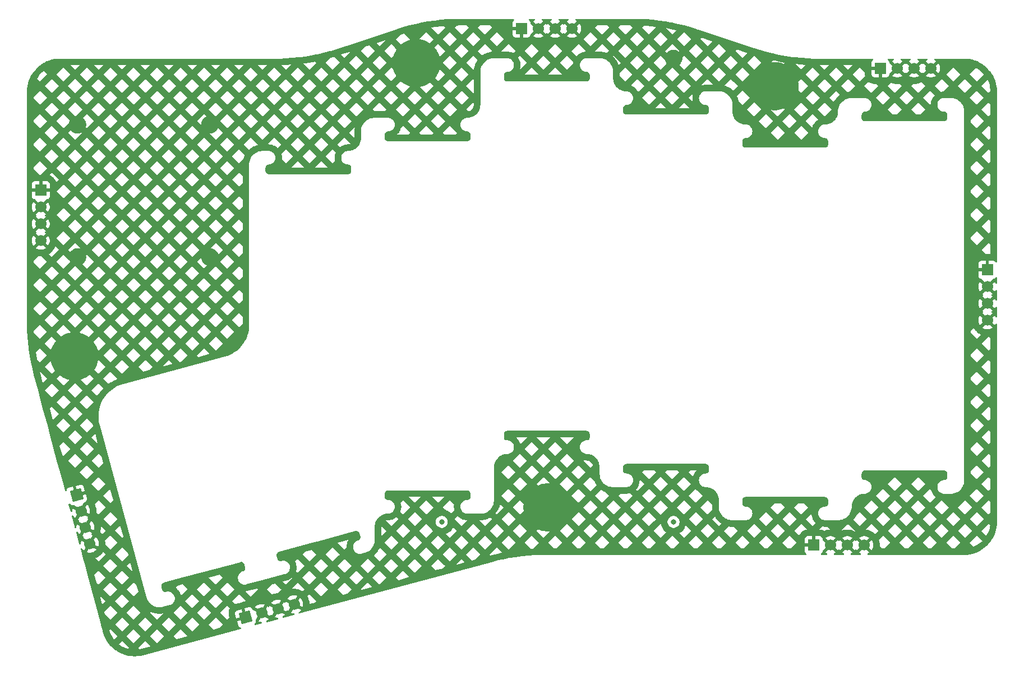
<source format=gbr>
G04 #@! TF.GenerationSoftware,KiCad,Pcbnew,9.0.2*
G04 #@! TF.CreationDate,2025-12-10T21:35:08-05:00*
G04 #@! TF.ProjectId,ThumbsUp,5468756d-6273-4557-902e-6b696361645f,rev?*
G04 #@! TF.SameCoordinates,Original*
G04 #@! TF.FileFunction,Copper,L2,Bot*
G04 #@! TF.FilePolarity,Positive*
%FSLAX46Y46*%
G04 Gerber Fmt 4.6, Leading zero omitted, Abs format (unit mm)*
G04 Created by KiCad (PCBNEW 9.0.2) date 2025-12-10 21:35:08*
%MOMM*%
%LPD*%
G01*
G04 APERTURE LIST*
G04 Aperture macros list*
%AMRotRect*
0 Rectangle, with rotation*
0 The origin of the aperture is its center*
0 $1 length*
0 $2 width*
0 $3 Rotation angle, in degrees counterclockwise*
0 Add horizontal line*
21,1,$1,$2,0,0,$3*%
G04 Aperture macros list end*
G04 #@! TA.AperFunction,ComponentPad*
%ADD10C,7.000000*%
G04 #@! TD*
G04 #@! TA.AperFunction,ComponentPad*
%ADD11R,1.700000X1.700000*%
G04 #@! TD*
G04 #@! TA.AperFunction,ComponentPad*
%ADD12C,1.700000*%
G04 #@! TD*
G04 #@! TA.AperFunction,ComponentPad*
%ADD13RotRect,1.700000X1.700000X195.000000*%
G04 #@! TD*
G04 #@! TA.AperFunction,ComponentPad*
%ADD14RotRect,1.700000X1.700000X285.000000*%
G04 #@! TD*
G04 #@! TA.AperFunction,ViaPad*
%ADD15C,0.800000*%
G04 #@! TD*
G04 APERTURE END LIST*
D10*
X105968300Y-197800000D03*
X86168300Y-130700000D03*
X34551870Y-175000000D03*
X140268300Y-134200000D03*
D11*
X146168300Y-203500000D03*
D12*
X148708300Y-203500000D03*
X151248300Y-203500000D03*
X153788300Y-203500000D03*
D11*
X156238300Y-131500000D03*
D12*
X158778300Y-131500000D03*
X161318300Y-131500000D03*
X163858300Y-131500000D03*
D13*
X34890923Y-195920326D03*
D12*
X35548323Y-198373778D03*
X36205724Y-200827229D03*
X36863124Y-203280681D03*
D14*
X60361397Y-214414801D03*
D12*
X62814849Y-213757401D03*
X65268300Y-213100000D03*
X67721752Y-212442600D03*
D11*
X29468300Y-149900000D03*
D12*
X29468300Y-152440000D03*
X29468300Y-154980000D03*
X29468300Y-157520000D03*
D11*
X172368300Y-161920000D03*
D12*
X172368300Y-164460000D03*
X172368300Y-167000000D03*
X172368300Y-169540000D03*
D11*
X102048300Y-125500000D03*
D12*
X104588300Y-125500000D03*
X107128300Y-125500000D03*
X109668300Y-125500000D03*
D15*
X90000000Y-200000000D03*
X125000000Y-200000000D03*
X35000000Y-160000000D03*
X55000000Y-160000000D03*
X55000000Y-140000000D03*
X35000000Y-140000000D03*
X125000000Y-130000000D03*
G04 #@! TA.AperFunction,Conductor*
G36*
X100892675Y-124045185D02*
G01*
X100938430Y-124097989D01*
X100948374Y-124167147D01*
X100919349Y-124230703D01*
X100899947Y-124248767D01*
X100841109Y-124292813D01*
X100754949Y-124407906D01*
X100754945Y-124407913D01*
X100704703Y-124542620D01*
X100704701Y-124542627D01*
X100698300Y-124602155D01*
X100698300Y-125250000D01*
X101615288Y-125250000D01*
X101582375Y-125307007D01*
X101548300Y-125434174D01*
X101548300Y-125565826D01*
X101582375Y-125692993D01*
X101615288Y-125750000D01*
X100698300Y-125750000D01*
X100698300Y-126397844D01*
X100704701Y-126457372D01*
X100704703Y-126457379D01*
X100754945Y-126592086D01*
X100754949Y-126592093D01*
X100841109Y-126707187D01*
X100841112Y-126707190D01*
X100956206Y-126793350D01*
X100956213Y-126793354D01*
X101090920Y-126843596D01*
X101090927Y-126843598D01*
X101150455Y-126849999D01*
X101150472Y-126850000D01*
X101798300Y-126850000D01*
X101798300Y-125933012D01*
X101855307Y-125965925D01*
X101982474Y-126000000D01*
X102114126Y-126000000D01*
X102241293Y-125965925D01*
X102298300Y-125933012D01*
X102298300Y-126850000D01*
X102946128Y-126850000D01*
X102946144Y-126849999D01*
X103005672Y-126843598D01*
X103005679Y-126843596D01*
X103140386Y-126793354D01*
X103140393Y-126793350D01*
X103255487Y-126707190D01*
X103255490Y-126707187D01*
X103341650Y-126592093D01*
X103341654Y-126592086D01*
X103391898Y-126457375D01*
X103400801Y-126374556D01*
X103403850Y-126374883D01*
X103402942Y-126357984D01*
X103435942Y-126298802D01*
X104105337Y-125629408D01*
X104122375Y-125692993D01*
X104188201Y-125807007D01*
X104281293Y-125900099D01*
X104395307Y-125965925D01*
X104458890Y-125982962D01*
X103826582Y-126615269D01*
X103826582Y-126615270D01*
X103880749Y-126654624D01*
X104070082Y-126751095D01*
X104272170Y-126816757D01*
X104482054Y-126850000D01*
X104694546Y-126850000D01*
X104904427Y-126816757D01*
X104904430Y-126816757D01*
X105106517Y-126751095D01*
X105295854Y-126654622D01*
X105350016Y-126615270D01*
X105350017Y-126615270D01*
X104717708Y-125982962D01*
X104781293Y-125965925D01*
X104895307Y-125900099D01*
X104988399Y-125807007D01*
X105054225Y-125692993D01*
X105071262Y-125629408D01*
X105703570Y-126261717D01*
X105703570Y-126261716D01*
X105742922Y-126207554D01*
X105747814Y-126197954D01*
X105795788Y-126147157D01*
X105863608Y-126130361D01*
X105929744Y-126152897D01*
X105968786Y-126197954D01*
X105973675Y-126207550D01*
X106013028Y-126261716D01*
X106645337Y-125629408D01*
X106662375Y-125692993D01*
X106728201Y-125807007D01*
X106821293Y-125900099D01*
X106935307Y-125965925D01*
X106998890Y-125982962D01*
X106366582Y-126615269D01*
X106366582Y-126615270D01*
X106420749Y-126654624D01*
X106610082Y-126751095D01*
X106812170Y-126816757D01*
X107022054Y-126850000D01*
X107234546Y-126850000D01*
X107444427Y-126816757D01*
X107444430Y-126816757D01*
X107646517Y-126751095D01*
X107835854Y-126654622D01*
X107890016Y-126615270D01*
X107890017Y-126615270D01*
X107257708Y-125982962D01*
X107321293Y-125965925D01*
X107435307Y-125900099D01*
X107528399Y-125807007D01*
X107594225Y-125692993D01*
X107611262Y-125629408D01*
X108243570Y-126261717D01*
X108243570Y-126261716D01*
X108282922Y-126207554D01*
X108287814Y-126197954D01*
X108335788Y-126147157D01*
X108403608Y-126130361D01*
X108469744Y-126152897D01*
X108508786Y-126197954D01*
X108513675Y-126207550D01*
X108553028Y-126261716D01*
X109185337Y-125629408D01*
X109202375Y-125692993D01*
X109268201Y-125807007D01*
X109361293Y-125900099D01*
X109475307Y-125965925D01*
X109538890Y-125982962D01*
X108906582Y-126615269D01*
X108906582Y-126615270D01*
X108960749Y-126654624D01*
X109150082Y-126751095D01*
X109352170Y-126816757D01*
X109562054Y-126850000D01*
X109774546Y-126850000D01*
X109984427Y-126816757D01*
X109984430Y-126816757D01*
X110186517Y-126751095D01*
X110375854Y-126654622D01*
X110430016Y-126615270D01*
X110430017Y-126615270D01*
X109797708Y-125982962D01*
X109861293Y-125965925D01*
X109975307Y-125900099D01*
X110068399Y-125807007D01*
X110134225Y-125692993D01*
X110151262Y-125629409D01*
X110783570Y-126261717D01*
X110783570Y-126261716D01*
X110822922Y-126207554D01*
X110919395Y-126018217D01*
X110985057Y-125816130D01*
X110985057Y-125816127D01*
X111018300Y-125606246D01*
X111018300Y-125393753D01*
X111007225Y-125323833D01*
X113147940Y-125323833D01*
X114210015Y-126385908D01*
X115272090Y-125323833D01*
X116683474Y-125323833D01*
X117745549Y-126385908D01*
X118807624Y-125323833D01*
X118807623Y-125323832D01*
X120219007Y-125323832D01*
X121281083Y-126385908D01*
X122228482Y-125438509D01*
X123869218Y-125438509D01*
X124816616Y-126385907D01*
X125451284Y-125751238D01*
X124559155Y-125561893D01*
X123869218Y-125438509D01*
X122228482Y-125438509D01*
X122343158Y-125323833D01*
X122226958Y-125207633D01*
X121792534Y-125158505D01*
X120863353Y-125083603D01*
X120477856Y-125064983D01*
X120219007Y-125323832D01*
X118807623Y-125323832D01*
X118507291Y-125023500D01*
X116983807Y-125023500D01*
X116683474Y-125323833D01*
X115272090Y-125323833D01*
X114971757Y-125023500D01*
X113448273Y-125023500D01*
X113147940Y-125323833D01*
X111007225Y-125323833D01*
X110985057Y-125183872D01*
X110985057Y-125183869D01*
X110919395Y-124981782D01*
X110822924Y-124792449D01*
X110783570Y-124738282D01*
X110783569Y-124738282D01*
X110151262Y-125370590D01*
X110134225Y-125307007D01*
X110068399Y-125192993D01*
X109975307Y-125099901D01*
X109861293Y-125034075D01*
X109797709Y-125017037D01*
X110430016Y-124384728D01*
X110375850Y-124345375D01*
X110208264Y-124259985D01*
X110157468Y-124212010D01*
X110140673Y-124144189D01*
X110163211Y-124078054D01*
X110217926Y-124034603D01*
X110264559Y-124025500D01*
X118991685Y-124025500D01*
X118998970Y-124025500D01*
X119000964Y-124025515D01*
X119962276Y-124040981D01*
X119966171Y-124041106D01*
X120925552Y-124087443D01*
X120929476Y-124087697D01*
X121886797Y-124164867D01*
X121890712Y-124165246D01*
X122845093Y-124273177D01*
X122849002Y-124273682D01*
X123799423Y-124412260D01*
X123803331Y-124412895D01*
X124528727Y-124542620D01*
X124748709Y-124581960D01*
X124752626Y-124582725D01*
X125692135Y-124782127D01*
X125695967Y-124783005D01*
X126628552Y-125012521D01*
X126632404Y-125013534D01*
X127557161Y-125272944D01*
X127560965Y-125274078D01*
X128477243Y-125563209D01*
X128479064Y-125563800D01*
X137196510Y-128469616D01*
X137196535Y-128469633D01*
X137241730Y-128484698D01*
X137241730Y-128484699D01*
X137700015Y-128637472D01*
X138344777Y-128829579D01*
X138625937Y-128913351D01*
X138895738Y-128984373D01*
X139560272Y-129159304D01*
X139560276Y-129159305D01*
X139560284Y-129159307D01*
X140356604Y-129341753D01*
X140502026Y-129375071D01*
X141450235Y-129560430D01*
X142403915Y-129715190D01*
X143048035Y-129798548D01*
X143362062Y-129839189D01*
X143362076Y-129839190D01*
X143362081Y-129839191D01*
X144323740Y-129932303D01*
X144323753Y-129932303D01*
X144323755Y-129932304D01*
X145287879Y-129994431D01*
X145287881Y-129994431D01*
X145287896Y-129994432D01*
X146253552Y-130025512D01*
X146736630Y-130025500D01*
X146744915Y-130025500D01*
X155015636Y-130025500D01*
X155082675Y-130045185D01*
X155128430Y-130097989D01*
X155138374Y-130167147D01*
X155109349Y-130230703D01*
X155089947Y-130248767D01*
X155031109Y-130292813D01*
X154944949Y-130407906D01*
X154944945Y-130407913D01*
X154894703Y-130542620D01*
X154894701Y-130542627D01*
X154888300Y-130602155D01*
X154888300Y-131250000D01*
X155805288Y-131250000D01*
X155772375Y-131307007D01*
X155738300Y-131434174D01*
X155738300Y-131565826D01*
X155772375Y-131692993D01*
X155805288Y-131750000D01*
X154888300Y-131750000D01*
X154888300Y-132397844D01*
X154894701Y-132457372D01*
X154894703Y-132457379D01*
X154944945Y-132592086D01*
X154944949Y-132592093D01*
X155031109Y-132707187D01*
X155031112Y-132707190D01*
X155146206Y-132793350D01*
X155146213Y-132793354D01*
X155280920Y-132843596D01*
X155280927Y-132843598D01*
X155340455Y-132849999D01*
X155340472Y-132850000D01*
X155988300Y-132850000D01*
X155988300Y-131933012D01*
X156045307Y-131965925D01*
X156172474Y-132000000D01*
X156304126Y-132000000D01*
X156431293Y-131965925D01*
X156488300Y-131933012D01*
X156488300Y-132850000D01*
X157136128Y-132850000D01*
X157136144Y-132849999D01*
X157195672Y-132843598D01*
X157195679Y-132843596D01*
X157330386Y-132793354D01*
X157330393Y-132793350D01*
X157445487Y-132707190D01*
X157445490Y-132707187D01*
X157531650Y-132592093D01*
X157531654Y-132592086D01*
X157581898Y-132457375D01*
X157590801Y-132374556D01*
X157593850Y-132374883D01*
X157592942Y-132357984D01*
X157625942Y-132298802D01*
X158295337Y-131629408D01*
X158312375Y-131692993D01*
X158378201Y-131807007D01*
X158471293Y-131900099D01*
X158585307Y-131965925D01*
X158648890Y-131982962D01*
X158016582Y-132615269D01*
X158016582Y-132615270D01*
X158070749Y-132654624D01*
X158260082Y-132751095D01*
X158462170Y-132816757D01*
X158672054Y-132850000D01*
X158884546Y-132850000D01*
X159094427Y-132816757D01*
X159094430Y-132816757D01*
X159296517Y-132751095D01*
X159485854Y-132654622D01*
X159540016Y-132615270D01*
X159540017Y-132615270D01*
X158907708Y-131982962D01*
X158971293Y-131965925D01*
X159085307Y-131900099D01*
X159178399Y-131807007D01*
X159244225Y-131692993D01*
X159261262Y-131629409D01*
X159893570Y-132261717D01*
X159893570Y-132261716D01*
X159932922Y-132207554D01*
X159937814Y-132197954D01*
X159985788Y-132147157D01*
X160053608Y-132130361D01*
X160119744Y-132152897D01*
X160158786Y-132197954D01*
X160163675Y-132207550D01*
X160203028Y-132261716D01*
X160835337Y-131629408D01*
X160852375Y-131692993D01*
X160918201Y-131807007D01*
X161011293Y-131900099D01*
X161125307Y-131965925D01*
X161188890Y-131982962D01*
X160556582Y-132615269D01*
X160556582Y-132615270D01*
X160610749Y-132654624D01*
X160800082Y-132751095D01*
X161002170Y-132816757D01*
X161212054Y-132850000D01*
X161424546Y-132850000D01*
X161634427Y-132816757D01*
X161634430Y-132816757D01*
X161836517Y-132751095D01*
X162025854Y-132654622D01*
X162080016Y-132615270D01*
X162080017Y-132615270D01*
X161447708Y-131982962D01*
X161511293Y-131965925D01*
X161625307Y-131900099D01*
X161718399Y-131807007D01*
X161784225Y-131692993D01*
X161801262Y-131629408D01*
X162433570Y-132261717D01*
X162433570Y-132261716D01*
X162472922Y-132207554D01*
X162477814Y-132197954D01*
X162525788Y-132147157D01*
X162593608Y-132130361D01*
X162659744Y-132152897D01*
X162698786Y-132197954D01*
X162703675Y-132207550D01*
X162743028Y-132261716D01*
X163375337Y-131629408D01*
X163392375Y-131692993D01*
X163458201Y-131807007D01*
X163551293Y-131900099D01*
X163665307Y-131965925D01*
X163728890Y-131982962D01*
X163096582Y-132615269D01*
X163096582Y-132615270D01*
X163150749Y-132654624D01*
X163340082Y-132751095D01*
X163542170Y-132816757D01*
X163752054Y-132850000D01*
X163964546Y-132850000D01*
X164174427Y-132816757D01*
X164174430Y-132816757D01*
X164376517Y-132751095D01*
X164565854Y-132654622D01*
X164620016Y-132615270D01*
X164620017Y-132615270D01*
X164399647Y-132394900D01*
X166180948Y-132394900D01*
X167243023Y-133456975D01*
X168305097Y-132394900D01*
X169716482Y-132394900D01*
X170778557Y-133456975D01*
X171840631Y-132394900D01*
X171303882Y-131858151D01*
X171042775Y-131671723D01*
X170760478Y-131503512D01*
X170657978Y-131453403D01*
X169716482Y-132394900D01*
X168305097Y-132394900D01*
X167243023Y-131332826D01*
X166180948Y-132394900D01*
X164399647Y-132394900D01*
X163987708Y-131982962D01*
X164051293Y-131965925D01*
X164165307Y-131900099D01*
X164258399Y-131807007D01*
X164324225Y-131692993D01*
X164341262Y-131629408D01*
X164973570Y-132261717D01*
X164973570Y-132261716D01*
X165012922Y-132207554D01*
X165109395Y-132018217D01*
X165175057Y-131816130D01*
X165175057Y-131816127D01*
X165208300Y-131606246D01*
X165208300Y-131393753D01*
X165175057Y-131183872D01*
X165175057Y-131183869D01*
X165109395Y-130981782D01*
X165012924Y-130792449D01*
X164973570Y-130738282D01*
X164973569Y-130738282D01*
X164341262Y-131370590D01*
X164324225Y-131307007D01*
X164258399Y-131192993D01*
X164165307Y-131099901D01*
X164051293Y-131034075D01*
X163987709Y-131017037D01*
X164620016Y-130384728D01*
X164565850Y-130345375D01*
X164398264Y-130259985D01*
X164347468Y-130212010D01*
X164330673Y-130144189D01*
X164353211Y-130078054D01*
X164407926Y-130034603D01*
X164454559Y-130025500D01*
X168860015Y-130025500D01*
X168865739Y-130025500D01*
X168870862Y-130025605D01*
X169273982Y-130042278D01*
X169284155Y-130043121D01*
X169681990Y-130092712D01*
X169692098Y-130094399D01*
X170084446Y-130176665D01*
X170094382Y-130179181D01*
X170095417Y-130179489D01*
X170478619Y-130293573D01*
X170488287Y-130296892D01*
X170647797Y-130359134D01*
X170861759Y-130442623D01*
X170871130Y-130446732D01*
X171231298Y-130622808D01*
X171240294Y-130627677D01*
X171584690Y-130832891D01*
X171593265Y-130838493D01*
X171722658Y-130930878D01*
X171919524Y-131071439D01*
X171927611Y-131077733D01*
X172233529Y-131336831D01*
X172241069Y-131343773D01*
X172524526Y-131627230D01*
X172531468Y-131634770D01*
X172790566Y-131940688D01*
X172796860Y-131948775D01*
X173029802Y-132275028D01*
X173035408Y-132283609D01*
X173240622Y-132628005D01*
X173245495Y-132637010D01*
X173421560Y-132997155D01*
X173425676Y-133006540D01*
X173571402Y-133380000D01*
X173574730Y-133389693D01*
X173689118Y-133773917D01*
X173691634Y-133783853D01*
X173773900Y-134176201D01*
X173775587Y-134186309D01*
X173825176Y-134584123D01*
X173826022Y-134594337D01*
X173842694Y-134997437D01*
X173842800Y-135002561D01*
X173842800Y-160697335D01*
X173823115Y-160764374D01*
X173770311Y-160810129D01*
X173701153Y-160820073D01*
X173637597Y-160791048D01*
X173619534Y-160771647D01*
X173575487Y-160712809D01*
X173460393Y-160626649D01*
X173460386Y-160626645D01*
X173325679Y-160576403D01*
X173325672Y-160576401D01*
X173266144Y-160570000D01*
X172618300Y-160570000D01*
X172618300Y-161486988D01*
X172561293Y-161454075D01*
X172434126Y-161420000D01*
X172302474Y-161420000D01*
X172175307Y-161454075D01*
X172118300Y-161486988D01*
X172118300Y-160570000D01*
X171470455Y-160570000D01*
X171410927Y-160576401D01*
X171410920Y-160576403D01*
X171276213Y-160626645D01*
X171276206Y-160626649D01*
X171161112Y-160712809D01*
X171161109Y-160712812D01*
X171074949Y-160827906D01*
X171074945Y-160827913D01*
X171024703Y-160962620D01*
X171024701Y-160962627D01*
X171018300Y-161022155D01*
X171018300Y-161670000D01*
X171935288Y-161670000D01*
X171902375Y-161727007D01*
X171868300Y-161854174D01*
X171868300Y-161985826D01*
X171902375Y-162112993D01*
X171935288Y-162170000D01*
X171018300Y-162170000D01*
X171018300Y-162817844D01*
X171024701Y-162877372D01*
X171024703Y-162877379D01*
X171074945Y-163012086D01*
X171074949Y-163012093D01*
X171161109Y-163127187D01*
X171161112Y-163127190D01*
X171276206Y-163213350D01*
X171276213Y-163213354D01*
X171410920Y-163263596D01*
X171410919Y-163263596D01*
X171493744Y-163272501D01*
X171493416Y-163275550D01*
X171510314Y-163274642D01*
X171569496Y-163307642D01*
X172238891Y-163977037D01*
X172175307Y-163994075D01*
X172061293Y-164059901D01*
X171968201Y-164152993D01*
X171902375Y-164267007D01*
X171885337Y-164330591D01*
X171253028Y-163698282D01*
X171253027Y-163698282D01*
X171213680Y-163752439D01*
X171117204Y-163941782D01*
X171051542Y-164143869D01*
X171051542Y-164143872D01*
X171018300Y-164353753D01*
X171018300Y-164566246D01*
X171051542Y-164776127D01*
X171051542Y-164776130D01*
X171117204Y-164978217D01*
X171213675Y-165167550D01*
X171253028Y-165221716D01*
X171885337Y-164589408D01*
X171902375Y-164652993D01*
X171968201Y-164767007D01*
X172061293Y-164860099D01*
X172175307Y-164925925D01*
X172238890Y-164942962D01*
X171606582Y-165575269D01*
X171606582Y-165575270D01*
X171660752Y-165614626D01*
X171670348Y-165619516D01*
X171721144Y-165667491D01*
X171737938Y-165735312D01*
X171715400Y-165801447D01*
X171670351Y-165840483D01*
X171660740Y-165845380D01*
X171606582Y-165884727D01*
X171606582Y-165884728D01*
X172238891Y-166517037D01*
X172175307Y-166534075D01*
X172061293Y-166599901D01*
X171968201Y-166692993D01*
X171902375Y-166807007D01*
X171885337Y-166870591D01*
X171253028Y-166238282D01*
X171253027Y-166238282D01*
X171213680Y-166292439D01*
X171117204Y-166481782D01*
X171051542Y-166683869D01*
X171051542Y-166683872D01*
X171018300Y-166893753D01*
X171018300Y-167106246D01*
X171051542Y-167316127D01*
X171051542Y-167316130D01*
X171117204Y-167518217D01*
X171213675Y-167707550D01*
X171253028Y-167761716D01*
X171885337Y-167129408D01*
X171902375Y-167192993D01*
X171968201Y-167307007D01*
X172061293Y-167400099D01*
X172175307Y-167465925D01*
X172238890Y-167482962D01*
X171606582Y-168115269D01*
X171606582Y-168115270D01*
X171660752Y-168154626D01*
X171670348Y-168159516D01*
X171721144Y-168207491D01*
X171737938Y-168275312D01*
X171715400Y-168341447D01*
X171670351Y-168380483D01*
X171660740Y-168385380D01*
X171606582Y-168424727D01*
X171606582Y-168424728D01*
X172238891Y-169057037D01*
X172175307Y-169074075D01*
X172061293Y-169139901D01*
X171968201Y-169232993D01*
X171902375Y-169347007D01*
X171885337Y-169410591D01*
X171253028Y-168778282D01*
X171253027Y-168778282D01*
X171213680Y-168832439D01*
X171117204Y-169021782D01*
X171051542Y-169223869D01*
X171051542Y-169223872D01*
X171018300Y-169433753D01*
X171018300Y-169646246D01*
X171051542Y-169856127D01*
X171051542Y-169856130D01*
X171117204Y-170058217D01*
X171213675Y-170247550D01*
X171253028Y-170301716D01*
X171885337Y-169669408D01*
X171902375Y-169732993D01*
X171968201Y-169847007D01*
X172061293Y-169940099D01*
X172175307Y-170005925D01*
X172238890Y-170022962D01*
X171606582Y-170655269D01*
X171606582Y-170655270D01*
X171660749Y-170694624D01*
X171850082Y-170791095D01*
X172052170Y-170856757D01*
X172262054Y-170890000D01*
X172474546Y-170890000D01*
X172684427Y-170856757D01*
X172684430Y-170856757D01*
X172886517Y-170791095D01*
X173075854Y-170694622D01*
X173130016Y-170655270D01*
X173130017Y-170655270D01*
X172497708Y-170022962D01*
X172561293Y-170005925D01*
X172675307Y-169940099D01*
X172768399Y-169847007D01*
X172834225Y-169732993D01*
X172851262Y-169669408D01*
X173483570Y-170301717D01*
X173483570Y-170301716D01*
X173522922Y-170247554D01*
X173608315Y-170079963D01*
X173656290Y-170029167D01*
X173724111Y-170012372D01*
X173790246Y-170034909D01*
X173833697Y-170089625D01*
X173842800Y-170136258D01*
X173842800Y-199997438D01*
X173842694Y-200002562D01*
X173826022Y-200405662D01*
X173825176Y-200415876D01*
X173775587Y-200813690D01*
X173773900Y-200823798D01*
X173691634Y-201216146D01*
X173689118Y-201226082D01*
X173574730Y-201610306D01*
X173571402Y-201619999D01*
X173425676Y-201993459D01*
X173421560Y-202002844D01*
X173245500Y-202362981D01*
X173240622Y-202371994D01*
X173035408Y-202716390D01*
X173029802Y-202724971D01*
X172796860Y-203051224D01*
X172790566Y-203059311D01*
X172531468Y-203365229D01*
X172524526Y-203372769D01*
X172241069Y-203656226D01*
X172233529Y-203663168D01*
X171927611Y-203922266D01*
X171919524Y-203928560D01*
X171593271Y-204161502D01*
X171584690Y-204167108D01*
X171240294Y-204372322D01*
X171231281Y-204377200D01*
X170871144Y-204553260D01*
X170861759Y-204557376D01*
X170488299Y-204703102D01*
X170478606Y-204706430D01*
X170094382Y-204820818D01*
X170084446Y-204823334D01*
X169692098Y-204905600D01*
X169681990Y-204907287D01*
X169284176Y-204956876D01*
X169273962Y-204957722D01*
X168870863Y-204974394D01*
X168865739Y-204974500D01*
X154384559Y-204974500D01*
X154317520Y-204954815D01*
X154271765Y-204902011D01*
X154261821Y-204832853D01*
X154290846Y-204769297D01*
X154328264Y-204740015D01*
X154495854Y-204654622D01*
X154550016Y-204615270D01*
X154550017Y-204615270D01*
X153917708Y-203982962D01*
X153981293Y-203965925D01*
X154095307Y-203900099D01*
X154188399Y-203807007D01*
X154254225Y-203692993D01*
X154271262Y-203629408D01*
X154903570Y-204261717D01*
X154903570Y-204261716D01*
X154942922Y-204207554D01*
X155039395Y-204018217D01*
X155105057Y-203816130D01*
X155105057Y-203816127D01*
X155138300Y-203606246D01*
X155138300Y-203393753D01*
X155105057Y-203183872D01*
X155105057Y-203183869D01*
X155039395Y-202981782D01*
X154942924Y-202792449D01*
X154903570Y-202738282D01*
X154903569Y-202738282D01*
X154271262Y-203370590D01*
X154254225Y-203307007D01*
X154188399Y-203192993D01*
X154095307Y-203099901D01*
X153981293Y-203034075D01*
X153917709Y-203017037D01*
X154247782Y-202686963D01*
X155992961Y-202686963D01*
X156060274Y-202894130D01*
X156061689Y-202898794D01*
X156069691Y-202927171D01*
X156070921Y-202931887D01*
X156080069Y-202970004D01*
X156081111Y-202974756D01*
X156086851Y-203003619D01*
X156087706Y-203008407D01*
X156127077Y-203256980D01*
X156127745Y-203261804D01*
X156131205Y-203291038D01*
X156131681Y-203295875D01*
X156134759Y-203334954D01*
X156135046Y-203339819D01*
X156136204Y-203369271D01*
X156136300Y-203374143D01*
X156136300Y-203625857D01*
X156136204Y-203630729D01*
X156135046Y-203660181D01*
X156134759Y-203665046D01*
X156134690Y-203665922D01*
X156445268Y-203976500D01*
X156827576Y-203976500D01*
X157698497Y-203105579D01*
X159109881Y-203105579D01*
X159980802Y-203976500D01*
X160363110Y-203976500D01*
X161234031Y-203105579D01*
X162645415Y-203105579D01*
X163516336Y-203976500D01*
X163898644Y-203976500D01*
X164769564Y-203105579D01*
X166180948Y-203105579D01*
X167051869Y-203976500D01*
X167434177Y-203976500D01*
X168305098Y-203105579D01*
X169716482Y-203105579D01*
X170311648Y-203700745D01*
X170465298Y-203640790D01*
X170760478Y-203496485D01*
X171042775Y-203328274D01*
X171310188Y-203137343D01*
X171560937Y-202924971D01*
X171610480Y-202875427D01*
X170778557Y-202043504D01*
X169716482Y-203105579D01*
X168305098Y-203105579D01*
X167243023Y-202043504D01*
X166180948Y-203105579D01*
X164769564Y-203105579D01*
X163707489Y-202043504D01*
X162645415Y-203105579D01*
X161234031Y-203105579D01*
X160171956Y-202043504D01*
X159109881Y-203105579D01*
X157698497Y-203105579D01*
X156636421Y-202043503D01*
X155992961Y-202686963D01*
X154247782Y-202686963D01*
X154550016Y-202384728D01*
X154495850Y-202345375D01*
X154306517Y-202248904D01*
X154104429Y-202183242D01*
X153894546Y-202150000D01*
X153682054Y-202150000D01*
X153472172Y-202183242D01*
X153472169Y-202183242D01*
X153270082Y-202248904D01*
X153080739Y-202345380D01*
X153026582Y-202384727D01*
X153026582Y-202384728D01*
X153658891Y-203017037D01*
X153595307Y-203034075D01*
X153481293Y-203099901D01*
X153388201Y-203192993D01*
X153322375Y-203307007D01*
X153305337Y-203370591D01*
X152673028Y-202738282D01*
X152673027Y-202738282D01*
X152633680Y-202792440D01*
X152628783Y-202802051D01*
X152580806Y-202852845D01*
X152512984Y-202869638D01*
X152446850Y-202847098D01*
X152407816Y-202802048D01*
X152402926Y-202792452D01*
X152363570Y-202738282D01*
X152363569Y-202738282D01*
X151731262Y-203370590D01*
X151714225Y-203307007D01*
X151648399Y-203192993D01*
X151555307Y-203099901D01*
X151441293Y-203034075D01*
X151377709Y-203017037D01*
X152010016Y-202384728D01*
X151955850Y-202345375D01*
X151766517Y-202248904D01*
X151564429Y-202183242D01*
X151354546Y-202150000D01*
X151142054Y-202150000D01*
X150932172Y-202183242D01*
X150932169Y-202183242D01*
X150730082Y-202248904D01*
X150540739Y-202345380D01*
X150486582Y-202384727D01*
X150486582Y-202384728D01*
X151118891Y-203017037D01*
X151055307Y-203034075D01*
X150941293Y-203099901D01*
X150848201Y-203192993D01*
X150782375Y-203307007D01*
X150765337Y-203370591D01*
X150133028Y-202738282D01*
X150133027Y-202738282D01*
X150093680Y-202792440D01*
X150088783Y-202802051D01*
X150040806Y-202852845D01*
X149972984Y-202869638D01*
X149906850Y-202847098D01*
X149867816Y-202802048D01*
X149862926Y-202792452D01*
X149823570Y-202738282D01*
X149823569Y-202738282D01*
X149191262Y-203370590D01*
X149174225Y-203307007D01*
X149108399Y-203192993D01*
X149015307Y-203099901D01*
X148901293Y-203034075D01*
X148837709Y-203017037D01*
X149470016Y-202384728D01*
X149415850Y-202345375D01*
X149226517Y-202248904D01*
X149024429Y-202183242D01*
X148814546Y-202150000D01*
X148602054Y-202150000D01*
X148392172Y-202183242D01*
X148392169Y-202183242D01*
X148190082Y-202248904D01*
X148000739Y-202345380D01*
X147946582Y-202384727D01*
X147946582Y-202384728D01*
X148578891Y-203017037D01*
X148515307Y-203034075D01*
X148401293Y-203099901D01*
X148308201Y-203192993D01*
X148242375Y-203307007D01*
X148225337Y-203370591D01*
X147555942Y-202701196D01*
X147522457Y-202639873D01*
X147523377Y-202625166D01*
X147520801Y-202625444D01*
X147511896Y-202542619D01*
X147461654Y-202407913D01*
X147461650Y-202407906D01*
X147375490Y-202292812D01*
X147375487Y-202292809D01*
X147260393Y-202206649D01*
X147260386Y-202206645D01*
X147125679Y-202156403D01*
X147125672Y-202156401D01*
X147066144Y-202150000D01*
X146418300Y-202150000D01*
X146418300Y-203066988D01*
X146361293Y-203034075D01*
X146234126Y-203000000D01*
X146102474Y-203000000D01*
X145975307Y-203034075D01*
X145918300Y-203066988D01*
X145918300Y-202150000D01*
X145270455Y-202150000D01*
X145210927Y-202156401D01*
X145210920Y-202156403D01*
X145076213Y-202206645D01*
X145076206Y-202206649D01*
X144961112Y-202292809D01*
X144961109Y-202292812D01*
X144874949Y-202407906D01*
X144874945Y-202407913D01*
X144824703Y-202542620D01*
X144824701Y-202542627D01*
X144818300Y-202602155D01*
X144818300Y-203250000D01*
X145735288Y-203250000D01*
X145702375Y-203307007D01*
X145668300Y-203434174D01*
X145668300Y-203565826D01*
X145702375Y-203692993D01*
X145735288Y-203750000D01*
X144818300Y-203750000D01*
X144818300Y-204397844D01*
X144824701Y-204457372D01*
X144824703Y-204457379D01*
X144874945Y-204592086D01*
X144874949Y-204592093D01*
X144961109Y-204707186D01*
X145019947Y-204751233D01*
X145061818Y-204807167D01*
X145066802Y-204876859D01*
X145033317Y-204938182D01*
X144971993Y-204971666D01*
X144945636Y-204974500D01*
X105601099Y-204974500D01*
X105601092Y-204974498D01*
X105549731Y-204974496D01*
X105061999Y-204974477D01*
X105059636Y-204974477D01*
X105059635Y-204974477D01*
X105038996Y-204975151D01*
X104079970Y-205006468D01*
X103101862Y-205070416D01*
X102126351Y-205166252D01*
X101154530Y-205293869D01*
X100187352Y-205453140D01*
X99270226Y-205635097D01*
X99225906Y-205643890D01*
X99018632Y-205692093D01*
X98271203Y-205865912D01*
X97799281Y-205992049D01*
X97799276Y-205992050D01*
X68543891Y-213810300D01*
X68474043Y-213808591D01*
X68416206Y-213769390D01*
X68388744Y-213705144D01*
X68400376Y-213636249D01*
X68438992Y-213590186D01*
X68601214Y-213472324D01*
X68601220Y-213472319D01*
X68749114Y-213324424D01*
X67971750Y-212875612D01*
X68028759Y-212842699D01*
X68121851Y-212749607D01*
X68187677Y-212635593D01*
X68221752Y-212508426D01*
X68221752Y-212442598D01*
X68995984Y-212889602D01*
X69038510Y-212758722D01*
X69071752Y-212548846D01*
X69071752Y-212336353D01*
X69038509Y-212126472D01*
X69038509Y-212126469D01*
X68972847Y-211924382D01*
X68876372Y-211735042D01*
X68751479Y-211563140D01*
X68751475Y-211563135D01*
X68603576Y-211415236D01*
X68154764Y-212192600D01*
X68121851Y-212135593D01*
X68028759Y-212042501D01*
X67914745Y-211976675D01*
X67787578Y-211942600D01*
X67721750Y-211942600D01*
X68157790Y-211187358D01*
X69710821Y-211187358D01*
X69714448Y-211192786D01*
X69717074Y-211196889D01*
X69737555Y-211230312D01*
X69740016Y-211234511D01*
X69754406Y-211260206D01*
X69756702Y-211264500D01*
X69870967Y-211488755D01*
X69873092Y-211493137D01*
X69885421Y-211519881D01*
X69887371Y-211524339D01*
X69902373Y-211560555D01*
X69904148Y-211565091D01*
X69914347Y-211592736D01*
X69915943Y-211597337D01*
X69993726Y-211836730D01*
X69995141Y-211841394D01*
X70003143Y-211869771D01*
X70004373Y-211874487D01*
X70013521Y-211912604D01*
X70014563Y-211917356D01*
X70020303Y-211946219D01*
X70021158Y-211951007D01*
X70060529Y-212199580D01*
X70061197Y-212204404D01*
X70064657Y-212233638D01*
X70065133Y-212238475D01*
X70068211Y-212277554D01*
X70068498Y-212282419D01*
X70069656Y-212311871D01*
X70069752Y-212316743D01*
X70069752Y-212369503D01*
X70865475Y-212156852D01*
X71077915Y-211944412D01*
X70015840Y-210882338D01*
X69710821Y-211187358D01*
X68157790Y-211187358D01*
X68168755Y-211168366D01*
X68037879Y-211125842D01*
X67827998Y-211092600D01*
X67615506Y-211092600D01*
X67405624Y-211125842D01*
X67405621Y-211125842D01*
X67203534Y-211191504D01*
X67014194Y-211287979D01*
X66842293Y-211412871D01*
X66694388Y-211560775D01*
X67471753Y-212009586D01*
X67414745Y-212042501D01*
X67321653Y-212135593D01*
X67255827Y-212249607D01*
X67221752Y-212376774D01*
X67221752Y-212442600D01*
X66447518Y-211995595D01*
X66447517Y-211995596D01*
X66418222Y-212085759D01*
X66378785Y-212143434D01*
X66314426Y-212170633D01*
X66245580Y-212158719D01*
X66212609Y-212135122D01*
X66150123Y-212072636D01*
X65701312Y-212850000D01*
X65668399Y-212792993D01*
X65575307Y-212699901D01*
X65461293Y-212634075D01*
X65334126Y-212600000D01*
X65268298Y-212600000D01*
X65715303Y-211825766D01*
X65584427Y-211783242D01*
X65374546Y-211750000D01*
X65162054Y-211750000D01*
X64952172Y-211783242D01*
X64952169Y-211783242D01*
X64750082Y-211848904D01*
X64560742Y-211945379D01*
X64388841Y-212070271D01*
X64240936Y-212218175D01*
X65018301Y-212666986D01*
X64961293Y-212699901D01*
X64868201Y-212792993D01*
X64802375Y-212907007D01*
X64768300Y-213034174D01*
X64768300Y-213100000D01*
X63994066Y-212652995D01*
X63994065Y-212652996D01*
X63964770Y-212743159D01*
X63925333Y-212800834D01*
X63860974Y-212828033D01*
X63792128Y-212816119D01*
X63759157Y-212792522D01*
X63696672Y-212730037D01*
X63247861Y-213507401D01*
X63214948Y-213450394D01*
X63121856Y-213357302D01*
X63007842Y-213291476D01*
X62880675Y-213257401D01*
X62814847Y-213257401D01*
X63261852Y-212483167D01*
X63130976Y-212440643D01*
X62921095Y-212407401D01*
X62708603Y-212407401D01*
X62498721Y-212440643D01*
X62498718Y-212440643D01*
X62296631Y-212506305D01*
X62107291Y-212602780D01*
X61935390Y-212727672D01*
X61787485Y-212875576D01*
X62564850Y-213324387D01*
X62507842Y-213357302D01*
X62414750Y-213450394D01*
X62348924Y-213564408D01*
X62314849Y-213691575D01*
X62314849Y-213757401D01*
X61495010Y-213284066D01*
X61446794Y-213233499D01*
X61443879Y-213219056D01*
X61441461Y-213219991D01*
X61411427Y-213142301D01*
X61328026Y-213025180D01*
X61215006Y-212936301D01*
X61081532Y-212882865D01*
X60938400Y-212869198D01*
X60879236Y-212878423D01*
X60253472Y-213046096D01*
X60490806Y-213931838D01*
X60427223Y-213914801D01*
X60295571Y-213914801D01*
X60168404Y-213948876D01*
X60054390Y-214014702D01*
X60007843Y-214061248D01*
X59770508Y-213175505D01*
X59144761Y-213343175D01*
X59144743Y-213343180D01*
X59088897Y-213364770D01*
X58971776Y-213448171D01*
X58882897Y-213561191D01*
X58829461Y-213694665D01*
X58815794Y-213837797D01*
X58825019Y-213896958D01*
X58992692Y-214522724D01*
X59878434Y-214285389D01*
X59861397Y-214348975D01*
X59861397Y-214480627D01*
X59895472Y-214607794D01*
X59961298Y-214721808D01*
X60007843Y-214768353D01*
X59122101Y-215005688D01*
X59289771Y-215631436D01*
X59289776Y-215631454D01*
X59311366Y-215687300D01*
X59394767Y-215804421D01*
X59507787Y-215893300D01*
X59641262Y-215946736D01*
X59644536Y-215947531D01*
X59647454Y-215949215D01*
X59649498Y-215950034D01*
X59649380Y-215950327D01*
X59705046Y-215982465D01*
X59737063Y-216044567D01*
X59730422Y-216114120D01*
X59687233Y-216169042D01*
X59647318Y-216187832D01*
X44938506Y-220118636D01*
X44933255Y-220119917D01*
X44517846Y-220211739D01*
X44507202Y-220213610D01*
X44088032Y-220268564D01*
X44077265Y-220269500D01*
X43654928Y-220287746D01*
X43644120Y-220287742D01*
X43221774Y-220269141D01*
X43211009Y-220268195D01*
X42791908Y-220212894D01*
X42781265Y-220211015D01*
X42368553Y-220119426D01*
X42358114Y-220116627D01*
X41954961Y-219989454D01*
X41944805Y-219985757D01*
X41554240Y-219823956D01*
X41544446Y-219819388D01*
X41169461Y-219624198D01*
X41160113Y-219618802D01*
X40803536Y-219391694D01*
X40794683Y-219385497D01*
X40459235Y-219128202D01*
X40450971Y-219121270D01*
X40139218Y-218835759D01*
X40131573Y-218828120D01*
X40085201Y-218777550D01*
X39845843Y-218516523D01*
X39838905Y-218508261D01*
X39800872Y-218458740D01*
X41226234Y-218458740D01*
X41371819Y-218570406D01*
X41664079Y-218756551D01*
X41971419Y-218916530D01*
X42291551Y-219049153D01*
X42621991Y-219153389D01*
X42649607Y-219159517D01*
X42793643Y-219015481D01*
X44205029Y-219015481D01*
X44404296Y-219214748D01*
X44699242Y-219149553D01*
X46091248Y-218777550D01*
X45267104Y-217953406D01*
X44205029Y-219015481D01*
X42793643Y-219015481D01*
X42793644Y-219015480D01*
X41731569Y-217953405D01*
X41226234Y-218458740D01*
X39800872Y-218458740D01*
X39581408Y-218172988D01*
X39575207Y-218164141D01*
X39347877Y-217807714D01*
X39342468Y-217798357D01*
X39147043Y-217423501D01*
X39142469Y-217413709D01*
X39073578Y-217247713D01*
X38980420Y-217023243D01*
X38976718Y-217013092D01*
X38848248Y-216606721D01*
X38846731Y-216601534D01*
X38776187Y-216339111D01*
X39810329Y-216339111D01*
X39916803Y-216675903D01*
X40049627Y-216995951D01*
X40209797Y-217303183D01*
X40396134Y-217595337D01*
X40518685Y-217754905D01*
X41025876Y-217247714D01*
X42437262Y-217247714D01*
X43499337Y-218309789D01*
X44561412Y-217247714D01*
X45972796Y-217247714D01*
X47034871Y-218309789D01*
X48096946Y-217247714D01*
X49508330Y-217247714D01*
X49994939Y-217734323D01*
X51565619Y-217314572D01*
X51632478Y-217247713D01*
X50570404Y-216185639D01*
X49508330Y-217247714D01*
X48096946Y-217247714D01*
X47034871Y-216185639D01*
X45972796Y-217247714D01*
X44561412Y-217247714D01*
X43499337Y-216185639D01*
X42437262Y-217247714D01*
X41025876Y-217247714D01*
X41025877Y-217247713D01*
X39963802Y-216185638D01*
X39810329Y-216339111D01*
X38776187Y-216339111D01*
X38671675Y-215950327D01*
X38545229Y-215479947D01*
X40669495Y-215479947D01*
X41731570Y-216542022D01*
X42793644Y-215479947D01*
X44205029Y-215479947D01*
X45267104Y-216542022D01*
X46329178Y-215479947D01*
X47740563Y-215479947D01*
X48802637Y-216542021D01*
X49864712Y-215479947D01*
X51276097Y-215479947D01*
X52338171Y-216542021D01*
X53400246Y-215479947D01*
X54811631Y-215479947D01*
X55574829Y-216243145D01*
X56390583Y-216025142D01*
X56935779Y-215479946D01*
X55873705Y-214417872D01*
X54811631Y-215479947D01*
X53400246Y-215479947D01*
X52338171Y-214417872D01*
X51276097Y-215479947D01*
X49864712Y-215479947D01*
X48802637Y-214417872D01*
X47740563Y-215479947D01*
X46329178Y-215479947D01*
X45267104Y-214417872D01*
X44205029Y-215479947D01*
X42793644Y-215479947D01*
X41731570Y-214417872D01*
X40669495Y-215479947D01*
X38545229Y-215479947D01*
X38027284Y-213553192D01*
X39060714Y-213553192D01*
X39177616Y-213988068D01*
X39963803Y-214774255D01*
X41025877Y-213712180D01*
X42437262Y-213712180D01*
X43499337Y-214774255D01*
X44561411Y-213712180D01*
X44561410Y-213712179D01*
X45972795Y-213712179D01*
X47034871Y-214774255D01*
X47982967Y-213826158D01*
X47969590Y-213826158D01*
X47969723Y-213826957D01*
X47950680Y-213830106D01*
X47946677Y-213830701D01*
X47651818Y-213869621D01*
X47647789Y-213870086D01*
X47623398Y-213872497D01*
X47619364Y-213872829D01*
X47586857Y-213874974D01*
X47582816Y-213875174D01*
X47558379Y-213875987D01*
X47554341Y-213876056D01*
X47256951Y-213876259D01*
X47252903Y-213876196D01*
X47228418Y-213875413D01*
X47224373Y-213875217D01*
X47191863Y-213873113D01*
X47187829Y-213872786D01*
X47163479Y-213870410D01*
X47159462Y-213869952D01*
X46864583Y-213831438D01*
X46860584Y-213830849D01*
X46836437Y-213826891D01*
X46832451Y-213826171D01*
X46800491Y-213819854D01*
X46796534Y-213819004D01*
X46772673Y-213813473D01*
X46768745Y-213812495D01*
X46481373Y-213735917D01*
X46477477Y-213734810D01*
X46454043Y-213727738D01*
X46450195Y-213726508D01*
X46419330Y-213716085D01*
X46415513Y-213714726D01*
X46408715Y-213712180D01*
X49508330Y-213712180D01*
X50570404Y-214774254D01*
X51632479Y-213712180D01*
X53043863Y-213712180D01*
X54105938Y-214774254D01*
X55168012Y-213712180D01*
X56579397Y-213712180D01*
X57641471Y-214774254D01*
X57945436Y-214470289D01*
X57857575Y-214142383D01*
X57856761Y-214139172D01*
X57852092Y-214119678D01*
X57851363Y-214116448D01*
X57845834Y-214090299D01*
X57845189Y-214087032D01*
X57841556Y-214067238D01*
X57840999Y-214063957D01*
X57824906Y-213960748D01*
X57823953Y-213953066D01*
X57819637Y-213906411D01*
X57819165Y-213898680D01*
X57817308Y-213836326D01*
X57817319Y-213828580D01*
X57818852Y-213781721D01*
X57819347Y-213773990D01*
X57839368Y-213564310D01*
X57840524Y-213555532D01*
X57849409Y-213502698D01*
X57851188Y-213494027D01*
X57868001Y-213424726D01*
X57870393Y-213416204D01*
X57886705Y-213365176D01*
X57889699Y-213356847D01*
X57969639Y-213157167D01*
X57973221Y-213149072D01*
X57996628Y-213100887D01*
X58000777Y-213093068D01*
X58031397Y-213040031D01*
X57641472Y-212650106D01*
X56579397Y-213712180D01*
X55168012Y-213712180D01*
X54105938Y-212650105D01*
X53043863Y-213712180D01*
X51632479Y-213712180D01*
X50570404Y-212650105D01*
X49508330Y-213712180D01*
X46408715Y-213712180D01*
X46392585Y-213706139D01*
X46388820Y-213704659D01*
X46113856Y-213591320D01*
X46110137Y-213589715D01*
X46099883Y-213585091D01*
X45972795Y-213712179D01*
X44561410Y-213712179D01*
X43499337Y-212650105D01*
X42437262Y-213712180D01*
X41025877Y-213712180D01*
X39963802Y-212650105D01*
X39060714Y-213553192D01*
X38027284Y-213553192D01*
X37363249Y-211082982D01*
X38396680Y-211082982D01*
X38761692Y-212440830D01*
X39258109Y-211944413D01*
X40669495Y-211944413D01*
X41731570Y-213006488D01*
X42793644Y-211944413D01*
X41731570Y-210882338D01*
X40669495Y-211944413D01*
X39258109Y-211944413D01*
X39258110Y-211944412D01*
X38396680Y-211082982D01*
X37363249Y-211082982D01*
X37119610Y-210176646D01*
X38901728Y-210176646D01*
X39963803Y-211238721D01*
X41025877Y-210176646D01*
X42437262Y-210176646D01*
X43499336Y-211238721D01*
X44187616Y-210550441D01*
X43907761Y-209522996D01*
X43499337Y-209114572D01*
X42437262Y-210176646D01*
X41025877Y-210176646D01*
X39963803Y-209114572D01*
X38901728Y-210176646D01*
X37119610Y-210176646D01*
X36529177Y-207980232D01*
X37562607Y-207980232D01*
X37877788Y-209152707D01*
X38196035Y-209470954D01*
X39258110Y-208408879D01*
X40669495Y-208408879D01*
X41731570Y-209470954D01*
X42793644Y-208408879D01*
X41731570Y-207346805D01*
X40669495Y-208408879D01*
X39258110Y-208408879D01*
X38196035Y-207346804D01*
X37562607Y-207980232D01*
X36529177Y-207980232D01*
X36169199Y-206641112D01*
X38901728Y-206641112D01*
X39963803Y-207703187D01*
X41025877Y-206641112D01*
X42437261Y-206641112D01*
X43379420Y-207583270D01*
X42976042Y-206102331D01*
X42437261Y-206641112D01*
X41025877Y-206641112D01*
X39963803Y-205579038D01*
X38901728Y-206641112D01*
X36169199Y-206641112D01*
X35853750Y-205467642D01*
X37728257Y-205467642D01*
X38196036Y-205935421D01*
X39258111Y-204873346D01*
X40669495Y-204873346D01*
X41731569Y-205935420D01*
X42673905Y-204993084D01*
X42584259Y-204663960D01*
X41731570Y-203811271D01*
X40669495Y-204873346D01*
X39258111Y-204873346D01*
X38855011Y-204470246D01*
X38792815Y-204653476D01*
X38763077Y-204701299D01*
X38434426Y-205029952D01*
X38430918Y-205033324D01*
X38409290Y-205053318D01*
X38405647Y-205056556D01*
X38375839Y-205082014D01*
X38372075Y-205085103D01*
X38348940Y-205103341D01*
X38345059Y-205106279D01*
X38141430Y-205254225D01*
X38137436Y-205257009D01*
X38112940Y-205273377D01*
X38108835Y-205276004D01*
X38075411Y-205296485D01*
X38071213Y-205298945D01*
X38045518Y-205313335D01*
X38041224Y-205315631D01*
X37816969Y-205429896D01*
X37812587Y-205432021D01*
X37785843Y-205444350D01*
X37781385Y-205446300D01*
X37745169Y-205461302D01*
X37740633Y-205463077D01*
X37728257Y-205467642D01*
X35853750Y-205467642D01*
X35481430Y-204082613D01*
X35483036Y-204012762D01*
X35522152Y-203954868D01*
X35586358Y-203927312D01*
X35655270Y-203938843D01*
X35705521Y-203984378D01*
X35705637Y-203984294D01*
X35706039Y-203984847D01*
X35706907Y-203985634D01*
X35708503Y-203988240D01*
X35833396Y-204160140D01*
X35833400Y-204160145D01*
X35981298Y-204308043D01*
X36430110Y-203530677D01*
X36463025Y-203587688D01*
X36556117Y-203680780D01*
X36670131Y-203746606D01*
X36797298Y-203780681D01*
X36863123Y-203780681D01*
X36416119Y-204554913D01*
X36547001Y-204597439D01*
X36756878Y-204630681D01*
X36969370Y-204630681D01*
X37179251Y-204597438D01*
X37179254Y-204597438D01*
X37381341Y-204531776D01*
X37570681Y-204435301D01*
X37742586Y-204310405D01*
X37742592Y-204310400D01*
X37890486Y-204162505D01*
X37113122Y-203713693D01*
X37170131Y-203680780D01*
X37263223Y-203587688D01*
X37329049Y-203473674D01*
X37363124Y-203346507D01*
X37363124Y-203280679D01*
X38137356Y-203727683D01*
X38179882Y-203596803D01*
X38213124Y-203386927D01*
X38213124Y-203174434D01*
X38179881Y-202964553D01*
X38179881Y-202964550D01*
X38138490Y-202837161D01*
X39170144Y-202837161D01*
X39201901Y-203037661D01*
X39202569Y-203042485D01*
X39206029Y-203071719D01*
X39206505Y-203076556D01*
X39209583Y-203115635D01*
X39209870Y-203120500D01*
X39211028Y-203149952D01*
X39211124Y-203154824D01*
X39211124Y-203406538D01*
X39211028Y-203411410D01*
X39210896Y-203414747D01*
X39963803Y-204167654D01*
X41025878Y-203105579D01*
X39963802Y-202043503D01*
X39170144Y-202837161D01*
X38138490Y-202837161D01*
X38114219Y-202762463D01*
X38017744Y-202573123D01*
X37892851Y-202401221D01*
X37892847Y-202401216D01*
X37744948Y-202253317D01*
X37296136Y-203030681D01*
X37263223Y-202973674D01*
X37170131Y-202880582D01*
X37056117Y-202814756D01*
X36928950Y-202780681D01*
X36863122Y-202780681D01*
X37310127Y-202006447D01*
X37219964Y-201977151D01*
X37162288Y-201937713D01*
X37135090Y-201873355D01*
X37147005Y-201804508D01*
X37170601Y-201771539D01*
X37233086Y-201709053D01*
X36940207Y-201539959D01*
X38442975Y-201539959D01*
X38612387Y-201709372D01*
X38615759Y-201712878D01*
X38635732Y-201734483D01*
X38638963Y-201738119D01*
X38664424Y-201767925D01*
X38667516Y-201771692D01*
X38685774Y-201794850D01*
X38688716Y-201798737D01*
X38734360Y-201861561D01*
X39258110Y-201337811D01*
X40669494Y-201337811D01*
X41731569Y-202399886D01*
X41917050Y-202214405D01*
X41462331Y-200544974D01*
X40669494Y-201337811D01*
X39258110Y-201337811D01*
X38549592Y-200629293D01*
X38552183Y-200662183D01*
X38552470Y-200667048D01*
X38553628Y-200696500D01*
X38553724Y-200701372D01*
X38553724Y-200953086D01*
X38553628Y-200957958D01*
X38552470Y-200987410D01*
X38552183Y-200992275D01*
X38549105Y-201031354D01*
X38548629Y-201036191D01*
X38545169Y-201065425D01*
X38544501Y-201070249D01*
X38505127Y-201318841D01*
X38504272Y-201323633D01*
X38498524Y-201352532D01*
X38497479Y-201357292D01*
X38488327Y-201395409D01*
X38487097Y-201400122D01*
X38479103Y-201428463D01*
X38477691Y-201433119D01*
X38442975Y-201539959D01*
X36940207Y-201539959D01*
X36455722Y-201260241D01*
X36512731Y-201227328D01*
X36605823Y-201134236D01*
X36671649Y-201020222D01*
X36705724Y-200893055D01*
X36705724Y-200827227D01*
X37479956Y-201274231D01*
X37522482Y-201143351D01*
X37555724Y-200933475D01*
X37555724Y-200720982D01*
X37522481Y-200511101D01*
X37522481Y-200511098D01*
X37456819Y-200309011D01*
X37360344Y-200119671D01*
X37235451Y-199947769D01*
X37235447Y-199947764D01*
X37087548Y-199799865D01*
X36638736Y-200577229D01*
X36605823Y-200520222D01*
X36512731Y-200427130D01*
X36398717Y-200361304D01*
X36271550Y-200327229D01*
X36205722Y-200327229D01*
X36642883Y-199570045D01*
X38901728Y-199570045D01*
X39963803Y-200632120D01*
X41025878Y-199570045D01*
X39963803Y-198507970D01*
X38901728Y-199570045D01*
X36642883Y-199570045D01*
X36652727Y-199552995D01*
X36562564Y-199523699D01*
X36504888Y-199484261D01*
X36477690Y-199419903D01*
X36489605Y-199351056D01*
X36513201Y-199318087D01*
X36575685Y-199255602D01*
X35798321Y-198806790D01*
X35855330Y-198773877D01*
X35948422Y-198680785D01*
X36014248Y-198566771D01*
X36048323Y-198439604D01*
X36048323Y-198373776D01*
X36822555Y-198820780D01*
X36865081Y-198689900D01*
X36898323Y-198480024D01*
X36898323Y-198267531D01*
X36865080Y-198057650D01*
X36865080Y-198057647D01*
X36799418Y-197855560D01*
X36702943Y-197666220D01*
X36578050Y-197494318D01*
X36578046Y-197494313D01*
X36430147Y-197346414D01*
X35981335Y-198123778D01*
X35948422Y-198066771D01*
X35855330Y-197973679D01*
X35741316Y-197907853D01*
X35614149Y-197873778D01*
X35548321Y-197873778D01*
X35879665Y-197299874D01*
X37636363Y-197299874D01*
X37697537Y-197419932D01*
X37699663Y-197424315D01*
X37711992Y-197451059D01*
X37713942Y-197455517D01*
X37728944Y-197491733D01*
X37730719Y-197496269D01*
X37740918Y-197523914D01*
X37742514Y-197528515D01*
X37820297Y-197767908D01*
X37821712Y-197772572D01*
X37829714Y-197800949D01*
X37830944Y-197805665D01*
X37840092Y-197843782D01*
X37841134Y-197848534D01*
X37846874Y-197877397D01*
X37847729Y-197882185D01*
X37887100Y-198130758D01*
X37887768Y-198135582D01*
X37891228Y-198164816D01*
X37891704Y-198169653D01*
X37894782Y-198208732D01*
X37895069Y-198213597D01*
X37896227Y-198243049D01*
X37896323Y-198247921D01*
X37896323Y-198499635D01*
X37896227Y-198504507D01*
X37895069Y-198533959D01*
X37894782Y-198538824D01*
X37893009Y-198561326D01*
X38196036Y-198864353D01*
X39258111Y-197802278D01*
X38196035Y-196740202D01*
X37636363Y-197299874D01*
X35879665Y-197299874D01*
X36021656Y-197053939D01*
X36072223Y-197005723D01*
X36086667Y-197002808D01*
X36085732Y-197000389D01*
X36163423Y-196970356D01*
X36280543Y-196886955D01*
X36369422Y-196773935D01*
X36422858Y-196640461D01*
X36436525Y-196497329D01*
X36427300Y-196438168D01*
X36319140Y-196034511D01*
X38901728Y-196034511D01*
X39963802Y-197096585D01*
X40403339Y-196657048D01*
X39948620Y-194987618D01*
X38901728Y-196034511D01*
X36319140Y-196034511D01*
X36259626Y-195812401D01*
X35373885Y-196049734D01*
X35390923Y-195986152D01*
X35390923Y-195854500D01*
X35356848Y-195727333D01*
X35291022Y-195613319D01*
X35244474Y-195566771D01*
X36130217Y-195329437D01*
X35962548Y-194703689D01*
X35962543Y-194703672D01*
X35940953Y-194647826D01*
X35857552Y-194530705D01*
X35744532Y-194441826D01*
X35611058Y-194388390D01*
X35467926Y-194374723D01*
X35408762Y-194383948D01*
X34782998Y-194551621D01*
X35020332Y-195437363D01*
X34956749Y-195420326D01*
X34825097Y-195420326D01*
X34697930Y-195454401D01*
X34583916Y-195520227D01*
X34537369Y-195566773D01*
X34300034Y-194681030D01*
X33674287Y-194848700D01*
X33674269Y-194848705D01*
X33618423Y-194870295D01*
X33501302Y-194953696D01*
X33412423Y-195066716D01*
X33358986Y-195200194D01*
X33354626Y-195245848D01*
X33328658Y-195310712D01*
X33271743Y-195351240D01*
X33201952Y-195354563D01*
X33141444Y-195319628D01*
X33111440Y-195266252D01*
X32842755Y-194266744D01*
X37133961Y-194266744D01*
X38196036Y-195328819D01*
X39258111Y-194266744D01*
X38196036Y-193204669D01*
X37133961Y-194266744D01*
X32842755Y-194266744D01*
X32367549Y-192498977D01*
X35366194Y-192498977D01*
X36428269Y-193561052D01*
X37490344Y-192498977D01*
X36428269Y-191436902D01*
X35366194Y-192498977D01*
X32367549Y-192498977D01*
X31892343Y-190731210D01*
X33598427Y-190731210D01*
X34660502Y-191793285D01*
X35722577Y-190731210D01*
X37133961Y-190731210D01*
X38196035Y-191793284D01*
X38889628Y-191099691D01*
X38613751Y-190086850D01*
X38196036Y-189669135D01*
X37133961Y-190731210D01*
X35722577Y-190731210D01*
X34660502Y-189669135D01*
X33598427Y-190731210D01*
X31892343Y-190731210D01*
X31285801Y-188474871D01*
X32319230Y-188474871D01*
X32678473Y-189811256D01*
X32892735Y-190025518D01*
X33954810Y-188963443D01*
X35366194Y-188963443D01*
X36428269Y-190025518D01*
X37490344Y-188963443D01*
X36428269Y-187901368D01*
X35366194Y-188963443D01*
X33954810Y-188963443D01*
X32892734Y-187901367D01*
X32319230Y-188474871D01*
X31285801Y-188474871D01*
X30941931Y-187195676D01*
X33598427Y-187195676D01*
X34660502Y-188257751D01*
X35722577Y-187195676D01*
X35722576Y-187195675D01*
X37133960Y-187195675D01*
X38085408Y-188147123D01*
X37678054Y-186651581D01*
X37133960Y-187195675D01*
X35722576Y-187195675D01*
X34660502Y-186133601D01*
X33598427Y-187195676D01*
X30941931Y-187195676D01*
X30466725Y-185427909D01*
X31830660Y-185427909D01*
X32892735Y-186489984D01*
X33954810Y-185427909D01*
X35366194Y-185427909D01*
X36428268Y-186489983D01*
X37375919Y-185542332D01*
X37366456Y-185507586D01*
X37366257Y-185506456D01*
X37334225Y-185388370D01*
X37332988Y-185383409D01*
X37324967Y-185348145D01*
X37323930Y-185343105D01*
X37305504Y-185243069D01*
X36428269Y-184365834D01*
X35366194Y-185427909D01*
X33954810Y-185427909D01*
X32892735Y-184365834D01*
X31830660Y-185427909D01*
X30466725Y-185427909D01*
X29787693Y-182901911D01*
X30821122Y-182901911D01*
X31271154Y-184576029D01*
X32187041Y-183660142D01*
X33598427Y-183660142D01*
X34660502Y-184722217D01*
X35478563Y-183904156D01*
X38178530Y-183904156D01*
X38178530Y-183904167D01*
X38185404Y-184320545D01*
X38226702Y-184734944D01*
X38302135Y-185144486D01*
X38347691Y-185312424D01*
X38347706Y-185312611D01*
X38353880Y-185335279D01*
X38353880Y-185335280D01*
X38356649Y-185345447D01*
X38358819Y-185353443D01*
X38363934Y-185372293D01*
X38364001Y-185372440D01*
X45435896Y-211335816D01*
X45435898Y-211335836D01*
X45435901Y-211335836D01*
X45484046Y-211512704D01*
X45586324Y-211756995D01*
X45586328Y-211757001D01*
X45719517Y-211985863D01*
X45719519Y-211985867D01*
X45881386Y-212195465D01*
X46069158Y-212382203D01*
X46279639Y-212542906D01*
X46279641Y-212542907D01*
X46509254Y-212674842D01*
X46754089Y-212775763D01*
X47009978Y-212843952D01*
X47272567Y-212878248D01*
X47537386Y-212878068D01*
X47799928Y-212843415D01*
X47923970Y-212810157D01*
X47923990Y-212810157D01*
X47923989Y-212810152D01*
X48923831Y-212542244D01*
X48931834Y-212540100D01*
X48931833Y-212540099D01*
X48961806Y-212532070D01*
X48961819Y-212532067D01*
X48965987Y-212530950D01*
X48966001Y-212530946D01*
X49000658Y-212521662D01*
X49001009Y-212521469D01*
X49023594Y-212515418D01*
X49194999Y-212433337D01*
X49348403Y-212321158D01*
X49478582Y-212182702D01*
X49581104Y-212022683D01*
X49612820Y-211944413D01*
X51276097Y-211944413D01*
X52338171Y-213006487D01*
X53400246Y-211944413D01*
X54811630Y-211944413D01*
X55873705Y-213006487D01*
X56935779Y-211944413D01*
X58347164Y-211944413D01*
X58806828Y-212404077D01*
X58819370Y-212399610D01*
X58822514Y-212398537D01*
X58847918Y-212390249D01*
X58851091Y-212389261D01*
X58870350Y-212383544D01*
X58873543Y-212382642D01*
X59705920Y-212159606D01*
X59754197Y-212156442D01*
X59756345Y-212156724D01*
X59758066Y-212155405D01*
X59801457Y-212134007D01*
X60457506Y-211958218D01*
X60471313Y-211944412D01*
X59409239Y-210882338D01*
X58347164Y-211944413D01*
X56935779Y-211944413D01*
X55873705Y-210882338D01*
X54811630Y-211944413D01*
X53400246Y-211944413D01*
X52338171Y-210882338D01*
X51276097Y-211944413D01*
X49612820Y-211944413D01*
X49652476Y-211846550D01*
X49690269Y-211660301D01*
X49693195Y-211470279D01*
X49661156Y-211282955D01*
X49595241Y-211104708D01*
X49530740Y-210996860D01*
X49497696Y-210941609D01*
X49371843Y-210799211D01*
X49371842Y-210799210D01*
X49371841Y-210799209D01*
X49221965Y-210682359D01*
X49221960Y-210682355D01*
X49053171Y-210595040D01*
X49053166Y-210595038D01*
X48987152Y-210575152D01*
X48871202Y-210540223D01*
X48834297Y-210536229D01*
X48682260Y-210519774D01*
X48492777Y-210534394D01*
X48408850Y-210556881D01*
X48392942Y-210560045D01*
X48294379Y-210573020D01*
X48262007Y-210573020D01*
X48171571Y-210561112D01*
X48140302Y-210552732D01*
X48056038Y-210517825D01*
X48028002Y-210501637D01*
X47955640Y-210446104D01*
X47932752Y-210423213D01*
X47877229Y-210350844D01*
X47861047Y-210322810D01*
X47822864Y-210230604D01*
X47817654Y-210215251D01*
X47813489Y-210199705D01*
X47813485Y-210199696D01*
X47805696Y-210170628D01*
X47726592Y-209875409D01*
X49809566Y-209875409D01*
X49812820Y-209877712D01*
X49817414Y-209881126D01*
X50003648Y-210026322D01*
X50008081Y-210029945D01*
X50034385Y-210052480D01*
X50038646Y-210056305D01*
X50072247Y-210087895D01*
X50076330Y-210091915D01*
X50100467Y-210116806D01*
X50104361Y-210121012D01*
X50260762Y-210297974D01*
X50264454Y-210302352D01*
X50286178Y-210329348D01*
X50289665Y-210333891D01*
X50316890Y-210371120D01*
X50320164Y-210375822D01*
X50339309Y-210404714D01*
X50342362Y-210409561D01*
X50463586Y-210612251D01*
X50466414Y-210617237D01*
X50482816Y-210647783D01*
X50485409Y-210652892D01*
X50505328Y-210694492D01*
X50507682Y-210699713D01*
X50521184Y-210731615D01*
X50523292Y-210736937D01*
X50605200Y-210958430D01*
X50607063Y-210963848D01*
X50617565Y-210996860D01*
X50619174Y-211002353D01*
X50631113Y-211046904D01*
X50632468Y-211052472D01*
X50639886Y-211086341D01*
X50640982Y-211091966D01*
X50652108Y-211157017D01*
X51632479Y-210176646D01*
X53043863Y-210176646D01*
X54105938Y-211238721D01*
X55168012Y-210176646D01*
X56579397Y-210176646D01*
X57641472Y-211238721D01*
X58417991Y-210462201D01*
X60400485Y-210462201D01*
X61177005Y-211238721D01*
X62239080Y-210176646D01*
X63650464Y-210176646D01*
X64391252Y-210917433D01*
X64418436Y-210907405D01*
X64423037Y-210905809D01*
X64662430Y-210828026D01*
X64667094Y-210826611D01*
X64695471Y-210818609D01*
X64700187Y-210817379D01*
X64738304Y-210808231D01*
X64743056Y-210807189D01*
X64771919Y-210801449D01*
X64776707Y-210800594D01*
X65025280Y-210761223D01*
X65030104Y-210760555D01*
X65059338Y-210757095D01*
X65064175Y-210756619D01*
X65103254Y-210753541D01*
X65108119Y-210753254D01*
X65137571Y-210752096D01*
X65142443Y-210752000D01*
X65199261Y-210752000D01*
X65774614Y-210176646D01*
X65743698Y-210145730D01*
X67216915Y-210145730D01*
X67225371Y-210144049D01*
X67230159Y-210143194D01*
X67478732Y-210103823D01*
X67483556Y-210103155D01*
X67512790Y-210099695D01*
X67517627Y-210099219D01*
X67556706Y-210096141D01*
X67561571Y-210095854D01*
X67591023Y-210094696D01*
X67595895Y-210094600D01*
X67847609Y-210094600D01*
X67852481Y-210094696D01*
X67881933Y-210095854D01*
X67886798Y-210096141D01*
X67925877Y-210099219D01*
X67930714Y-210099695D01*
X67959948Y-210103155D01*
X67964772Y-210103823D01*
X68213350Y-210143194D01*
X68218140Y-210144049D01*
X68247011Y-210149791D01*
X68251764Y-210150834D01*
X68289881Y-210159983D01*
X68294599Y-210161214D01*
X68322968Y-210169215D01*
X68327627Y-210170628D01*
X68694804Y-210289931D01*
X68741842Y-210317915D01*
X68865329Y-210435099D01*
X69004465Y-210482329D01*
X69310148Y-210176646D01*
X70721533Y-210176646D01*
X71783608Y-211238721D01*
X72845682Y-210176646D01*
X74257067Y-210176646D01*
X75104445Y-211024024D01*
X75690439Y-210867422D01*
X76381215Y-210176647D01*
X77792601Y-210176647D01*
X77894389Y-210278435D01*
X79570589Y-209830485D01*
X78854676Y-209114572D01*
X77792601Y-210176647D01*
X76381215Y-210176647D01*
X76381216Y-210176646D01*
X75319142Y-209114572D01*
X74257067Y-210176646D01*
X72845682Y-210176646D01*
X71783608Y-209114572D01*
X70721533Y-210176646D01*
X69310148Y-210176646D01*
X68248074Y-209114572D01*
X67216915Y-210145730D01*
X65743698Y-210145730D01*
X64894176Y-209296208D01*
X64469807Y-209409919D01*
X64469799Y-209409918D01*
X64397937Y-209429173D01*
X63650464Y-210176646D01*
X62239080Y-210176646D01*
X62105789Y-210043355D01*
X60677248Y-210426132D01*
X60677247Y-210426131D01*
X60667206Y-210428823D01*
X60667191Y-210428826D01*
X60656807Y-210431609D01*
X60648765Y-210432701D01*
X60648827Y-210432984D01*
X60627768Y-210437597D01*
X60622140Y-210438694D01*
X60576676Y-210446470D01*
X60571010Y-210447305D01*
X60536626Y-210451563D01*
X60530928Y-210452135D01*
X60400485Y-210462201D01*
X58417991Y-210462201D01*
X58703546Y-210176646D01*
X57641472Y-209114572D01*
X56579397Y-210176646D01*
X55168012Y-210176646D01*
X54105938Y-209114572D01*
X53043863Y-210176646D01*
X51632479Y-210176646D01*
X50882887Y-209427054D01*
X50029168Y-209655807D01*
X49809566Y-209875409D01*
X47726592Y-209875409D01*
X47692548Y-209748358D01*
X47689385Y-209732449D01*
X47679296Y-209655807D01*
X47676409Y-209633874D01*
X47676409Y-209601514D01*
X47688317Y-209511065D01*
X47696695Y-209479801D01*
X47700360Y-209470954D01*
X47731604Y-209395521D01*
X47747788Y-209367491D01*
X47803321Y-209295117D01*
X47826204Y-209272233D01*
X47898582Y-209216693D01*
X47926605Y-209200513D01*
X48018401Y-209162486D01*
X48033759Y-209157271D01*
X50826793Y-208408880D01*
X54811631Y-208408880D01*
X55873705Y-209470954D01*
X56935779Y-208408879D01*
X56459663Y-207932763D01*
X54858797Y-208361713D01*
X54811631Y-208408880D01*
X50826793Y-208408880D01*
X53779227Y-207617778D01*
X53779229Y-207617778D01*
X53811319Y-207609179D01*
X53811320Y-207609180D01*
X59609074Y-206055676D01*
X59609185Y-206055646D01*
X59625119Y-206052473D01*
X59723705Y-206039492D01*
X59756073Y-206039492D01*
X59773143Y-206041739D01*
X59846523Y-206051398D01*
X59877787Y-206059775D01*
X59962069Y-206094681D01*
X59990101Y-206110863D01*
X60062480Y-206166396D01*
X60085366Y-206189279D01*
X60140910Y-206261657D01*
X60157093Y-206289683D01*
X60195020Y-206381227D01*
X60200238Y-206396596D01*
X60325522Y-206864164D01*
X60328687Y-206880076D01*
X60341659Y-206978636D01*
X60341657Y-207011008D01*
X60329747Y-207101440D01*
X60321368Y-207132706D01*
X60286458Y-207216978D01*
X60270273Y-207245010D01*
X60214745Y-207317371D01*
X60191855Y-207340260D01*
X60119484Y-207395789D01*
X60091450Y-207411973D01*
X59999645Y-207449997D01*
X59984287Y-207455210D01*
X59900308Y-207477710D01*
X59900304Y-207477712D01*
X59728889Y-207559793D01*
X59728877Y-207559800D01*
X59575466Y-207671981D01*
X59445272Y-207810449D01*
X59342740Y-207970481D01*
X59271363Y-208146621D01*
X59271362Y-208146624D01*
X59233566Y-208332882D01*
X59233565Y-208332892D01*
X59230637Y-208522914D01*
X59230638Y-208522926D01*
X59262679Y-208710260D01*
X59262679Y-208710262D01*
X59328599Y-208888518D01*
X59328600Y-208888520D01*
X59328601Y-208888522D01*
X59356085Y-208934476D01*
X59426153Y-209051635D01*
X59519516Y-209157270D01*
X59552019Y-209194045D01*
X59701908Y-209310902D01*
X59783831Y-209353280D01*
X59870720Y-209398227D01*
X59870723Y-209398228D01*
X60052695Y-209453044D01*
X60052706Y-209453046D01*
X60169562Y-209465690D01*
X60241656Y-209473491D01*
X60241657Y-209473490D01*
X60241658Y-209473491D01*
X60317454Y-209467641D01*
X60431152Y-209458868D01*
X60499186Y-209440636D01*
X60512739Y-209437005D01*
X60512741Y-209437006D01*
X62151333Y-208997947D01*
X66007300Y-208997947D01*
X66480307Y-209470954D01*
X67542381Y-208408879D01*
X68953766Y-208408879D01*
X70015841Y-209470954D01*
X71077915Y-208408879D01*
X72489300Y-208408879D01*
X73551375Y-209470954D01*
X74613449Y-208408879D01*
X76024834Y-208408879D01*
X77086909Y-209470954D01*
X78148983Y-208408879D01*
X79560368Y-208408879D01*
X80622443Y-209470954D01*
X81684517Y-208408879D01*
X83095902Y-208408879D01*
X83474280Y-208787257D01*
X85150479Y-208339307D01*
X84157977Y-207346805D01*
X83095902Y-208408879D01*
X81684517Y-208408879D01*
X80622443Y-207346805D01*
X79560368Y-208408879D01*
X78148983Y-208408879D01*
X77086909Y-207346805D01*
X76024834Y-208408879D01*
X74613449Y-208408879D01*
X73551375Y-207346805D01*
X72489300Y-208408879D01*
X71077915Y-208408879D01*
X70015841Y-207346805D01*
X68953766Y-208408879D01*
X67542381Y-208408879D01*
X67470655Y-208337153D01*
X67446400Y-208362950D01*
X67442378Y-208367035D01*
X67417487Y-208391169D01*
X67413283Y-208395060D01*
X67378724Y-208425601D01*
X67374346Y-208429294D01*
X67347356Y-208451011D01*
X67342814Y-208454496D01*
X67152177Y-208593897D01*
X67147478Y-208597170D01*
X67118593Y-208616310D01*
X67113745Y-208619363D01*
X67074162Y-208643036D01*
X67069178Y-208645862D01*
X67038640Y-208662260D01*
X67033532Y-208664853D01*
X66820519Y-208766854D01*
X66815297Y-208769208D01*
X66783394Y-208782711D01*
X66778074Y-208784819D01*
X66734814Y-208800818D01*
X66729393Y-208802682D01*
X66696352Y-208813193D01*
X66690852Y-208814804D01*
X66397693Y-208893348D01*
X66397666Y-208893349D01*
X66007300Y-208997947D01*
X62151333Y-208997947D01*
X62464997Y-208913901D01*
X62464997Y-208913900D01*
X62495071Y-208905842D01*
X62495142Y-208905820D01*
X64344352Y-208410328D01*
X64344354Y-208410328D01*
X64376444Y-208401729D01*
X64376445Y-208401730D01*
X66272246Y-207893751D01*
X66272269Y-207893751D01*
X66318499Y-207881364D01*
X66318500Y-207881366D01*
X66410290Y-207856773D01*
X66581707Y-207774690D01*
X66735123Y-207662507D01*
X66865313Y-207524044D01*
X66967843Y-207364016D01*
X67039221Y-207187873D01*
X67077018Y-207001613D01*
X67079946Y-206811579D01*
X67047904Y-206624243D01*
X66981985Y-206445985D01*
X66884433Y-206282874D01*
X66758570Y-206140467D01*
X66709654Y-206102331D01*
X66608685Y-206023613D01*
X66502261Y-205968560D01*
X67858550Y-205968560D01*
X67869548Y-205989040D01*
X67872141Y-205994147D01*
X67892061Y-206035744D01*
X67894415Y-206040967D01*
X67907924Y-206072883D01*
X67910035Y-206078209D01*
X67991949Y-206299719D01*
X67993811Y-206305136D01*
X68004313Y-206338148D01*
X68005922Y-206343641D01*
X68017861Y-206388191D01*
X68019215Y-206393758D01*
X68026633Y-206427625D01*
X68027730Y-206433251D01*
X68067549Y-206666057D01*
X68068384Y-206671724D01*
X68072643Y-206706118D01*
X68073216Y-206711817D01*
X68076764Y-206757804D01*
X68077072Y-206763526D01*
X68078139Y-206798168D01*
X68078183Y-206803896D01*
X68074544Y-207040054D01*
X68074324Y-207045780D01*
X68072189Y-207080380D01*
X68071704Y-207086089D01*
X68066740Y-207131943D01*
X68065992Y-207137620D01*
X68060677Y-207171855D01*
X68059668Y-207177492D01*
X68012701Y-207408940D01*
X68011433Y-207414524D01*
X68002984Y-207448119D01*
X68001460Y-207453638D01*
X68000780Y-207455893D01*
X68248074Y-207703187D01*
X69310148Y-206641112D01*
X70721533Y-206641112D01*
X71783608Y-207703187D01*
X72845682Y-206641112D01*
X74257067Y-206641112D01*
X75319142Y-207703187D01*
X76381216Y-206641112D01*
X77792600Y-206641112D01*
X78854676Y-207703187D01*
X79916750Y-206641112D01*
X81328135Y-206641112D01*
X82390210Y-207703187D01*
X83452284Y-206641112D01*
X84863669Y-206641112D01*
X85925743Y-207703187D01*
X86987817Y-206641113D01*
X88399203Y-206641113D01*
X89054170Y-207296080D01*
X90165331Y-206999132D01*
X90523351Y-206641112D01*
X90366630Y-206484391D01*
X92091458Y-206484391D01*
X93520314Y-206102541D01*
X92996811Y-205579038D01*
X92091458Y-206484391D01*
X90366630Y-206484391D01*
X89461277Y-205579038D01*
X88399203Y-206641113D01*
X86987817Y-206641113D01*
X86987818Y-206641112D01*
X85925743Y-205579038D01*
X84863669Y-206641112D01*
X83452284Y-206641112D01*
X82390210Y-205579038D01*
X81328135Y-206641112D01*
X79916750Y-206641112D01*
X78854675Y-205579037D01*
X77792600Y-206641112D01*
X76381216Y-206641112D01*
X75319142Y-205579038D01*
X74257067Y-206641112D01*
X72845682Y-206641112D01*
X71783608Y-205579038D01*
X70721533Y-206641112D01*
X69310148Y-206641112D01*
X68248073Y-205579037D01*
X67858550Y-205968560D01*
X66502261Y-205968560D01*
X66439876Y-205936288D01*
X66439869Y-205936285D01*
X66257900Y-205881470D01*
X66257889Y-205881468D01*
X66068938Y-205861024D01*
X65879453Y-205875647D01*
X65879444Y-205875649D01*
X65795538Y-205898133D01*
X65779617Y-205901300D01*
X65681043Y-205914268D01*
X65648674Y-205914265D01*
X65558241Y-205902352D01*
X65526978Y-205893973D01*
X65442706Y-205859061D01*
X65414681Y-205842878D01*
X65342317Y-205787346D01*
X65319432Y-205764460D01*
X65300500Y-205739787D01*
X65263904Y-205692091D01*
X65247722Y-205664062D01*
X65209525Y-205571844D01*
X65204313Y-205556489D01*
X65079214Y-205089616D01*
X65076049Y-205073699D01*
X65075617Y-205070416D01*
X65063082Y-204975142D01*
X65063083Y-204942784D01*
X65072231Y-204873345D01*
X68953765Y-204873345D01*
X70015841Y-205935421D01*
X71077916Y-204873346D01*
X72489300Y-204873346D01*
X73551375Y-205935421D01*
X74427268Y-205059528D01*
X79746550Y-205059528D01*
X80622443Y-205935421D01*
X81684518Y-204873346D01*
X83095902Y-204873346D01*
X84157977Y-205935421D01*
X85220052Y-204873346D01*
X86631436Y-204873346D01*
X87693510Y-205935420D01*
X88755585Y-204873346D01*
X90166969Y-204873346D01*
X91229044Y-205935420D01*
X92291119Y-204873346D01*
X93702503Y-204873346D01*
X94634059Y-205804902D01*
X94990295Y-205709702D01*
X95826651Y-204873346D01*
X97238037Y-204873346D01*
X97424005Y-205059314D01*
X97541579Y-205027894D01*
X98027290Y-204898072D01*
X98031222Y-204897090D01*
X99013742Y-204668599D01*
X99017698Y-204667747D01*
X99133594Y-204644753D01*
X98300112Y-203811271D01*
X97238037Y-204873346D01*
X95826651Y-204873346D01*
X95826652Y-204873345D01*
X94764578Y-203811271D01*
X93702503Y-204873346D01*
X92291119Y-204873346D01*
X91229044Y-203811271D01*
X90166969Y-204873346D01*
X88755585Y-204873346D01*
X87693510Y-203811271D01*
X86631436Y-204873346D01*
X85220052Y-204873346D01*
X84157977Y-203811271D01*
X83095902Y-204873346D01*
X81684518Y-204873346D01*
X80660625Y-203849453D01*
X80604668Y-203984527D01*
X80603053Y-203988251D01*
X80592922Y-204010607D01*
X80591188Y-204014274D01*
X80576740Y-204043568D01*
X80574886Y-204047176D01*
X80563315Y-204068822D01*
X80561344Y-204072369D01*
X80412250Y-204330583D01*
X80410164Y-204334064D01*
X80397200Y-204354910D01*
X80395000Y-204358321D01*
X80376853Y-204385477D01*
X80374544Y-204388812D01*
X80360249Y-204408759D01*
X80357832Y-204412018D01*
X80176319Y-204648554D01*
X80173799Y-204651729D01*
X80158239Y-204670689D01*
X80155616Y-204673781D01*
X80134081Y-204698338D01*
X80131355Y-204701345D01*
X80114566Y-204719271D01*
X80111741Y-204722191D01*
X79900908Y-204933013D01*
X79898000Y-204935827D01*
X79880113Y-204952582D01*
X79877107Y-204955307D01*
X79852552Y-204976844D01*
X79849458Y-204979470D01*
X79830459Y-204995064D01*
X79827272Y-204997592D01*
X79746550Y-205059528D01*
X74427268Y-205059528D01*
X74613450Y-204873346D01*
X73551375Y-203811271D01*
X72489300Y-204873346D01*
X71077916Y-204873346D01*
X70401600Y-204197030D01*
X69347685Y-204479425D01*
X68953765Y-204873345D01*
X65072231Y-204873345D01*
X65074998Y-204852344D01*
X65083378Y-204821083D01*
X65083488Y-204820818D01*
X65118292Y-204736816D01*
X65134473Y-204708794D01*
X65190013Y-204636427D01*
X65212897Y-204613548D01*
X65285268Y-204558027D01*
X65313296Y-204541849D01*
X65405797Y-204503544D01*
X65421170Y-204498329D01*
X65461110Y-204487637D01*
X65461273Y-204487583D01*
X70447140Y-203151624D01*
X74303112Y-203151624D01*
X75319141Y-204167653D01*
X75619218Y-203867576D01*
X75622789Y-203635766D01*
X75623009Y-203630043D01*
X75625143Y-203595443D01*
X75625628Y-203589730D01*
X75630592Y-203543875D01*
X75631340Y-203538198D01*
X75636655Y-203503962D01*
X75637664Y-203498326D01*
X75684628Y-203266879D01*
X75685897Y-203261291D01*
X75694350Y-203227684D01*
X75695874Y-203222165D01*
X75709177Y-203178004D01*
X75710955Y-203172561D01*
X75722473Y-203139873D01*
X75724502Y-203134513D01*
X75813196Y-202915636D01*
X75815468Y-202910381D01*
X75829949Y-202878903D01*
X75832463Y-202873754D01*
X75853654Y-202832789D01*
X75856402Y-202827765D01*
X75873733Y-202797745D01*
X75876713Y-202792849D01*
X75925340Y-202716949D01*
X74303112Y-203151624D01*
X70447140Y-203151624D01*
X71165892Y-202959035D01*
X71165894Y-202959035D01*
X71197984Y-202950436D01*
X71197985Y-202950437D01*
X76995882Y-201396893D01*
X77011779Y-201393732D01*
X77110357Y-201380763D01*
X77142723Y-201380765D01*
X77233159Y-201392679D01*
X77264414Y-201401057D01*
X77348685Y-201435971D01*
X77376714Y-201452157D01*
X77449073Y-201507689D01*
X77471959Y-201530578D01*
X77522917Y-201596998D01*
X77527478Y-201602942D01*
X77543661Y-201630977D01*
X77581924Y-201723369D01*
X77587135Y-201738720D01*
X77712189Y-202205425D01*
X77715353Y-202221329D01*
X77728334Y-202319902D01*
X77728334Y-202352275D01*
X77716430Y-202442708D01*
X77708052Y-202473977D01*
X77673145Y-202558252D01*
X77656959Y-202586287D01*
X77601431Y-202658651D01*
X77578538Y-202681543D01*
X77506163Y-202737073D01*
X77478127Y-202753258D01*
X77386221Y-202791320D01*
X77370884Y-202796527D01*
X77352213Y-202801532D01*
X77351872Y-202801683D01*
X77287005Y-202819064D01*
X77286999Y-202819067D01*
X77115594Y-202901148D01*
X77115590Y-202901150D01*
X76962188Y-203013327D01*
X76832002Y-203151790D01*
X76729483Y-203311806D01*
X76729482Y-203311809D01*
X76658109Y-203487942D01*
X76658107Y-203487948D01*
X76620315Y-203674192D01*
X76620314Y-203674204D01*
X76617388Y-203864212D01*
X76617389Y-203864226D01*
X76649427Y-204051540D01*
X76649428Y-204051546D01*
X76715344Y-204229798D01*
X76812892Y-204392904D01*
X76938744Y-204535300D01*
X76938747Y-204535303D01*
X77088623Y-204652152D01*
X77088626Y-204652154D01*
X77257424Y-204739475D01*
X77439394Y-204794293D01*
X77628338Y-204814741D01*
X77817822Y-204800122D01*
X77867309Y-204786862D01*
X77867312Y-204786862D01*
X77899405Y-204778262D01*
X77899406Y-204778263D01*
X78343894Y-204659162D01*
X78343957Y-204659163D01*
X78392678Y-204646107D01*
X78392679Y-204646109D01*
X78520906Y-204611749D01*
X78766197Y-204510144D01*
X78857590Y-204457379D01*
X78996115Y-204377403D01*
X78996122Y-204377397D01*
X78996129Y-204377394D01*
X79206768Y-204215769D01*
X79394510Y-204028035D01*
X79556144Y-203817403D01*
X79688905Y-203587477D01*
X79790520Y-203342190D01*
X79853936Y-203105579D01*
X81328135Y-203105579D01*
X82390210Y-204167654D01*
X83452285Y-203105579D01*
X84863669Y-203105579D01*
X85925743Y-204167653D01*
X86987818Y-203105579D01*
X88399203Y-203105579D01*
X89461277Y-204167653D01*
X90523352Y-203105579D01*
X91934736Y-203105579D01*
X92996811Y-204167653D01*
X94058886Y-203105579D01*
X95470270Y-203105579D01*
X96532345Y-204167654D01*
X97594420Y-203105579D01*
X99005804Y-203105579D01*
X100067879Y-204167654D01*
X101129954Y-203105579D01*
X102541338Y-203105579D01*
X103481240Y-204045481D01*
X103742677Y-204028388D01*
X104665486Y-203105579D01*
X106076872Y-203105579D01*
X106947793Y-203976500D01*
X107330101Y-203976500D01*
X108201022Y-203105579D01*
X109612406Y-203105579D01*
X110483327Y-203976500D01*
X110865635Y-203976500D01*
X111736556Y-203105579D01*
X113147940Y-203105579D01*
X114018861Y-203976500D01*
X114401169Y-203976500D01*
X115272090Y-203105579D01*
X116683474Y-203105579D01*
X117554395Y-203976500D01*
X117936703Y-203976500D01*
X118807624Y-203105579D01*
X120219008Y-203105579D01*
X121089929Y-203976500D01*
X121472237Y-203976500D01*
X122343158Y-203105579D01*
X123754542Y-203105579D01*
X124625463Y-203976500D01*
X125007771Y-203976500D01*
X125878691Y-203105579D01*
X127290076Y-203105579D01*
X128160997Y-203976500D01*
X128543305Y-203976500D01*
X129414225Y-203105579D01*
X130825609Y-203105579D01*
X131696530Y-203976500D01*
X132078838Y-203976500D01*
X132949759Y-203105579D01*
X134361143Y-203105579D01*
X135232064Y-203976500D01*
X135614372Y-203976500D01*
X136485293Y-203105579D01*
X137896677Y-203105579D01*
X138767598Y-203976500D01*
X139149906Y-203976500D01*
X140020827Y-203105579D01*
X141432211Y-203105579D01*
X142303132Y-203976500D01*
X142685440Y-203976500D01*
X143556361Y-203105579D01*
X142494286Y-202043504D01*
X141432211Y-203105579D01*
X140020827Y-203105579D01*
X138958752Y-202043504D01*
X137896677Y-203105579D01*
X136485293Y-203105579D01*
X135423218Y-202043504D01*
X134361143Y-203105579D01*
X132949759Y-203105579D01*
X131887684Y-202043504D01*
X130825609Y-203105579D01*
X129414225Y-203105579D01*
X128352150Y-202043504D01*
X127290076Y-203105579D01*
X125878691Y-203105579D01*
X124816616Y-202043504D01*
X123754542Y-203105579D01*
X122343158Y-203105579D01*
X121281083Y-202043504D01*
X120219008Y-203105579D01*
X118807624Y-203105579D01*
X117745549Y-202043504D01*
X116683474Y-203105579D01*
X115272090Y-203105579D01*
X114210015Y-202043504D01*
X113147940Y-203105579D01*
X111736556Y-203105579D01*
X110674481Y-202043504D01*
X109612406Y-203105579D01*
X108201022Y-203105579D01*
X107138947Y-202043504D01*
X106076872Y-203105579D01*
X104665486Y-203105579D01*
X104665487Y-203105578D01*
X103603413Y-202043504D01*
X102541338Y-203105579D01*
X101129954Y-203105579D01*
X100067879Y-202043504D01*
X99005804Y-203105579D01*
X97594420Y-203105579D01*
X96532345Y-202043504D01*
X95470270Y-203105579D01*
X94058886Y-203105579D01*
X92996811Y-202043504D01*
X91934736Y-203105579D01*
X90523352Y-203105579D01*
X89461277Y-202043504D01*
X88399203Y-203105579D01*
X86987818Y-203105579D01*
X85925743Y-202043504D01*
X84863669Y-203105579D01*
X83452285Y-203105579D01*
X82390210Y-202043504D01*
X81328135Y-203105579D01*
X79853936Y-203105579D01*
X79859253Y-203085739D01*
X79893926Y-202822511D01*
X79893936Y-202689760D01*
X79893936Y-202681475D01*
X79893977Y-202130352D01*
X80891976Y-202130352D01*
X81684516Y-201337812D01*
X83095902Y-201337812D01*
X84157977Y-202399887D01*
X85220052Y-201337812D01*
X86631436Y-201337812D01*
X87693510Y-202399886D01*
X88291292Y-201802104D01*
X90631261Y-201802104D01*
X91229044Y-202399887D01*
X92291119Y-201337812D01*
X93702503Y-201337812D01*
X94764578Y-202399886D01*
X95826653Y-201337812D01*
X97238037Y-201337812D01*
X98300112Y-202399887D01*
X99362187Y-201337812D01*
X100773571Y-201337812D01*
X101835646Y-202399887D01*
X102897721Y-201337812D01*
X102897720Y-201337811D01*
X104309104Y-201337811D01*
X105371180Y-202399887D01*
X106368997Y-201402069D01*
X106152398Y-201423403D01*
X106140244Y-201424000D01*
X105796356Y-201424000D01*
X105784202Y-201423403D01*
X105441970Y-201389696D01*
X105429933Y-201387910D01*
X105178073Y-201337812D01*
X107844639Y-201337812D01*
X108906714Y-202399887D01*
X109968789Y-201337812D01*
X111380173Y-201337812D01*
X112442248Y-202399887D01*
X113504323Y-201337812D01*
X114915707Y-201337812D01*
X115977782Y-202399887D01*
X117039857Y-201337812D01*
X118451241Y-201337812D01*
X119513316Y-202399887D01*
X120575391Y-201337812D01*
X121986775Y-201337812D01*
X123048849Y-202399886D01*
X123752667Y-201696068D01*
X125880565Y-201696068D01*
X126584383Y-202399886D01*
X127646457Y-201337812D01*
X129057842Y-201337812D01*
X130119917Y-202399886D01*
X131181992Y-201337812D01*
X131181991Y-201337811D01*
X132593375Y-201337811D01*
X133655451Y-202399887D01*
X134717526Y-201337812D01*
X136128910Y-201337812D01*
X137190985Y-202399887D01*
X138253060Y-201337812D01*
X139664444Y-201337812D01*
X140726519Y-202399887D01*
X141788594Y-201337812D01*
X143199978Y-201337812D01*
X143934828Y-202072662D01*
X143952330Y-202025739D01*
X143955719Y-202017559D01*
X143977977Y-201968823D01*
X143981938Y-201960909D01*
X144016115Y-201898319D01*
X144020633Y-201890705D01*
X144049597Y-201845638D01*
X144054645Y-201838368D01*
X144183543Y-201666184D01*
X144189096Y-201659293D01*
X144224176Y-201618808D01*
X144230208Y-201612329D01*
X144280629Y-201561908D01*
X144287108Y-201555876D01*
X144327593Y-201520796D01*
X144334484Y-201515243D01*
X144506668Y-201386345D01*
X144513938Y-201381297D01*
X144559005Y-201352333D01*
X144566619Y-201347815D01*
X144629209Y-201313638D01*
X144637123Y-201309677D01*
X144685859Y-201287419D01*
X144694039Y-201284030D01*
X144891396Y-201210421D01*
X144898736Y-201207942D01*
X144943605Y-201194332D01*
X144951088Y-201192315D01*
X145011799Y-201177972D01*
X145019384Y-201176428D01*
X145065562Y-201168522D01*
X145073231Y-201167455D01*
X145145952Y-201159636D01*
X145138316Y-201152000D01*
X146921324Y-201152000D01*
X147079477Y-201152000D01*
X147082791Y-201152044D01*
X147102839Y-201152580D01*
X147106155Y-201152713D01*
X147132842Y-201154142D01*
X147136156Y-201154364D01*
X147156205Y-201155977D01*
X147159517Y-201156289D01*
X147263369Y-201167455D01*
X147271038Y-201168522D01*
X147317216Y-201176428D01*
X147324801Y-201177972D01*
X147385512Y-201192315D01*
X147392995Y-201194332D01*
X147437864Y-201207942D01*
X147445204Y-201210421D01*
X147642561Y-201284030D01*
X147650741Y-201287419D01*
X147699477Y-201309677D01*
X147707391Y-201313638D01*
X147765719Y-201345487D01*
X147782370Y-201337811D01*
X150271045Y-201337811D01*
X150287542Y-201354308D01*
X150294455Y-201350786D01*
X150298832Y-201348663D01*
X150325576Y-201336333D01*
X150330039Y-201334380D01*
X150366256Y-201319378D01*
X150370791Y-201317604D01*
X150398436Y-201307405D01*
X150403037Y-201305809D01*
X150642430Y-201228026D01*
X150647094Y-201226611D01*
X150675471Y-201218609D01*
X150680187Y-201217379D01*
X150718304Y-201208231D01*
X150723056Y-201207189D01*
X150751919Y-201201449D01*
X150756707Y-201200594D01*
X151005280Y-201161223D01*
X151010104Y-201160555D01*
X151039338Y-201157095D01*
X151044175Y-201156619D01*
X151083254Y-201153541D01*
X151088119Y-201153254D01*
X151117571Y-201152096D01*
X151122443Y-201152000D01*
X151374157Y-201152000D01*
X151379029Y-201152096D01*
X151408481Y-201153254D01*
X151413346Y-201153541D01*
X151452425Y-201156619D01*
X151457262Y-201157095D01*
X151486496Y-201160555D01*
X151491320Y-201161223D01*
X151739893Y-201200594D01*
X151744681Y-201201449D01*
X151773544Y-201207189D01*
X151778296Y-201208231D01*
X151816413Y-201217379D01*
X151821129Y-201218609D01*
X151849506Y-201226611D01*
X151854170Y-201228026D01*
X152093563Y-201305809D01*
X152098164Y-201307405D01*
X152125809Y-201317604D01*
X152130345Y-201319379D01*
X152166561Y-201334381D01*
X152171019Y-201336331D01*
X152197763Y-201348660D01*
X152202146Y-201350786D01*
X152321437Y-201411569D01*
X152395195Y-201337811D01*
X152213663Y-201156279D01*
X153988112Y-201156279D01*
X153992425Y-201156619D01*
X153997262Y-201157095D01*
X154026496Y-201160555D01*
X154031320Y-201161223D01*
X154279893Y-201200594D01*
X154284681Y-201201449D01*
X154313544Y-201207189D01*
X154318296Y-201208231D01*
X154356413Y-201217379D01*
X154361129Y-201218609D01*
X154389506Y-201226611D01*
X154394170Y-201228026D01*
X154633563Y-201305809D01*
X154638164Y-201307405D01*
X154665809Y-201317604D01*
X154670345Y-201319379D01*
X154706561Y-201334381D01*
X154711019Y-201336331D01*
X154737763Y-201348660D01*
X154742146Y-201350786D01*
X154966410Y-201465056D01*
X154970705Y-201467352D01*
X154996417Y-201481752D01*
X155000619Y-201484215D01*
X155034040Y-201504697D01*
X155038140Y-201507321D01*
X155062616Y-201523676D01*
X155066608Y-201526458D01*
X155315997Y-201707647D01*
X155351301Y-201747376D01*
X155412280Y-201856260D01*
X155930728Y-201337812D01*
X157342114Y-201337812D01*
X158404189Y-202399887D01*
X159466264Y-201337812D01*
X160877648Y-201337812D01*
X161939722Y-202399886D01*
X163001797Y-201337812D01*
X164413182Y-201337812D01*
X165475256Y-202399886D01*
X166537331Y-201337812D01*
X167948715Y-201337812D01*
X169010790Y-202399886D01*
X170072865Y-201337812D01*
X171484249Y-201337812D01*
X172243000Y-202096563D01*
X172364785Y-201892178D01*
X172509090Y-201596998D01*
X172628530Y-201290902D01*
X172722291Y-200975963D01*
X172789722Y-200654370D01*
X172804710Y-200534123D01*
X172546324Y-200275737D01*
X171484249Y-201337812D01*
X170072865Y-201337812D01*
X169010790Y-200275737D01*
X167948715Y-201337812D01*
X166537331Y-201337812D01*
X165475256Y-200275737D01*
X164413182Y-201337812D01*
X163001797Y-201337812D01*
X161939722Y-200275737D01*
X160877648Y-201337812D01*
X159466264Y-201337812D01*
X158404189Y-200275737D01*
X157342114Y-201337812D01*
X155930728Y-201337812D01*
X155930729Y-201337811D01*
X154868655Y-200275737D01*
X153988112Y-201156279D01*
X152213663Y-201156279D01*
X151379826Y-200322442D01*
X151251420Y-200396582D01*
X151247873Y-200398553D01*
X151226234Y-200410120D01*
X151222626Y-200411973D01*
X151193331Y-200426421D01*
X151189661Y-200428157D01*
X151173275Y-200435581D01*
X150271045Y-201337811D01*
X147782370Y-201337811D01*
X147785576Y-201336333D01*
X147790039Y-201334380D01*
X147826256Y-201319378D01*
X147830791Y-201317604D01*
X147858436Y-201307405D01*
X147863037Y-201305809D01*
X148102430Y-201228026D01*
X148107094Y-201226611D01*
X148135471Y-201218609D01*
X148140187Y-201217379D01*
X148178304Y-201208231D01*
X148183056Y-201207189D01*
X148211919Y-201201449D01*
X148216707Y-201200594D01*
X148465280Y-201161223D01*
X148470104Y-201160555D01*
X148499338Y-201157095D01*
X148504175Y-201156619D01*
X148543254Y-201153541D01*
X148548119Y-201153254D01*
X148577571Y-201152096D01*
X148582443Y-201152000D01*
X148673850Y-201152000D01*
X148248903Y-200727053D01*
X147868788Y-200727053D01*
X147750710Y-200727058D01*
X147744985Y-200726926D01*
X147710381Y-200725328D01*
X147704670Y-200724932D01*
X147658744Y-200720680D01*
X147653052Y-200720020D01*
X147618711Y-200715232D01*
X147613053Y-200714309D01*
X147399016Y-200674306D01*
X146921324Y-201152000D01*
X145138316Y-201152000D01*
X144262053Y-200275737D01*
X143199978Y-201337812D01*
X141788594Y-201337812D01*
X140726519Y-200275737D01*
X139664444Y-201337812D01*
X138253060Y-201337812D01*
X137190985Y-200275737D01*
X136128910Y-201337812D01*
X134717526Y-201337812D01*
X134106767Y-200727053D01*
X133868769Y-200727053D01*
X133719672Y-200727056D01*
X133715615Y-200726990D01*
X133691072Y-200726187D01*
X133687018Y-200725988D01*
X133654424Y-200723852D01*
X133650379Y-200723520D01*
X133625961Y-200721115D01*
X133621932Y-200720652D01*
X133326294Y-200681737D01*
X133322277Y-200681141D01*
X133298039Y-200677139D01*
X133294043Y-200676411D01*
X133262006Y-200670037D01*
X133261302Y-200669884D01*
X132593375Y-201337811D01*
X131181991Y-201337811D01*
X130119917Y-200275737D01*
X129057842Y-201337812D01*
X127646457Y-201337812D01*
X127646458Y-201337811D01*
X126836632Y-200527985D01*
X126835723Y-200531271D01*
X126821496Y-200578167D01*
X126819587Y-200583944D01*
X126807184Y-200618607D01*
X126804994Y-200624285D01*
X126717758Y-200834889D01*
X126715293Y-200840451D01*
X126699554Y-200873730D01*
X126696817Y-200879166D01*
X126673716Y-200922387D01*
X126670716Y-200927683D01*
X126651781Y-200959275D01*
X126648524Y-200964419D01*
X126521872Y-201153967D01*
X126518367Y-201158943D01*
X126496434Y-201188516D01*
X126492691Y-201193313D01*
X126461602Y-201231196D01*
X126457627Y-201235804D01*
X126432896Y-201263091D01*
X126428698Y-201267500D01*
X126267500Y-201428698D01*
X126263091Y-201432896D01*
X126235804Y-201457627D01*
X126231196Y-201461602D01*
X126193313Y-201492691D01*
X126188516Y-201496434D01*
X126158943Y-201518367D01*
X126153967Y-201521872D01*
X125964419Y-201648524D01*
X125959275Y-201651781D01*
X125927683Y-201670716D01*
X125922387Y-201673716D01*
X125880565Y-201696068D01*
X123752667Y-201696068D01*
X123894488Y-201554247D01*
X123846034Y-201521872D01*
X123841057Y-201518367D01*
X123811484Y-201496434D01*
X123806687Y-201492691D01*
X123768804Y-201461602D01*
X123764196Y-201457627D01*
X123736909Y-201432896D01*
X123732500Y-201428698D01*
X123571302Y-201267500D01*
X123567104Y-201263091D01*
X123542373Y-201235804D01*
X123538398Y-201231196D01*
X123507309Y-201193313D01*
X123503566Y-201188516D01*
X123481633Y-201158943D01*
X123478128Y-201153967D01*
X123351476Y-200964419D01*
X123348219Y-200959275D01*
X123329284Y-200927683D01*
X123326284Y-200922387D01*
X123303183Y-200879166D01*
X123300446Y-200873730D01*
X123284707Y-200840451D01*
X123282242Y-200834889D01*
X123195006Y-200624285D01*
X123192816Y-200618607D01*
X123180413Y-200583944D01*
X123178504Y-200578167D01*
X123164277Y-200531271D01*
X123162653Y-200525401D01*
X123153704Y-200489673D01*
X123152371Y-200483736D01*
X123126428Y-200353315D01*
X123048850Y-200275737D01*
X121986775Y-201337812D01*
X120575391Y-201337812D01*
X119513316Y-200275737D01*
X118451241Y-201337812D01*
X117039857Y-201337812D01*
X115977782Y-200275737D01*
X114915707Y-201337812D01*
X113504323Y-201337812D01*
X112442248Y-200275737D01*
X111380173Y-201337812D01*
X109968789Y-201337812D01*
X108906714Y-200275737D01*
X107844639Y-201337812D01*
X105178073Y-201337812D01*
X105092653Y-201320821D01*
X105080848Y-201317865D01*
X104751768Y-201218039D01*
X104740311Y-201213939D01*
X104522993Y-201123922D01*
X104309104Y-201337811D01*
X102897720Y-201337811D01*
X101835646Y-200275737D01*
X100773571Y-201337812D01*
X99362187Y-201337812D01*
X98300112Y-200275737D01*
X97238037Y-201337812D01*
X95826653Y-201337812D01*
X94764578Y-200275737D01*
X93702503Y-201337812D01*
X92291119Y-201337812D01*
X91738388Y-200785081D01*
X91717758Y-200834889D01*
X91715293Y-200840451D01*
X91699554Y-200873730D01*
X91696817Y-200879166D01*
X91673716Y-200922387D01*
X91670716Y-200927683D01*
X91651781Y-200959275D01*
X91648524Y-200964419D01*
X91521872Y-201153967D01*
X91518367Y-201158943D01*
X91496434Y-201188516D01*
X91492691Y-201193313D01*
X91461602Y-201231196D01*
X91457627Y-201235804D01*
X91432896Y-201263091D01*
X91428698Y-201267500D01*
X91267500Y-201428698D01*
X91263091Y-201432896D01*
X91235804Y-201457627D01*
X91231196Y-201461602D01*
X91193313Y-201492691D01*
X91188516Y-201496434D01*
X91158943Y-201518367D01*
X91153967Y-201521872D01*
X90964419Y-201648524D01*
X90959275Y-201651781D01*
X90927683Y-201670716D01*
X90922387Y-201673716D01*
X90879166Y-201696817D01*
X90873730Y-201699554D01*
X90840451Y-201715293D01*
X90834889Y-201717758D01*
X90631261Y-201802104D01*
X88291292Y-201802104D01*
X88698599Y-201394797D01*
X88571302Y-201267500D01*
X88567104Y-201263091D01*
X88542373Y-201235804D01*
X88538398Y-201231196D01*
X88507309Y-201193313D01*
X88503566Y-201188516D01*
X88481633Y-201158943D01*
X88478128Y-201153967D01*
X88351476Y-200964419D01*
X88348219Y-200959275D01*
X88329284Y-200927683D01*
X88326284Y-200922387D01*
X88310352Y-200892579D01*
X87693510Y-200275737D01*
X86631436Y-201337812D01*
X85220052Y-201337812D01*
X84157977Y-200275737D01*
X83095902Y-201337812D01*
X81684516Y-201337812D01*
X81684517Y-201337811D01*
X80905954Y-200559248D01*
X80902565Y-200576277D01*
X80892080Y-200736116D01*
X80891976Y-202130352D01*
X79893977Y-202130352D01*
X79894083Y-200707422D01*
X79894348Y-200699359D01*
X79910459Y-200453767D01*
X79912574Y-200437711D01*
X79959811Y-200200314D01*
X79964001Y-200184678D01*
X80041824Y-199955471D01*
X80048024Y-199940508D01*
X80123885Y-199786707D01*
X81544797Y-199786707D01*
X82390210Y-200632120D01*
X83452285Y-199570045D01*
X84863669Y-199570045D01*
X85925743Y-200632119D01*
X86647347Y-199910516D01*
X89091500Y-199910516D01*
X89091500Y-200089483D01*
X89126411Y-200264992D01*
X89126413Y-200265000D01*
X89194896Y-200430332D01*
X89194901Y-200430342D01*
X89294321Y-200579134D01*
X89294324Y-200579138D01*
X89420861Y-200705675D01*
X89420865Y-200705678D01*
X89569657Y-200805098D01*
X89569661Y-200805100D01*
X89569664Y-200805102D01*
X89735000Y-200873587D01*
X89910516Y-200908499D01*
X89910520Y-200908500D01*
X89910521Y-200908500D01*
X90089480Y-200908500D01*
X90089481Y-200908499D01*
X90265000Y-200873587D01*
X90430336Y-200805102D01*
X90579135Y-200705678D01*
X90705678Y-200579135D01*
X90805102Y-200430336D01*
X90873587Y-200265000D01*
X90908500Y-200089479D01*
X90908500Y-199910521D01*
X90873587Y-199735000D01*
X90805259Y-199570044D01*
X91934736Y-199570044D01*
X92996810Y-200632119D01*
X93901881Y-199727048D01*
X93868823Y-199727053D01*
X93868037Y-199727053D01*
X93760356Y-199727149D01*
X93759421Y-199727057D01*
X93750725Y-199727058D01*
X93744991Y-199726926D01*
X93713918Y-199725491D01*
X95625716Y-199725491D01*
X96532345Y-200632120D01*
X97594420Y-199570045D01*
X99005804Y-199570045D01*
X100067879Y-200632120D01*
X101129954Y-199570045D01*
X109612406Y-199570045D01*
X110674481Y-200632120D01*
X111736556Y-199570045D01*
X113147940Y-199570045D01*
X114210015Y-200632120D01*
X115272090Y-199570045D01*
X116683474Y-199570045D01*
X117745549Y-200632120D01*
X118807624Y-199570045D01*
X120219008Y-199570045D01*
X121281083Y-200632120D01*
X122002687Y-199910516D01*
X124091500Y-199910516D01*
X124091500Y-200089483D01*
X124126411Y-200264992D01*
X124126413Y-200265000D01*
X124194896Y-200430332D01*
X124194901Y-200430342D01*
X124294321Y-200579134D01*
X124294324Y-200579138D01*
X124420861Y-200705675D01*
X124420865Y-200705678D01*
X124569657Y-200805098D01*
X124569661Y-200805100D01*
X124569664Y-200805102D01*
X124735000Y-200873587D01*
X124910516Y-200908499D01*
X124910520Y-200908500D01*
X124910521Y-200908500D01*
X125089480Y-200908500D01*
X125089481Y-200908499D01*
X125265000Y-200873587D01*
X125430336Y-200805102D01*
X125579135Y-200705678D01*
X125705678Y-200579135D01*
X125805102Y-200430336D01*
X125873587Y-200265000D01*
X125908500Y-200089479D01*
X125908500Y-199910521D01*
X125873587Y-199735000D01*
X125805260Y-199570045D01*
X127290076Y-199570045D01*
X128352150Y-200632119D01*
X129414225Y-199570045D01*
X129414224Y-199570044D01*
X130825609Y-199570044D01*
X131887683Y-200632119D01*
X132256071Y-200263731D01*
X132227876Y-200247454D01*
X132224392Y-200245366D01*
X132203540Y-200232399D01*
X132200131Y-200230201D01*
X132172969Y-200212052D01*
X132169632Y-200209743D01*
X132149685Y-200195449D01*
X132146427Y-200193032D01*
X131909865Y-200011512D01*
X131906685Y-200008989D01*
X131887712Y-199993418D01*
X131884621Y-199990794D01*
X131860062Y-199969257D01*
X131857054Y-199966531D01*
X131839137Y-199949750D01*
X131836221Y-199946928D01*
X131625372Y-199736079D01*
X131622550Y-199733163D01*
X131605769Y-199715246D01*
X131603043Y-199712238D01*
X131581506Y-199687679D01*
X131578882Y-199684588D01*
X131563311Y-199665615D01*
X131560788Y-199662435D01*
X131379268Y-199425873D01*
X131376851Y-199422615D01*
X131362557Y-199402668D01*
X131360248Y-199399331D01*
X131342099Y-199372169D01*
X131339901Y-199368760D01*
X131326934Y-199347908D01*
X131324846Y-199344425D01*
X131224696Y-199170956D01*
X130825609Y-199570044D01*
X129414224Y-199570044D01*
X128352150Y-198507970D01*
X127290076Y-199570045D01*
X125805260Y-199570045D01*
X125805102Y-199569664D01*
X125805100Y-199569661D01*
X125805098Y-199569657D01*
X125705678Y-199420865D01*
X125705675Y-199420861D01*
X125579138Y-199294324D01*
X125579134Y-199294321D01*
X125430342Y-199194901D01*
X125430332Y-199194896D01*
X125265000Y-199126413D01*
X125264992Y-199126411D01*
X125089483Y-199091500D01*
X125089479Y-199091500D01*
X124910521Y-199091500D01*
X124910516Y-199091500D01*
X124735007Y-199126411D01*
X124734999Y-199126413D01*
X124569667Y-199194896D01*
X124569657Y-199194901D01*
X124420865Y-199294321D01*
X124420861Y-199294324D01*
X124294324Y-199420861D01*
X124294321Y-199420865D01*
X124194901Y-199569657D01*
X124194896Y-199569667D01*
X124126413Y-199734999D01*
X124126411Y-199735007D01*
X124091500Y-199910516D01*
X122002687Y-199910516D01*
X122343158Y-199570045D01*
X121281083Y-198507970D01*
X120219008Y-199570045D01*
X118807624Y-199570045D01*
X117745549Y-198507970D01*
X116683474Y-199570045D01*
X115272090Y-199570045D01*
X114210015Y-198507970D01*
X113147940Y-199570045D01*
X111736556Y-199570045D01*
X110674481Y-198507970D01*
X109612406Y-199570045D01*
X101129954Y-199570045D01*
X100067879Y-198507970D01*
X99005804Y-199570045D01*
X97594420Y-199570045D01*
X97357628Y-199333253D01*
X97252669Y-199393934D01*
X97249121Y-199395908D01*
X97227484Y-199407489D01*
X97223879Y-199409344D01*
X97194609Y-199423800D01*
X97190945Y-199425535D01*
X97168616Y-199435669D01*
X97164898Y-199437284D01*
X96889643Y-199551511D01*
X96885869Y-199553005D01*
X96862889Y-199561671D01*
X96859063Y-199563043D01*
X96828156Y-199573555D01*
X96824304Y-199574795D01*
X96800860Y-199581924D01*
X96796966Y-199583039D01*
X96509186Y-199660376D01*
X96505254Y-199661364D01*
X96481371Y-199666952D01*
X96477405Y-199667812D01*
X96445393Y-199674205D01*
X96441407Y-199674933D01*
X96417204Y-199678949D01*
X96413191Y-199679548D01*
X96117770Y-199718685D01*
X96113743Y-199719152D01*
X96089343Y-199721576D01*
X96085305Y-199721910D01*
X96052719Y-199724075D01*
X96048659Y-199724278D01*
X96024111Y-199725102D01*
X96020055Y-199725172D01*
X95670296Y-199725466D01*
X95670227Y-199725452D01*
X95625716Y-199725491D01*
X93713918Y-199725491D01*
X93710388Y-199725328D01*
X93704680Y-199724932D01*
X93658752Y-199720681D01*
X93653055Y-199720021D01*
X93618711Y-199715232D01*
X93613055Y-199714309D01*
X93380903Y-199670921D01*
X93375302Y-199669740D01*
X93341584Y-199661812D01*
X93336043Y-199660373D01*
X93291680Y-199647755D01*
X93286204Y-199646060D01*
X93253327Y-199635043D01*
X93247936Y-199633097D01*
X93027705Y-199547788D01*
X93022416Y-199545597D01*
X92990722Y-199531605D01*
X92985537Y-199529172D01*
X92944248Y-199508616D01*
X92939180Y-199505945D01*
X92908890Y-199489076D01*
X92903947Y-199486172D01*
X92703132Y-199361840D01*
X92698330Y-199358710D01*
X92669725Y-199339115D01*
X92665075Y-199335770D01*
X92628269Y-199307975D01*
X92623779Y-199304418D01*
X92597130Y-199282289D01*
X92592811Y-199278532D01*
X92418283Y-199119438D01*
X92414141Y-199115483D01*
X92401719Y-199103062D01*
X91934736Y-199570044D01*
X90805259Y-199570044D01*
X90805102Y-199569664D01*
X90805100Y-199569661D01*
X90805098Y-199569657D01*
X90705678Y-199420865D01*
X90705675Y-199420861D01*
X90579138Y-199294324D01*
X90579134Y-199294321D01*
X90430342Y-199194901D01*
X90430332Y-199194896D01*
X90265000Y-199126413D01*
X90264992Y-199126411D01*
X90089483Y-199091500D01*
X90089479Y-199091500D01*
X89910521Y-199091500D01*
X89910516Y-199091500D01*
X89735007Y-199126411D01*
X89734999Y-199126413D01*
X89569667Y-199194896D01*
X89569657Y-199194901D01*
X89420865Y-199294321D01*
X89420861Y-199294324D01*
X89294324Y-199420861D01*
X89294321Y-199420865D01*
X89194901Y-199569657D01*
X89194896Y-199569667D01*
X89126413Y-199734999D01*
X89126411Y-199735007D01*
X89091500Y-199910516D01*
X86647347Y-199910516D01*
X86987818Y-199570045D01*
X85925743Y-198507970D01*
X84863669Y-199570045D01*
X83452285Y-199570045D01*
X83153125Y-199270885D01*
X83144731Y-199278539D01*
X83140413Y-199282297D01*
X83113766Y-199304427D01*
X83109274Y-199307985D01*
X83072471Y-199335780D01*
X83067824Y-199339124D01*
X83039223Y-199358719D01*
X83034420Y-199361849D01*
X82833618Y-199486189D01*
X82828681Y-199489091D01*
X82798411Y-199505953D01*
X82793345Y-199508623D01*
X82752061Y-199529183D01*
X82746872Y-199531619D01*
X82715165Y-199545620D01*
X82709874Y-199547812D01*
X82489643Y-199633139D01*
X82484257Y-199635084D01*
X82451392Y-199646101D01*
X82445915Y-199647797D01*
X82401554Y-199660419D01*
X82396015Y-199661858D01*
X82362285Y-199669793D01*
X82356678Y-199670976D01*
X82145858Y-199710391D01*
X82129463Y-199717361D01*
X82080899Y-199727242D01*
X81900215Y-199727157D01*
X81741441Y-199737544D01*
X81616455Y-199762391D01*
X81544797Y-199786707D01*
X80123885Y-199786707D01*
X80155087Y-199723447D01*
X80163196Y-199709404D01*
X80173171Y-199694478D01*
X80297682Y-199508167D01*
X80307543Y-199495318D01*
X80467148Y-199313355D01*
X80478606Y-199301899D01*
X80660588Y-199142334D01*
X80673457Y-199132462D01*
X80698873Y-199115483D01*
X80874723Y-198998008D01*
X80888738Y-198989919D01*
X81105832Y-198882889D01*
X81120804Y-198876688D01*
X81350010Y-198798911D01*
X81365666Y-198794718D01*
X81603053Y-198747528D01*
X81619125Y-198745414D01*
X81863753Y-198729410D01*
X81871817Y-198729146D01*
X81874887Y-198729146D01*
X81877029Y-198729147D01*
X81877029Y-198729146D01*
X81928144Y-198729170D01*
X81928372Y-198729144D01*
X81963776Y-198729143D01*
X82150595Y-198694213D01*
X82327815Y-198625550D01*
X82489401Y-198525493D01*
X82563737Y-198457724D01*
X83751348Y-198457724D01*
X84157977Y-198864353D01*
X85220052Y-197802278D01*
X86631436Y-197802278D01*
X87693510Y-198864352D01*
X88755585Y-197802278D01*
X88755584Y-197802277D01*
X90166969Y-197802277D01*
X90528087Y-198163395D01*
X90531271Y-198164277D01*
X90578167Y-198178504D01*
X90583944Y-198180413D01*
X90618607Y-198192816D01*
X90624285Y-198195006D01*
X90834889Y-198282242D01*
X90840451Y-198284707D01*
X90873730Y-198300446D01*
X90879166Y-198303183D01*
X90922387Y-198326284D01*
X90927683Y-198329284D01*
X90959275Y-198348219D01*
X90964419Y-198351476D01*
X91153967Y-198478128D01*
X91158943Y-198481633D01*
X91188516Y-198503566D01*
X91193313Y-198507309D01*
X91231196Y-198538398D01*
X91235804Y-198542373D01*
X91263091Y-198567104D01*
X91267500Y-198571302D01*
X91394797Y-198698599D01*
X91903344Y-198190051D01*
X91890179Y-198143781D01*
X91888739Y-198138238D01*
X91880804Y-198104503D01*
X91879621Y-198098896D01*
X91871146Y-198053558D01*
X91870224Y-198047907D01*
X91865435Y-198013581D01*
X91864775Y-198007888D01*
X91842984Y-197772722D01*
X91842587Y-197767009D01*
X91840986Y-197732389D01*
X91840854Y-197726661D01*
X91840854Y-197680539D01*
X91840986Y-197674811D01*
X91842587Y-197640191D01*
X91842984Y-197634478D01*
X91864775Y-197399312D01*
X91865435Y-197393619D01*
X91867519Y-197378678D01*
X91229044Y-196740203D01*
X90166969Y-197802277D01*
X88755584Y-197802277D01*
X87693510Y-196740203D01*
X86631436Y-197802278D01*
X85220052Y-197802278D01*
X84157976Y-196740202D01*
X83800236Y-197097942D01*
X83847319Y-197263424D01*
X83848758Y-197268967D01*
X83856691Y-197302696D01*
X83857874Y-197308300D01*
X83866349Y-197353636D01*
X83867271Y-197359288D01*
X83872060Y-197393614D01*
X83872720Y-197399307D01*
X83894511Y-197634479D01*
X83894908Y-197640192D01*
X83896509Y-197674811D01*
X83896641Y-197680539D01*
X83896641Y-197726661D01*
X83896509Y-197732389D01*
X83894908Y-197767008D01*
X83894511Y-197772721D01*
X83872720Y-198007893D01*
X83872060Y-198013586D01*
X83867271Y-198047912D01*
X83866349Y-198053564D01*
X83857874Y-198098900D01*
X83856691Y-198104504D01*
X83848758Y-198138233D01*
X83847319Y-198143776D01*
X83782687Y-198370940D01*
X83780992Y-198376412D01*
X83769975Y-198409283D01*
X83768029Y-198414674D01*
X83751368Y-198457679D01*
X83751348Y-198457724D01*
X82563737Y-198457724D01*
X82629851Y-198397450D01*
X82744382Y-198245780D01*
X82829095Y-198075647D01*
X82881105Y-197892846D01*
X82898641Y-197703600D01*
X82881105Y-197514354D01*
X82829095Y-197331553D01*
X82744382Y-197161420D01*
X82663220Y-197053939D01*
X82629852Y-197009751D01*
X82570521Y-196955661D01*
X82489401Y-196881706D01*
X82489398Y-196881704D01*
X82489393Y-196881700D01*
X82327821Y-196781653D01*
X82327810Y-196781647D01*
X82150600Y-196712988D01*
X82150595Y-196712987D01*
X81963776Y-196678057D01*
X81963775Y-196678056D01*
X81963772Y-196678056D01*
X81901691Y-196678054D01*
X81901666Y-196678049D01*
X81876872Y-196678052D01*
X81860681Y-196676992D01*
X81762117Y-196664023D01*
X81730847Y-196655647D01*
X81720549Y-196651382D01*
X81646569Y-196620742D01*
X81618533Y-196604557D01*
X81546163Y-196549026D01*
X81523273Y-196526136D01*
X81467742Y-196453766D01*
X81451558Y-196425733D01*
X81416650Y-196341447D01*
X81408276Y-196310181D01*
X81397339Y-196227053D01*
X85056211Y-196227053D01*
X85925743Y-197096585D01*
X86795276Y-196227053D01*
X88591745Y-196227053D01*
X89461277Y-197096585D01*
X90330810Y-196227053D01*
X88591745Y-196227053D01*
X86795276Y-196227053D01*
X85056211Y-196227053D01*
X81397339Y-196227053D01*
X81395308Y-196211618D01*
X81394248Y-196195426D01*
X81394249Y-196180856D01*
X81394247Y-196180830D01*
X81394247Y-195711688D01*
X81395309Y-195695492D01*
X81397607Y-195678047D01*
X81408293Y-195596935D01*
X81416671Y-195565683D01*
X81451588Y-195481409D01*
X81467768Y-195453390D01*
X81523307Y-195381025D01*
X81546194Y-195358144D01*
X81555193Y-195351240D01*
X81618559Y-195302625D01*
X81646592Y-195286445D01*
X81730863Y-195251548D01*
X81762127Y-195243173D01*
X81861403Y-195230112D01*
X81877589Y-195229054D01*
X81901673Y-195229056D01*
X81901694Y-195229053D01*
X87858185Y-195229053D01*
X93860613Y-195229053D01*
X93876807Y-195230115D01*
X93975369Y-195243098D01*
X94006625Y-195251474D01*
X94090911Y-195286393D01*
X94118931Y-195302572D01*
X94191304Y-195358107D01*
X94214192Y-195380995D01*
X94269727Y-195453368D01*
X94285908Y-195481390D01*
X94320823Y-195565669D01*
X94329201Y-195596930D01*
X94341773Y-195692366D01*
X94342016Y-195694211D01*
X94342185Y-195695490D01*
X94343247Y-195711685D01*
X94343247Y-196180830D01*
X94343244Y-196180856D01*
X94343245Y-196195432D01*
X94342186Y-196211612D01*
X94329218Y-196310194D01*
X94320842Y-196341465D01*
X94285938Y-196425751D01*
X94269756Y-196453785D01*
X94214223Y-196526171D01*
X94191335Y-196549063D01*
X94118961Y-196604608D01*
X94090931Y-196620795D01*
X94034091Y-196644346D01*
X94006817Y-196655647D01*
X94006650Y-196655716D01*
X93975381Y-196664098D01*
X93877518Y-196676991D01*
X93861322Y-196678053D01*
X93818160Y-196678053D01*
X93817291Y-196678144D01*
X93773726Y-196678143D01*
X93773723Y-196678143D01*
X93773722Y-196678143D01*
X93773721Y-196678143D01*
X93773714Y-196678143D01*
X93586908Y-196713056D01*
X93586906Y-196713057D01*
X93409689Y-196781704D01*
X93248180Y-196881700D01*
X93248102Y-196881748D01*
X93112101Y-197005723D01*
X93107648Y-197009782D01*
X92993117Y-197161439D01*
X92908400Y-197331568D01*
X92856390Y-197514360D01*
X92838854Y-197703600D01*
X92856390Y-197892839D01*
X92889126Y-198007893D01*
X92908401Y-198075634D01*
X92993116Y-198245759D01*
X93107650Y-198397420D01*
X93248102Y-198525452D01*
X93409689Y-198625496D01*
X93586908Y-198694143D01*
X93773717Y-198729056D01*
X93773717Y-198729055D01*
X93773723Y-198729057D01*
X93833549Y-198729054D01*
X93833693Y-198729082D01*
X93858207Y-198729060D01*
X93858208Y-198729061D01*
X93867146Y-198729053D01*
X93868748Y-198729053D01*
X93877034Y-198729052D01*
X93877034Y-198729051D01*
X93897982Y-198729049D01*
X93898118Y-198729025D01*
X95818781Y-198727320D01*
X95818850Y-198727340D01*
X95870198Y-198727297D01*
X95870198Y-198727298D01*
X96002878Y-198727186D01*
X96177858Y-198704005D01*
X98139764Y-198704005D01*
X98300112Y-198864353D01*
X99362187Y-197802278D01*
X100773571Y-197802278D01*
X101835645Y-198864352D01*
X102378161Y-198321836D01*
X102344897Y-197984098D01*
X102344300Y-197971944D01*
X102344300Y-197802278D01*
X111380173Y-197802278D01*
X112442248Y-198864353D01*
X113504323Y-197802278D01*
X114915707Y-197802278D01*
X115977782Y-198864353D01*
X117039857Y-197802278D01*
X118451241Y-197802278D01*
X119513316Y-198864353D01*
X120575391Y-197802278D01*
X121986775Y-197802278D01*
X123048850Y-198864353D01*
X124110925Y-197802278D01*
X125522309Y-197802278D01*
X126584383Y-198864352D01*
X127646458Y-197802278D01*
X129057842Y-197802278D01*
X130119916Y-198864352D01*
X130872847Y-198111421D01*
X130851648Y-197950367D01*
X130851185Y-197946339D01*
X130848780Y-197921921D01*
X130848448Y-197917876D01*
X130846312Y-197885282D01*
X130846113Y-197881228D01*
X130845310Y-197856685D01*
X130845244Y-197852628D01*
X130845247Y-197703547D01*
X130845247Y-197465533D01*
X130119917Y-196740203D01*
X129057842Y-197802278D01*
X127646458Y-197802278D01*
X126584383Y-196740203D01*
X125522309Y-197802278D01*
X124110925Y-197802278D01*
X123048850Y-196740203D01*
X121986775Y-197802278D01*
X120575391Y-197802278D01*
X119513316Y-196740203D01*
X118451241Y-197802278D01*
X117039857Y-197802278D01*
X115977782Y-196740203D01*
X114915707Y-197802278D01*
X113504323Y-197802278D01*
X112442248Y-196740203D01*
X111380173Y-197802278D01*
X102344300Y-197802278D01*
X102344300Y-197628056D01*
X102344897Y-197615902D01*
X102377753Y-197282310D01*
X101835646Y-196740203D01*
X100773571Y-197802278D01*
X99362187Y-197802278D01*
X98840444Y-197280535D01*
X98834934Y-197308256D01*
X98834078Y-197312224D01*
X98828507Y-197336128D01*
X98827522Y-197340063D01*
X98750425Y-197627928D01*
X98749312Y-197631824D01*
X98742195Y-197655299D01*
X98740954Y-197659164D01*
X98730465Y-197690079D01*
X98729100Y-197693896D01*
X98720462Y-197716859D01*
X98718972Y-197720632D01*
X98604990Y-197995957D01*
X98603381Y-197999672D01*
X98593280Y-198021981D01*
X98591550Y-198025641D01*
X98577122Y-198054923D01*
X98575268Y-198058535D01*
X98563692Y-198080209D01*
X98561719Y-198083762D01*
X98412775Y-198341904D01*
X98410691Y-198345383D01*
X98397739Y-198366225D01*
X98395542Y-198369634D01*
X98377413Y-198396784D01*
X98375104Y-198400123D01*
X98360824Y-198420063D01*
X98358412Y-198423317D01*
X98177082Y-198659801D01*
X98174561Y-198662979D01*
X98159009Y-198681943D01*
X98156389Y-198685034D01*
X98139764Y-198704005D01*
X96177858Y-198704005D01*
X96265940Y-198692336D01*
X96522208Y-198623468D01*
X96767302Y-198521758D01*
X96864987Y-198465284D01*
X96997028Y-198388948D01*
X96997030Y-198388945D01*
X96997034Y-198388944D01*
X97207477Y-198227297D01*
X97395036Y-198039580D01*
X97556504Y-197828999D01*
X97689121Y-197599154D01*
X97790623Y-197353973D01*
X97859273Y-197097647D01*
X97893899Y-196834555D01*
X97893899Y-196701875D01*
X97893899Y-196701873D01*
X97893923Y-196034511D01*
X99005804Y-196034511D01*
X100067879Y-197096586D01*
X101129954Y-196034511D01*
X109612406Y-196034511D01*
X110674481Y-197096586D01*
X111736556Y-196034511D01*
X111736555Y-196034510D01*
X113147939Y-196034510D01*
X114210015Y-197096586D01*
X115272090Y-196034511D01*
X116683474Y-196034511D01*
X117745549Y-197096586D01*
X118807624Y-196034511D01*
X120219008Y-196034511D01*
X121281083Y-197096586D01*
X122343158Y-196034511D01*
X123754542Y-196034511D01*
X124816616Y-197096585D01*
X125878691Y-196034511D01*
X125878690Y-196034510D01*
X127290075Y-196034510D01*
X128352150Y-197096585D01*
X129414225Y-196034510D01*
X128804013Y-195424298D01*
X128703133Y-195361840D01*
X128698330Y-195358710D01*
X128669725Y-195339115D01*
X128665075Y-195335770D01*
X128628269Y-195307975D01*
X128623779Y-195304418D01*
X128597130Y-195282289D01*
X128592811Y-195278532D01*
X128418283Y-195119438D01*
X128414141Y-195115483D01*
X128389641Y-195090985D01*
X128385686Y-195086843D01*
X128354611Y-195052759D01*
X128350850Y-195048437D01*
X128328701Y-195021766D01*
X128325142Y-195017274D01*
X128317470Y-195007115D01*
X127290075Y-196034510D01*
X125878690Y-196034510D01*
X124816616Y-194972436D01*
X123754542Y-196034511D01*
X122343158Y-196034511D01*
X121281083Y-194972436D01*
X120219008Y-196034511D01*
X118807624Y-196034511D01*
X118426448Y-195653335D01*
X118401555Y-195660419D01*
X118396012Y-195661859D01*
X118362282Y-195669793D01*
X118356680Y-195670975D01*
X118124538Y-195714379D01*
X118118890Y-195715300D01*
X118084587Y-195720088D01*
X118078898Y-195720749D01*
X118032973Y-195725009D01*
X118027252Y-195725406D01*
X117992613Y-195727009D01*
X117986886Y-195727142D01*
X117668232Y-195727155D01*
X117667720Y-195727053D01*
X116990932Y-195727053D01*
X116683474Y-196034511D01*
X115272090Y-196034511D01*
X114750747Y-195513168D01*
X114570481Y-195438224D01*
X114566767Y-195436608D01*
X114544479Y-195426476D01*
X114540826Y-195424743D01*
X114511579Y-195410279D01*
X114507967Y-195408419D01*
X114486326Y-195396819D01*
X114482782Y-195394844D01*
X114224991Y-195245609D01*
X114221514Y-195243520D01*
X114200702Y-195230545D01*
X114197299Y-195228345D01*
X114170190Y-195210188D01*
X114166860Y-195207878D01*
X114146952Y-195193580D01*
X114143701Y-195191163D01*
X114059919Y-195126740D01*
X119311237Y-195126740D01*
X119513316Y-195328819D01*
X120575391Y-194266744D01*
X121986775Y-194266744D01*
X123048850Y-195328819D01*
X124110925Y-194266744D01*
X125522309Y-194266744D01*
X126584383Y-195328818D01*
X127646458Y-194266744D01*
X126584383Y-193204669D01*
X125522309Y-194266744D01*
X124110925Y-194266744D01*
X123048850Y-193204669D01*
X121986775Y-194266744D01*
X120575391Y-194266744D01*
X119889546Y-193580899D01*
X119894511Y-193634479D01*
X119894908Y-193640192D01*
X119896509Y-193674811D01*
X119896641Y-193680539D01*
X119896641Y-193726661D01*
X119896509Y-193732389D01*
X119894908Y-193767008D01*
X119894511Y-193772721D01*
X119872720Y-194007893D01*
X119872060Y-194013586D01*
X119867271Y-194047912D01*
X119866349Y-194053564D01*
X119857874Y-194098900D01*
X119856691Y-194104504D01*
X119848758Y-194138233D01*
X119847319Y-194143776D01*
X119782687Y-194370940D01*
X119780992Y-194376412D01*
X119769975Y-194409283D01*
X119768029Y-194414674D01*
X119751368Y-194457679D01*
X119749177Y-194462969D01*
X119735185Y-194494658D01*
X119732751Y-194499842D01*
X119627481Y-194711262D01*
X119624809Y-194716331D01*
X119607938Y-194746620D01*
X119605034Y-194751562D01*
X119580753Y-194790774D01*
X119577628Y-194795569D01*
X119558052Y-194824147D01*
X119554708Y-194828796D01*
X119412387Y-195017268D01*
X119408830Y-195021758D01*
X119386688Y-195048424D01*
X119382927Y-195052746D01*
X119351856Y-195086830D01*
X119347899Y-195090974D01*
X119323396Y-195115477D01*
X119319255Y-195119431D01*
X119311237Y-195126740D01*
X114059919Y-195126740D01*
X114057539Y-195124910D01*
X113147939Y-196034510D01*
X111736555Y-196034510D01*
X110674481Y-194972436D01*
X109612406Y-196034511D01*
X101129954Y-196034511D01*
X100067879Y-194972436D01*
X99005804Y-196034511D01*
X97893923Y-196034511D01*
X97893986Y-194266744D01*
X100773571Y-194266744D01*
X101835646Y-195328819D01*
X102897721Y-194266744D01*
X104309105Y-194266744D01*
X104519771Y-194477410D01*
X104740312Y-194386061D01*
X104751768Y-194381961D01*
X105080848Y-194282135D01*
X105092653Y-194279179D01*
X105155168Y-194266744D01*
X107844639Y-194266744D01*
X108906714Y-195328819D01*
X109968789Y-194266744D01*
X111380173Y-194266744D01*
X112442247Y-195328818D01*
X113365001Y-194406064D01*
X113361392Y-194401020D01*
X113359087Y-194397684D01*
X113340977Y-194370545D01*
X113338782Y-194367136D01*
X113325839Y-194346295D01*
X113323756Y-194342815D01*
X113174977Y-194084783D01*
X113173010Y-194081240D01*
X113161470Y-194059623D01*
X113159621Y-194056019D01*
X113145204Y-194026750D01*
X113143474Y-194023087D01*
X113133359Y-194000738D01*
X113131746Y-193997014D01*
X113059169Y-193821590D01*
X112442248Y-193204669D01*
X111380173Y-194266744D01*
X109968789Y-194266744D01*
X108906714Y-193204669D01*
X107844639Y-194266744D01*
X105155168Y-194266744D01*
X105429933Y-194212090D01*
X105441970Y-194210304D01*
X105784202Y-194176597D01*
X105796356Y-194176000D01*
X106140244Y-194176000D01*
X106152398Y-194176597D01*
X106363943Y-194197432D01*
X105371180Y-193204669D01*
X104309105Y-194266744D01*
X102897721Y-194266744D01*
X101835646Y-193204669D01*
X100773571Y-194266744D01*
X97893986Y-194266744D01*
X97894048Y-192498977D01*
X99005804Y-192498977D01*
X100067879Y-193561052D01*
X101129954Y-192498977D01*
X102541338Y-192498977D01*
X103603413Y-193561052D01*
X104665488Y-192498977D01*
X106076872Y-192498977D01*
X107138947Y-193561052D01*
X108201022Y-192498977D01*
X109612406Y-192498977D01*
X110674481Y-193561052D01*
X111736556Y-192498977D01*
X110674481Y-191436902D01*
X109612406Y-192498977D01*
X108201022Y-192498977D01*
X107138947Y-191436902D01*
X106076872Y-192498977D01*
X104665488Y-192498977D01*
X103603413Y-191436902D01*
X102541338Y-192498977D01*
X101129954Y-192498977D01*
X100067879Y-191436902D01*
X99005804Y-192498977D01*
X97894048Y-192498977D01*
X97894076Y-191707514D01*
X97894341Y-191699454D01*
X97910453Y-191453850D01*
X97912567Y-191437799D01*
X97959805Y-191200396D01*
X97963997Y-191184756D01*
X98041817Y-190955551D01*
X98048014Y-190940593D01*
X98151286Y-190731210D01*
X100773571Y-190731210D01*
X101835646Y-191793285D01*
X102897721Y-190731210D01*
X104309105Y-190731210D01*
X105371180Y-191793285D01*
X106433255Y-190731210D01*
X107844639Y-190731210D01*
X108906714Y-191793285D01*
X109968789Y-190731210D01*
X109968788Y-190731209D01*
X111380172Y-190731209D01*
X112442247Y-191793284D01*
X112803370Y-191432161D01*
X112768927Y-191330700D01*
X112712553Y-191216387D01*
X112641740Y-191110410D01*
X112557708Y-191014589D01*
X112461887Y-190930557D01*
X112355910Y-190859744D01*
X112241597Y-190803370D01*
X112120909Y-190762400D01*
X111995892Y-190737530D01*
X111836094Y-190727054D01*
X111750712Y-190727058D01*
X111744986Y-190726926D01*
X111710381Y-190725328D01*
X111704670Y-190724932D01*
X111658744Y-190720680D01*
X111653052Y-190720020D01*
X111618711Y-190715232D01*
X111613053Y-190714309D01*
X111431082Y-190680299D01*
X111380172Y-190731209D01*
X109968788Y-190731209D01*
X108906714Y-189669135D01*
X107844639Y-190731210D01*
X106433255Y-190731210D01*
X105371180Y-189669135D01*
X104309105Y-190731210D01*
X102897721Y-190731210D01*
X101835646Y-189669135D01*
X100773571Y-190731210D01*
X98151286Y-190731210D01*
X98155082Y-190723514D01*
X98163191Y-190709473D01*
X98252493Y-190575842D01*
X98297675Y-190508231D01*
X98307532Y-190495387D01*
X98467141Y-190313411D01*
X98478592Y-190301961D01*
X98660596Y-190142369D01*
X98673436Y-190132519D01*
X98874712Y-189998050D01*
X98888733Y-189989956D01*
X99105832Y-189882914D01*
X99120796Y-189876717D01*
X99350010Y-189798927D01*
X99365646Y-189794739D01*
X99603044Y-189747535D01*
X99619122Y-189745420D01*
X99863651Y-189729410D01*
X99871706Y-189729146D01*
X99963778Y-189729143D01*
X100150599Y-189694212D01*
X100327821Y-189625547D01*
X100489409Y-189525487D01*
X100590335Y-189433473D01*
X100629854Y-189397446D01*
X100629855Y-189397443D01*
X100629860Y-189397440D01*
X100744391Y-189245766D01*
X100829102Y-189075630D01*
X100829104Y-189075622D01*
X100829106Y-189075618D01*
X100861019Y-188963443D01*
X102541338Y-188963443D01*
X103603413Y-190025518D01*
X104665488Y-188963443D01*
X106076872Y-188963443D01*
X107138947Y-190025518D01*
X108201022Y-188963443D01*
X107138947Y-187901368D01*
X106076872Y-188963443D01*
X104665488Y-188963443D01*
X103603413Y-187901368D01*
X102541338Y-188963443D01*
X100861019Y-188963443D01*
X100881108Y-188892828D01*
X100881109Y-188892825D01*
X100898641Y-188703576D01*
X100881100Y-188514328D01*
X100829085Y-188331525D01*
X100828665Y-188330682D01*
X100744746Y-188162159D01*
X100744365Y-188161393D01*
X100629827Y-188009724D01*
X100629825Y-188009722D01*
X100629826Y-188009722D01*
X100489372Y-187881684D01*
X100327783Y-187781634D01*
X100327782Y-187781633D01*
X100327778Y-187781631D01*
X100327773Y-187781629D01*
X100150557Y-187712976D01*
X100150554Y-187712975D01*
X100150553Y-187712975D01*
X99963730Y-187678052D01*
X99963728Y-187678052D01*
X99876870Y-187678052D01*
X99860695Y-187676993D01*
X99762115Y-187664023D01*
X99730848Y-187655647D01*
X99646565Y-187620741D01*
X99618533Y-187604557D01*
X99546163Y-187549026D01*
X99523273Y-187526136D01*
X99467742Y-187453766D01*
X99451558Y-187425733D01*
X99416650Y-187341447D01*
X99408276Y-187310181D01*
X99397339Y-187227053D01*
X101252659Y-187227053D01*
X101319214Y-187287725D01*
X101323357Y-187291682D01*
X101347868Y-187316193D01*
X101351825Y-187320337D01*
X101382896Y-187354421D01*
X101386655Y-187358741D01*
X101408789Y-187385396D01*
X101412345Y-187389885D01*
X101554675Y-187578355D01*
X101558020Y-187583004D01*
X101577604Y-187611592D01*
X101580731Y-187616390D01*
X101605011Y-187655601D01*
X101607915Y-187660542D01*
X101624779Y-187690818D01*
X101627449Y-187695884D01*
X101732731Y-187907307D01*
X101735166Y-187912494D01*
X101749169Y-187944207D01*
X101751362Y-187949502D01*
X101768023Y-187992511D01*
X101769967Y-187997895D01*
X101780978Y-188030746D01*
X101782673Y-188036218D01*
X101843479Y-188249917D01*
X102866344Y-187227053D01*
X104340482Y-187227053D01*
X105371180Y-188257751D01*
X106401878Y-187227053D01*
X107876016Y-187227053D01*
X108906714Y-188257751D01*
X109937412Y-187227053D01*
X107876016Y-187227053D01*
X106401878Y-187227053D01*
X104340482Y-187227053D01*
X102866344Y-187227053D01*
X101252659Y-187227053D01*
X99397339Y-187227053D01*
X99395308Y-187211618D01*
X99394248Y-187195426D01*
X99394249Y-187180856D01*
X99394247Y-187180830D01*
X99394247Y-186711691D01*
X99395309Y-186695494D01*
X99408293Y-186596941D01*
X99416672Y-186565679D01*
X99451587Y-186481410D01*
X99467768Y-186453390D01*
X99523307Y-186381025D01*
X99546194Y-186358144D01*
X99583319Y-186329662D01*
X99618559Y-186302625D01*
X99646592Y-186286445D01*
X99730863Y-186251548D01*
X99762127Y-186243173D01*
X99861403Y-186230112D01*
X99877589Y-186229054D01*
X99901673Y-186229056D01*
X99901694Y-186229053D01*
X105858185Y-186229053D01*
X111860613Y-186229053D01*
X111876807Y-186230115D01*
X111975369Y-186243098D01*
X112006625Y-186251474D01*
X112090911Y-186286393D01*
X112118931Y-186302572D01*
X112191304Y-186358107D01*
X112214192Y-186380995D01*
X112269727Y-186453368D01*
X112285908Y-186481390D01*
X112320823Y-186565669D01*
X112329201Y-186596930D01*
X112337750Y-186661828D01*
X112341855Y-186692991D01*
X112342185Y-186695491D01*
X112343247Y-186711686D01*
X112343247Y-187180830D01*
X112343244Y-187180856D01*
X112343245Y-187195432D01*
X112342186Y-187211612D01*
X112329218Y-187310194D01*
X112320842Y-187341465D01*
X112285938Y-187425751D01*
X112269756Y-187453785D01*
X112214223Y-187526171D01*
X112191335Y-187549063D01*
X112118961Y-187604608D01*
X112090931Y-187620795D01*
X112028866Y-187646510D01*
X112006819Y-187655646D01*
X112006650Y-187655716D01*
X111975381Y-187664098D01*
X111877518Y-187676991D01*
X111861322Y-187678053D01*
X111818160Y-187678053D01*
X111817291Y-187678144D01*
X111773726Y-187678143D01*
X111773723Y-187678143D01*
X111773722Y-187678143D01*
X111773721Y-187678143D01*
X111773714Y-187678143D01*
X111586908Y-187713056D01*
X111586906Y-187713057D01*
X111409883Y-187781629D01*
X111409689Y-187781704D01*
X111248102Y-187881748D01*
X111107650Y-188009780D01*
X111107648Y-188009782D01*
X110993117Y-188161439D01*
X110908400Y-188331568D01*
X110856638Y-188513488D01*
X110856390Y-188514361D01*
X110838854Y-188703600D01*
X110856390Y-188892839D01*
X110908401Y-189075634D01*
X110993116Y-189245759D01*
X111107650Y-189397420D01*
X111248102Y-189525452D01*
X111409689Y-189625496D01*
X111586908Y-189694143D01*
X111773717Y-189729056D01*
X111773717Y-189729055D01*
X111773723Y-189729057D01*
X111864692Y-189729053D01*
X111872800Y-189729318D01*
X112118357Y-189745419D01*
X112134436Y-189747536D01*
X112371807Y-189794756D01*
X112387474Y-189798954D01*
X112616650Y-189876752D01*
X112631635Y-189882959D01*
X112631826Y-189883053D01*
X112848704Y-189990008D01*
X112862743Y-189998114D01*
X113063980Y-190132578D01*
X113076841Y-190142446D01*
X113189078Y-190240876D01*
X113258805Y-190302025D01*
X113270274Y-190313494D01*
X113429850Y-190495455D01*
X113439724Y-190508323D01*
X113574183Y-190709553D01*
X113582293Y-190723599D01*
X113689340Y-190940664D01*
X113695547Y-190955649D01*
X113773345Y-191184825D01*
X113777543Y-191200492D01*
X113824763Y-191437863D01*
X113826880Y-191453943D01*
X113842981Y-191699494D01*
X113843247Y-191707607D01*
X113843247Y-192652090D01*
X113843151Y-192652413D01*
X113843144Y-192836163D01*
X113866605Y-193014541D01*
X113877730Y-193099120D01*
X113942596Y-193341465D01*
X113946306Y-193355327D01*
X114047699Y-193600402D01*
X114180172Y-193830154D01*
X114180178Y-193830163D01*
X114180180Y-193830166D01*
X114341487Y-194040698D01*
X114528866Y-194228400D01*
X114528870Y-194228403D01*
X114528871Y-194228404D01*
X114739113Y-194390068D01*
X114739117Y-194390070D01*
X114739118Y-194390071D01*
X114771908Y-194409053D01*
X114968641Y-194522943D01*
X114968646Y-194522945D01*
X114968653Y-194522949D01*
X115213554Y-194624766D01*
X115213560Y-194624767D01*
X115213561Y-194624768D01*
X115216459Y-194625549D01*
X115469640Y-194693784D01*
X115732538Y-194728824D01*
X115833587Y-194728993D01*
X115833883Y-194729053D01*
X115868690Y-194729053D01*
X115879266Y-194729071D01*
X115879266Y-194729070D01*
X115903621Y-194729112D01*
X115903920Y-194729053D01*
X117817293Y-194729053D01*
X117817619Y-194729148D01*
X117868748Y-194729146D01*
X117868748Y-194729147D01*
X117963776Y-194729143D01*
X118150595Y-194694213D01*
X118327815Y-194625550D01*
X118489401Y-194525493D01*
X118629851Y-194397450D01*
X118744382Y-194245780D01*
X118829095Y-194075647D01*
X118881105Y-193892846D01*
X118898641Y-193703600D01*
X118881105Y-193514354D01*
X118829095Y-193331553D01*
X118744382Y-193161420D01*
X118629851Y-193009750D01*
X118489401Y-192881706D01*
X118489398Y-192881704D01*
X118489393Y-192881700D01*
X118327821Y-192781653D01*
X118327810Y-192781647D01*
X118150600Y-192712988D01*
X118150595Y-192712987D01*
X117963776Y-192678057D01*
X117963775Y-192678056D01*
X117963772Y-192678056D01*
X117901691Y-192678054D01*
X117901666Y-192678049D01*
X117876872Y-192678052D01*
X117860681Y-192676992D01*
X117762117Y-192664023D01*
X117730847Y-192655647D01*
X117646569Y-192620742D01*
X117618533Y-192604557D01*
X117546163Y-192549026D01*
X117523273Y-192526136D01*
X117502433Y-192498977D01*
X120219008Y-192498977D01*
X121281083Y-193561052D01*
X122343158Y-192498977D01*
X123754542Y-192498977D01*
X124816616Y-193561051D01*
X125878691Y-192498977D01*
X127290076Y-192498977D01*
X127926581Y-193135482D01*
X127954812Y-193036266D01*
X127956505Y-193030797D01*
X127967516Y-192997943D01*
X127969462Y-192992555D01*
X127986123Y-192949546D01*
X127988316Y-192944251D01*
X128002318Y-192912540D01*
X128004753Y-192907354D01*
X128110026Y-192695945D01*
X128112696Y-192690879D01*
X128129553Y-192660615D01*
X128132453Y-192655679D01*
X128156733Y-192616463D01*
X128159863Y-192611661D01*
X128179458Y-192583056D01*
X128182804Y-192578404D01*
X128325142Y-192389926D01*
X128328701Y-192385434D01*
X128350850Y-192358763D01*
X128354611Y-192354441D01*
X128385686Y-192320357D01*
X128389641Y-192316215D01*
X128414141Y-192291717D01*
X128418283Y-192287762D01*
X128484881Y-192227053D01*
X127562000Y-192227053D01*
X127290076Y-192498977D01*
X125878691Y-192498977D01*
X125606767Y-192227053D01*
X124026466Y-192227053D01*
X123754542Y-192498977D01*
X122343158Y-192498977D01*
X122071234Y-192227053D01*
X120490932Y-192227053D01*
X120219008Y-192498977D01*
X117502433Y-192498977D01*
X117467742Y-192453766D01*
X117451558Y-192425733D01*
X117416650Y-192341447D01*
X117408276Y-192310181D01*
X117395308Y-192211618D01*
X117394248Y-192195426D01*
X117394249Y-192180856D01*
X117394247Y-192180830D01*
X117394247Y-191711688D01*
X117395309Y-191695492D01*
X117402047Y-191644346D01*
X117408293Y-191596935D01*
X117416671Y-191565683D01*
X117451588Y-191481409D01*
X117467768Y-191453390D01*
X117523307Y-191381025D01*
X117546194Y-191358144D01*
X117583319Y-191329662D01*
X117618559Y-191302625D01*
X117646592Y-191286445D01*
X117730863Y-191251548D01*
X117762127Y-191243173D01*
X117861403Y-191230112D01*
X117877589Y-191229054D01*
X117901673Y-191229056D01*
X117901694Y-191229053D01*
X123858185Y-191229053D01*
X129860613Y-191229053D01*
X129876807Y-191230115D01*
X129975369Y-191243098D01*
X130006625Y-191251474D01*
X130090911Y-191286393D01*
X130118931Y-191302572D01*
X130191304Y-191358107D01*
X130214192Y-191380995D01*
X130269727Y-191453368D01*
X130285908Y-191481390D01*
X130320823Y-191565669D01*
X130329201Y-191596930D01*
X130342185Y-191695490D01*
X130343247Y-191711685D01*
X130343247Y-192180830D01*
X130343244Y-192180856D01*
X130343245Y-192195432D01*
X130342186Y-192211612D01*
X130329218Y-192310194D01*
X130320842Y-192341465D01*
X130285938Y-192425751D01*
X130269756Y-192453785D01*
X130214223Y-192526171D01*
X130191335Y-192549063D01*
X130118961Y-192604608D01*
X130090931Y-192620795D01*
X130034091Y-192644346D01*
X130006817Y-192655647D01*
X130006650Y-192655716D01*
X129975381Y-192664098D01*
X129877518Y-192676991D01*
X129861322Y-192678053D01*
X129818160Y-192678053D01*
X129817291Y-192678144D01*
X129773726Y-192678143D01*
X129773723Y-192678143D01*
X129773722Y-192678143D01*
X129773721Y-192678143D01*
X129773714Y-192678143D01*
X129586908Y-192713056D01*
X129586906Y-192713057D01*
X129409689Y-192781704D01*
X129248180Y-192881700D01*
X129248102Y-192881748D01*
X129107683Y-193009750D01*
X129107648Y-193009782D01*
X128993117Y-193161439D01*
X128908400Y-193331568D01*
X128856390Y-193514360D01*
X128838854Y-193703600D01*
X128856390Y-193892839D01*
X128898460Y-194040698D01*
X128908401Y-194075634D01*
X128993116Y-194245759D01*
X129107650Y-194397420D01*
X129248102Y-194525452D01*
X129409689Y-194625496D01*
X129586908Y-194694143D01*
X129773717Y-194729056D01*
X129773717Y-194729055D01*
X129773723Y-194729057D01*
X129864692Y-194729053D01*
X129872800Y-194729318D01*
X130118357Y-194745419D01*
X130134436Y-194747536D01*
X130371807Y-194794756D01*
X130387474Y-194798954D01*
X130616650Y-194876752D01*
X130631635Y-194882959D01*
X130740167Y-194936482D01*
X130848704Y-194990008D01*
X130862743Y-194998114D01*
X131063980Y-195132578D01*
X131076841Y-195142446D01*
X131147575Y-195204479D01*
X131258805Y-195302025D01*
X131270274Y-195313494D01*
X131315616Y-195365196D01*
X131417520Y-195481396D01*
X131429850Y-195495455D01*
X131439724Y-195508323D01*
X131574183Y-195709553D01*
X131582293Y-195723599D01*
X131689340Y-195940664D01*
X131695547Y-195955649D01*
X131773345Y-196184825D01*
X131777543Y-196200492D01*
X131824763Y-196437863D01*
X131826880Y-196453943D01*
X131842981Y-196699493D01*
X131843247Y-196707606D01*
X131843247Y-197695267D01*
X131843247Y-197703552D01*
X131843244Y-197836312D01*
X131874749Y-198075650D01*
X131877896Y-198099558D01*
X131877898Y-198099568D01*
X131946609Y-198356020D01*
X131946611Y-198356027D01*
X131946613Y-198356031D01*
X132048220Y-198601339D01*
X132180977Y-198831286D01*
X132187436Y-198839703D01*
X132342612Y-199041934D01*
X132342618Y-199041941D01*
X132530358Y-199229681D01*
X132530365Y-199229687D01*
X132594031Y-199278539D01*
X132741014Y-199391323D01*
X132970961Y-199524080D01*
X133216269Y-199625687D01*
X133216276Y-199625689D01*
X133216279Y-199625690D01*
X133292307Y-199646060D01*
X133472741Y-199694404D01*
X133735988Y-199729056D01*
X133868748Y-199729053D01*
X133877033Y-199729053D01*
X135817293Y-199729053D01*
X135817619Y-199729148D01*
X135868748Y-199729146D01*
X135868748Y-199729147D01*
X135963776Y-199729143D01*
X136150595Y-199694213D01*
X136240610Y-199659337D01*
X136327810Y-199625552D01*
X136327810Y-199625551D01*
X136327815Y-199625550D01*
X136417452Y-199570045D01*
X137896677Y-199570045D01*
X138958752Y-200632120D01*
X140020827Y-199570045D01*
X141432211Y-199570045D01*
X142494286Y-200632120D01*
X143556361Y-199570045D01*
X143556360Y-199570044D01*
X144967744Y-199570044D01*
X146029819Y-200632119D01*
X146483265Y-200178673D01*
X146418283Y-200119438D01*
X146414141Y-200115483D01*
X146389641Y-200090985D01*
X146385686Y-200086843D01*
X146354611Y-200052759D01*
X146350850Y-200048437D01*
X146328701Y-200021766D01*
X146325142Y-200017274D01*
X146182804Y-199828796D01*
X146179458Y-199824144D01*
X146159863Y-199795539D01*
X146156733Y-199790737D01*
X146132453Y-199751521D01*
X146129553Y-199746585D01*
X146112696Y-199716321D01*
X146110026Y-199711255D01*
X146004753Y-199499846D01*
X146002318Y-199494660D01*
X145988316Y-199462949D01*
X145986123Y-199457654D01*
X145969462Y-199414645D01*
X145967516Y-199409257D01*
X145956505Y-199376403D01*
X145954812Y-199370934D01*
X145890179Y-199143781D01*
X145888739Y-199138238D01*
X145880804Y-199104503D01*
X145879621Y-199098896D01*
X145871146Y-199053558D01*
X145870224Y-199047907D01*
X145865435Y-199013581D01*
X145864775Y-199007888D01*
X145842984Y-198772722D01*
X145842587Y-198767009D01*
X145840986Y-198732389D01*
X145840854Y-198726661D01*
X145840854Y-198696935D01*
X144967744Y-199570044D01*
X143556360Y-199570044D01*
X142494286Y-198507970D01*
X141432211Y-199570045D01*
X140020827Y-199570045D01*
X138958752Y-198507970D01*
X137896677Y-199570045D01*
X136417452Y-199570045D01*
X136489401Y-199525493D01*
X136624133Y-199402663D01*
X136629850Y-199397451D01*
X136629851Y-199397450D01*
X136648940Y-199372171D01*
X136744382Y-199245780D01*
X136829095Y-199075647D01*
X136881105Y-198892846D01*
X136898641Y-198703600D01*
X136894582Y-198659801D01*
X136885879Y-198565877D01*
X136881105Y-198514354D01*
X136829095Y-198331553D01*
X136744382Y-198161420D01*
X136679612Y-198075647D01*
X136629852Y-198009751D01*
X136627814Y-198007893D01*
X136489401Y-197881706D01*
X136489398Y-197881704D01*
X136489393Y-197881700D01*
X136361130Y-197802278D01*
X139664444Y-197802278D01*
X140726519Y-198864353D01*
X141788594Y-197802278D01*
X143199978Y-197802278D01*
X144262053Y-198864353D01*
X145324128Y-197802278D01*
X144748903Y-197227053D01*
X143775203Y-197227053D01*
X143199978Y-197802278D01*
X141788594Y-197802278D01*
X141213369Y-197227053D01*
X140239669Y-197227053D01*
X139664444Y-197802278D01*
X136361130Y-197802278D01*
X136327821Y-197781653D01*
X136327810Y-197781647D01*
X136150600Y-197712988D01*
X136150595Y-197712987D01*
X135963776Y-197678057D01*
X135963775Y-197678056D01*
X135963772Y-197678056D01*
X135901691Y-197678054D01*
X135901666Y-197678049D01*
X135876872Y-197678052D01*
X135860681Y-197676992D01*
X135762117Y-197664023D01*
X135730847Y-197655647D01*
X135720549Y-197651382D01*
X135646569Y-197620742D01*
X135618533Y-197604557D01*
X135546163Y-197549026D01*
X135523273Y-197526136D01*
X135467742Y-197453766D01*
X135451558Y-197425733D01*
X135416650Y-197341447D01*
X135408276Y-197310181D01*
X135395308Y-197211618D01*
X135394248Y-197195426D01*
X135394249Y-197180856D01*
X135394247Y-197180830D01*
X135394247Y-196711688D01*
X135395309Y-196695492D01*
X135397594Y-196678146D01*
X135408293Y-196596935D01*
X135416671Y-196565683D01*
X135451588Y-196481409D01*
X135467768Y-196453390D01*
X135523307Y-196381025D01*
X135546194Y-196358144D01*
X135546242Y-196358107D01*
X135618559Y-196302625D01*
X135646592Y-196286445D01*
X135730863Y-196251548D01*
X135762127Y-196243173D01*
X135861403Y-196230112D01*
X135877589Y-196229054D01*
X135901673Y-196229056D01*
X135901694Y-196229053D01*
X141858185Y-196229053D01*
X147860613Y-196229053D01*
X147876807Y-196230115D01*
X147975369Y-196243098D01*
X148006625Y-196251474D01*
X148090911Y-196286393D01*
X148118931Y-196302572D01*
X148191304Y-196358107D01*
X148214192Y-196380995D01*
X148269727Y-196453368D01*
X148285908Y-196481390D01*
X148320823Y-196565669D01*
X148329201Y-196596930D01*
X148342185Y-196695490D01*
X148343247Y-196711685D01*
X148343247Y-197180830D01*
X148343244Y-197180856D01*
X148343245Y-197195432D01*
X148342186Y-197211612D01*
X148329218Y-197310194D01*
X148320842Y-197341463D01*
X148315802Y-197353636D01*
X148285938Y-197425751D01*
X148269756Y-197453785D01*
X148214223Y-197526171D01*
X148191335Y-197549063D01*
X148118961Y-197604608D01*
X148090931Y-197620795D01*
X148044117Y-197640192D01*
X148006817Y-197655647D01*
X148006650Y-197655716D01*
X147975381Y-197664098D01*
X147877518Y-197676991D01*
X147861322Y-197678053D01*
X147818160Y-197678053D01*
X147817291Y-197678144D01*
X147773726Y-197678143D01*
X147773723Y-197678143D01*
X147773722Y-197678143D01*
X147773721Y-197678143D01*
X147773714Y-197678143D01*
X147586908Y-197713056D01*
X147586906Y-197713057D01*
X147409689Y-197781704D01*
X147248180Y-197881700D01*
X147248102Y-197881748D01*
X147122814Y-197995957D01*
X147107648Y-198009782D01*
X146993117Y-198161439D01*
X146908400Y-198331568D01*
X146856390Y-198514360D01*
X146838854Y-198703600D01*
X146856390Y-198892839D01*
X146898822Y-199041970D01*
X146908401Y-199075634D01*
X146993116Y-199245759D01*
X147107650Y-199397420D01*
X147248102Y-199525452D01*
X147409689Y-199625496D01*
X147586908Y-199694143D01*
X147773717Y-199729056D01*
X147773717Y-199729055D01*
X147773723Y-199729057D01*
X147868748Y-199729053D01*
X149817292Y-199729053D01*
X149817615Y-199729147D01*
X149868748Y-199729146D01*
X149868748Y-199729147D01*
X150001509Y-199729144D01*
X150264759Y-199694480D01*
X150290997Y-199687449D01*
X152156217Y-199687449D01*
X153100888Y-200632120D01*
X154162963Y-199570045D01*
X155574347Y-199570045D01*
X156636422Y-200632120D01*
X157698497Y-199570045D01*
X159109881Y-199570045D01*
X160171956Y-200632120D01*
X161234031Y-199570045D01*
X162645415Y-199570045D01*
X163707489Y-200632119D01*
X164769564Y-199570045D01*
X166180948Y-199570045D01*
X167243023Y-200632119D01*
X168305098Y-199570045D01*
X169716482Y-199570045D01*
X170778557Y-200632119D01*
X171840632Y-199570045D01*
X170778557Y-198507970D01*
X169716482Y-199570045D01*
X168305098Y-199570045D01*
X167243023Y-198507970D01*
X166180948Y-199570045D01*
X164769564Y-199570045D01*
X163707489Y-198507970D01*
X162645415Y-199570045D01*
X161234031Y-199570045D01*
X160171956Y-198507970D01*
X159109881Y-199570045D01*
X157698497Y-199570045D01*
X156636422Y-198507970D01*
X155574347Y-199570045D01*
X154162963Y-199570045D01*
X153100887Y-198507969D01*
X152600688Y-199008168D01*
X152593321Y-199024430D01*
X152591586Y-199028100D01*
X152577139Y-199057396D01*
X152575286Y-199061002D01*
X152563718Y-199082646D01*
X152561746Y-199086195D01*
X152412659Y-199344433D01*
X152410574Y-199347912D01*
X152397612Y-199368758D01*
X152395412Y-199372171D01*
X152377266Y-199399329D01*
X152374958Y-199402663D01*
X152360663Y-199422613D01*
X152358246Y-199425873D01*
X152176725Y-199662450D01*
X152174204Y-199665627D01*
X152158628Y-199684608D01*
X152156217Y-199687449D01*
X150290997Y-199687449D01*
X150521233Y-199625752D01*
X150766541Y-199524135D01*
X150996488Y-199391368D01*
X151207137Y-199229723D01*
X151259537Y-199177321D01*
X151394883Y-199041970D01*
X151394883Y-199041968D01*
X151394886Y-199041966D01*
X151556521Y-198831308D01*
X151689277Y-198601356D01*
X151790882Y-198356043D01*
X151859598Y-198099566D01*
X151894250Y-197836314D01*
X151894249Y-197802278D01*
X153806580Y-197802278D01*
X154868655Y-198864353D01*
X155930730Y-197802278D01*
X157342114Y-197802278D01*
X158404189Y-198864353D01*
X159466264Y-197802278D01*
X160877648Y-197802278D01*
X161939722Y-198864352D01*
X163001797Y-197802278D01*
X164413182Y-197802278D01*
X165475256Y-198864352D01*
X166537331Y-197802278D01*
X167948715Y-197802278D01*
X169010790Y-198864352D01*
X170072865Y-197802278D01*
X171484249Y-197802278D01*
X172546324Y-198864353D01*
X172844800Y-198565877D01*
X172844800Y-197038679D01*
X172546324Y-196740203D01*
X171484249Y-197802278D01*
X170072865Y-197802278D01*
X169010790Y-196740203D01*
X167948715Y-197802278D01*
X166537331Y-197802278D01*
X165475256Y-196740203D01*
X164413182Y-197802278D01*
X163001797Y-197802278D01*
X161939722Y-196740203D01*
X160877648Y-197802278D01*
X159466264Y-197802278D01*
X158404189Y-196740203D01*
X157342114Y-197802278D01*
X155930730Y-197802278D01*
X154868655Y-196740203D01*
X153806580Y-197802278D01*
X151894249Y-197802278D01*
X151894247Y-197707612D01*
X151894513Y-197699494D01*
X151895914Y-197678143D01*
X151910624Y-197453931D01*
X151912739Y-197437880D01*
X151959970Y-197200497D01*
X151964167Y-197184839D01*
X151972111Y-197161441D01*
X152041977Y-196955649D01*
X152048181Y-196940677D01*
X152155232Y-196723617D01*
X152163332Y-196709586D01*
X152297808Y-196508335D01*
X152307667Y-196495487D01*
X152467253Y-196313516D01*
X152478712Y-196302057D01*
X152660688Y-196142465D01*
X152673530Y-196132611D01*
X152820342Y-196034511D01*
X155574347Y-196034511D01*
X156636422Y-197096586D01*
X157698497Y-196034511D01*
X159109881Y-196034511D01*
X160171956Y-197096586D01*
X161234031Y-196034511D01*
X162645415Y-196034511D01*
X163707489Y-197096585D01*
X164557621Y-196246454D01*
X164418283Y-196119438D01*
X164414141Y-196115483D01*
X164389641Y-196090985D01*
X164385686Y-196086843D01*
X164354611Y-196052759D01*
X164350850Y-196048437D01*
X164339285Y-196034511D01*
X169716482Y-196034511D01*
X170778557Y-197096585D01*
X171840632Y-196034511D01*
X170778557Y-194972436D01*
X169716482Y-196034511D01*
X164339285Y-196034511D01*
X164328701Y-196021766D01*
X164325142Y-196017274D01*
X164182804Y-195828796D01*
X164179458Y-195824144D01*
X164159863Y-195795539D01*
X164156733Y-195790737D01*
X164132453Y-195751521D01*
X164129553Y-195746585D01*
X164112696Y-195716321D01*
X164110026Y-195711255D01*
X164004753Y-195499846D01*
X164002318Y-195494660D01*
X163988316Y-195462949D01*
X163986123Y-195457654D01*
X163969462Y-195414645D01*
X163967516Y-195409257D01*
X163956505Y-195376403D01*
X163954812Y-195370934D01*
X163894690Y-195159636D01*
X163707490Y-194972436D01*
X162645415Y-196034511D01*
X161234031Y-196034511D01*
X160171956Y-194972436D01*
X159109881Y-196034511D01*
X157698497Y-196034511D01*
X156636422Y-194972436D01*
X155574347Y-196034511D01*
X152820342Y-196034511D01*
X152874777Y-195998137D01*
X152888806Y-195990037D01*
X153105884Y-195882977D01*
X153120841Y-195876780D01*
X153350034Y-195798968D01*
X153365692Y-195794772D01*
X153603074Y-195747540D01*
X153619123Y-195745425D01*
X153863200Y-195729411D01*
X153871260Y-195729146D01*
X153963776Y-195729143D01*
X154150595Y-195694213D01*
X154327815Y-195625550D01*
X154489401Y-195525493D01*
X154629851Y-195397450D01*
X154744382Y-195245780D01*
X154829095Y-195075647D01*
X154881105Y-194892846D01*
X154898641Y-194703600D01*
X154897731Y-194693784D01*
X154881901Y-194522943D01*
X154881105Y-194514354D01*
X154829095Y-194331553D01*
X154796825Y-194266744D01*
X157342114Y-194266744D01*
X158404189Y-195328819D01*
X159466264Y-194266744D01*
X160877648Y-194266744D01*
X161939722Y-195328818D01*
X163001797Y-194266743D01*
X161962107Y-193227053D01*
X161917339Y-193227053D01*
X160877648Y-194266744D01*
X159466264Y-194266744D01*
X158426573Y-193227053D01*
X158381805Y-193227053D01*
X157342114Y-194266744D01*
X154796825Y-194266744D01*
X154744382Y-194161420D01*
X154686511Y-194084783D01*
X154629852Y-194009751D01*
X154575172Y-193959901D01*
X154489401Y-193881706D01*
X154489398Y-193881704D01*
X154489393Y-193881700D01*
X154327821Y-193781653D01*
X154327810Y-193781647D01*
X154150600Y-193712988D01*
X154150595Y-193712987D01*
X153963776Y-193678057D01*
X153963775Y-193678056D01*
X153963772Y-193678056D01*
X153901691Y-193678054D01*
X153901666Y-193678049D01*
X153876872Y-193678052D01*
X153860681Y-193676992D01*
X153762117Y-193664023D01*
X153730847Y-193655647D01*
X153720549Y-193651382D01*
X153646569Y-193620742D01*
X153618533Y-193604557D01*
X153546163Y-193549026D01*
X153523273Y-193526136D01*
X153467742Y-193453766D01*
X153451558Y-193425733D01*
X153416650Y-193341447D01*
X153408276Y-193310181D01*
X153395308Y-193211618D01*
X153394248Y-193195426D01*
X153394249Y-193180856D01*
X153394247Y-193180830D01*
X153394247Y-192711688D01*
X153395309Y-192695492D01*
X153397594Y-192678146D01*
X153408293Y-192596935D01*
X153416671Y-192565683D01*
X153451588Y-192481409D01*
X153467768Y-192453390D01*
X153523307Y-192381025D01*
X153546194Y-192358144D01*
X153551021Y-192354441D01*
X153618559Y-192302625D01*
X153646592Y-192286445D01*
X153730863Y-192251548D01*
X153762127Y-192243173D01*
X153861403Y-192230112D01*
X153877589Y-192229054D01*
X153901673Y-192229056D01*
X153901694Y-192229053D01*
X159858185Y-192229053D01*
X165860613Y-192229053D01*
X165876807Y-192230115D01*
X165975369Y-192243098D01*
X166006625Y-192251474D01*
X166090911Y-192286393D01*
X166118931Y-192302572D01*
X166191304Y-192358107D01*
X166214192Y-192380995D01*
X166269727Y-192453368D01*
X166285908Y-192481390D01*
X166320823Y-192565669D01*
X166329201Y-192596930D01*
X166342185Y-192695490D01*
X166343247Y-192711685D01*
X166343247Y-193180830D01*
X166343244Y-193180856D01*
X166343245Y-193195432D01*
X166342186Y-193211612D01*
X166329218Y-193310194D01*
X166320842Y-193341463D01*
X166308386Y-193371543D01*
X166285938Y-193425751D01*
X166269756Y-193453785D01*
X166214223Y-193526171D01*
X166191335Y-193549063D01*
X166118961Y-193604608D01*
X166090931Y-193620795D01*
X166044117Y-193640192D01*
X166006817Y-193655647D01*
X166006650Y-193655716D01*
X165975381Y-193664098D01*
X165877518Y-193676991D01*
X165861322Y-193678053D01*
X165818160Y-193678053D01*
X165817291Y-193678144D01*
X165773726Y-193678143D01*
X165773723Y-193678143D01*
X165773722Y-193678143D01*
X165773721Y-193678143D01*
X165773714Y-193678143D01*
X165586908Y-193713056D01*
X165586906Y-193713057D01*
X165409689Y-193781704D01*
X165248180Y-193881700D01*
X165248102Y-193881748D01*
X165117569Y-194000738D01*
X165107648Y-194009782D01*
X164993117Y-194161439D01*
X164908400Y-194331568D01*
X164856390Y-194514360D01*
X164838854Y-194703600D01*
X164856390Y-194892839D01*
X164905863Y-195066716D01*
X164908401Y-195075634D01*
X164993116Y-195245759D01*
X165107650Y-195397420D01*
X165248102Y-195525452D01*
X165409689Y-195625496D01*
X165586908Y-195694143D01*
X165773717Y-195729056D01*
X165773717Y-195729055D01*
X165773723Y-195729057D01*
X165833558Y-195729054D01*
X165833754Y-195729092D01*
X165858214Y-195729063D01*
X165858215Y-195729064D01*
X165867390Y-195729053D01*
X165867463Y-195729053D01*
X165868738Y-195729053D01*
X165868748Y-195729053D01*
X165877034Y-195729052D01*
X165877034Y-195729051D01*
X165897636Y-195729049D01*
X165897827Y-195729016D01*
X166819257Y-195727926D01*
X166819362Y-195727956D01*
X166870698Y-195727897D01*
X166870698Y-195727899D01*
X167003358Y-195727748D01*
X167003365Y-195727747D01*
X167003367Y-195727747D01*
X167266363Y-195692832D01*
X167266364Y-195692831D01*
X167266370Y-195692831D01*
X167522581Y-195623908D01*
X167767613Y-195522156D01*
X167997281Y-195389313D01*
X168207660Y-195227650D01*
X168395157Y-195039928D01*
X168556567Y-194829355D01*
X168689134Y-194599528D01*
X168790592Y-194354373D01*
X168814052Y-194266744D01*
X171484249Y-194266744D01*
X172546324Y-195328819D01*
X172844800Y-195030343D01*
X172844800Y-193503145D01*
X172546324Y-193204669D01*
X171484249Y-194266744D01*
X168814052Y-194266744D01*
X168859207Y-194098080D01*
X168893809Y-193835026D01*
X168893800Y-193702367D01*
X168893800Y-193694081D01*
X168893800Y-192323659D01*
X169891800Y-192323659D01*
X169891800Y-192674294D01*
X170778557Y-193561051D01*
X171840632Y-192498977D01*
X170778557Y-191436902D01*
X169891800Y-192323659D01*
X168893800Y-192323659D01*
X168893800Y-190731210D01*
X171484249Y-190731210D01*
X172546324Y-191793285D01*
X172844800Y-191494809D01*
X172844800Y-189967611D01*
X172546324Y-189669135D01*
X171484249Y-190731210D01*
X168893800Y-190731210D01*
X168893800Y-188788125D01*
X169891800Y-188788125D01*
X169891800Y-189138760D01*
X170778557Y-190025517D01*
X171840632Y-188963443D01*
X170778557Y-187901368D01*
X169891800Y-188788125D01*
X168893800Y-188788125D01*
X168893800Y-187195676D01*
X171484249Y-187195676D01*
X172546324Y-188257751D01*
X172844800Y-187959275D01*
X172844800Y-186432077D01*
X172546324Y-186133601D01*
X171484249Y-187195676D01*
X168893800Y-187195676D01*
X168893800Y-185252591D01*
X169891800Y-185252591D01*
X169891800Y-185603226D01*
X170778557Y-186489983D01*
X171840632Y-185427909D01*
X170778557Y-184365834D01*
X169891800Y-185252591D01*
X168893800Y-185252591D01*
X168893800Y-183660142D01*
X171484249Y-183660142D01*
X172546324Y-184722217D01*
X172844800Y-184423741D01*
X172844800Y-182896543D01*
X172546324Y-182598067D01*
X171484249Y-183660142D01*
X168893800Y-183660142D01*
X168893800Y-181717057D01*
X169891800Y-181717057D01*
X169891800Y-182067692D01*
X170778557Y-182954449D01*
X171840632Y-181892375D01*
X170778557Y-180830300D01*
X169891800Y-181717057D01*
X168893800Y-181717057D01*
X168893800Y-180124608D01*
X171484249Y-180124608D01*
X172546324Y-181186683D01*
X172844800Y-180888207D01*
X172844800Y-179361009D01*
X172546324Y-179062533D01*
X171484249Y-180124608D01*
X168893800Y-180124608D01*
X168893800Y-178181523D01*
X169891800Y-178181523D01*
X169891800Y-178532158D01*
X170778557Y-179418915D01*
X171840632Y-178356841D01*
X170778557Y-177294766D01*
X169891800Y-178181523D01*
X168893800Y-178181523D01*
X168893800Y-176589074D01*
X171484249Y-176589074D01*
X172546324Y-177651149D01*
X172844800Y-177352673D01*
X172844800Y-175825475D01*
X172546324Y-175526999D01*
X171484249Y-176589074D01*
X168893800Y-176589074D01*
X168893800Y-174645990D01*
X169891800Y-174645990D01*
X169891800Y-174996624D01*
X170778557Y-175883381D01*
X171840631Y-174821307D01*
X170778557Y-173759232D01*
X169891800Y-174645990D01*
X168893800Y-174645990D01*
X168893800Y-173053540D01*
X171484249Y-173053540D01*
X172546323Y-174115615D01*
X172844800Y-173817139D01*
X172844800Y-172289942D01*
X172546324Y-171991466D01*
X171484249Y-173053540D01*
X168893800Y-173053540D01*
X168893800Y-171110455D01*
X169891800Y-171110455D01*
X169891800Y-171461091D01*
X170778556Y-172347847D01*
X171429943Y-171696460D01*
X171418837Y-171691340D01*
X171414454Y-171689214D01*
X171190190Y-171574944D01*
X171185895Y-171572648D01*
X171160183Y-171558248D01*
X171155981Y-171555785D01*
X171122560Y-171535303D01*
X171118459Y-171532678D01*
X171093982Y-171516322D01*
X171089991Y-171513541D01*
X170840601Y-171332351D01*
X170805297Y-171292622D01*
X170737224Y-171171072D01*
X170615676Y-171103001D01*
X170575947Y-171067697D01*
X170394758Y-170818308D01*
X170391976Y-170814316D01*
X170375621Y-170789840D01*
X170372997Y-170785740D01*
X170352515Y-170752319D01*
X170350052Y-170748117D01*
X170335652Y-170722405D01*
X170333356Y-170718110D01*
X170316745Y-170685509D01*
X169891800Y-171110455D01*
X168893800Y-171110455D01*
X168893800Y-158911405D01*
X171484249Y-158911405D01*
X172144844Y-159572000D01*
X172318846Y-159572000D01*
X172366298Y-159581439D01*
X172368300Y-159582268D01*
X172370302Y-159581439D01*
X172417754Y-159572000D01*
X172844800Y-159572000D01*
X172844800Y-158147806D01*
X172546324Y-157849330D01*
X171484249Y-158911405D01*
X168893800Y-158911405D01*
X168893800Y-156968320D01*
X169891800Y-156968320D01*
X169891800Y-157318955D01*
X170778557Y-158205712D01*
X171840632Y-157143638D01*
X170778557Y-156081563D01*
X169891800Y-156968320D01*
X168893800Y-156968320D01*
X168893800Y-155375871D01*
X171484249Y-155375871D01*
X172546324Y-156437946D01*
X172844800Y-156139470D01*
X172844800Y-154612272D01*
X172546324Y-154313796D01*
X171484249Y-155375871D01*
X168893800Y-155375871D01*
X168893800Y-153432786D01*
X169891800Y-153432786D01*
X169891800Y-153783421D01*
X170778557Y-154670178D01*
X171840632Y-153608104D01*
X170778557Y-152546029D01*
X169891800Y-153432786D01*
X168893800Y-153432786D01*
X168893800Y-151840337D01*
X171484249Y-151840337D01*
X172546324Y-152902412D01*
X172844800Y-152603936D01*
X172844800Y-151076738D01*
X172546324Y-150778262D01*
X171484249Y-151840337D01*
X168893800Y-151840337D01*
X168893800Y-149897252D01*
X169891800Y-149897252D01*
X169891800Y-150247887D01*
X170778557Y-151134644D01*
X171840632Y-150072570D01*
X170778557Y-149010495D01*
X169891800Y-149897252D01*
X168893800Y-149897252D01*
X168893800Y-148304803D01*
X171484249Y-148304803D01*
X172546324Y-149366878D01*
X172844800Y-149068402D01*
X172844800Y-147541204D01*
X172546324Y-147242728D01*
X171484249Y-148304803D01*
X168893800Y-148304803D01*
X168893800Y-146361718D01*
X169891800Y-146361718D01*
X169891800Y-146712353D01*
X170778557Y-147599110D01*
X171840632Y-146537036D01*
X170778557Y-145474961D01*
X169891800Y-146361718D01*
X168893800Y-146361718D01*
X168893800Y-144769269D01*
X171484249Y-144769269D01*
X172546324Y-145831344D01*
X172844800Y-145532868D01*
X172844800Y-144005670D01*
X172546324Y-143707194D01*
X171484249Y-144769269D01*
X168893800Y-144769269D01*
X168893800Y-142826184D01*
X169891800Y-142826184D01*
X169891800Y-143176819D01*
X170778557Y-144063576D01*
X171840632Y-143001502D01*
X170778557Y-141939427D01*
X169891800Y-142826184D01*
X168893800Y-142826184D01*
X168893800Y-141233735D01*
X171484249Y-141233735D01*
X172546324Y-142295810D01*
X172844800Y-141997334D01*
X172844800Y-140470136D01*
X172546324Y-140171660D01*
X171484249Y-141233735D01*
X168893800Y-141233735D01*
X168893800Y-139290651D01*
X169891800Y-139290651D01*
X169891800Y-139641285D01*
X170778557Y-140528042D01*
X171840631Y-139465968D01*
X170778557Y-138403893D01*
X169891800Y-139290651D01*
X168893800Y-139290651D01*
X168893800Y-137989438D01*
X168893800Y-137867242D01*
X168871545Y-137698201D01*
X171484249Y-137698201D01*
X172546324Y-138760276D01*
X172844800Y-138461800D01*
X172844800Y-136934602D01*
X172546324Y-136636126D01*
X171484249Y-137698201D01*
X168871545Y-137698201D01*
X168859143Y-137603997D01*
X168790422Y-137347527D01*
X168761554Y-137277834D01*
X168688818Y-137102231D01*
X168688810Y-137102214D01*
X168556059Y-136872285D01*
X168556055Y-136872278D01*
X168436406Y-136716348D01*
X168394420Y-136661631D01*
X168394414Y-136661624D01*
X168206675Y-136473885D01*
X168206668Y-136473879D01*
X167996030Y-136312251D01*
X167996028Y-136312249D01*
X167996022Y-136312245D01*
X167996017Y-136312242D01*
X167996014Y-136312240D01*
X167766085Y-136179489D01*
X167766068Y-136179481D01*
X167520777Y-136077879D01*
X167520779Y-136077879D01*
X167264301Y-136009156D01*
X167001067Y-135974501D01*
X167001064Y-135974500D01*
X167001058Y-135974500D01*
X166878862Y-135974500D01*
X165876585Y-135974500D01*
X165868300Y-135974500D01*
X165773273Y-135974500D01*
X165586456Y-136009423D01*
X165409242Y-136078075D01*
X165409238Y-136078077D01*
X165247649Y-136178129D01*
X165107201Y-136306164D01*
X164992667Y-136457830D01*
X164907953Y-136627957D01*
X164855942Y-136810760D01*
X164838407Y-136999999D01*
X164838407Y-137000000D01*
X164855942Y-137189239D01*
X164907953Y-137372042D01*
X164980996Y-137518731D01*
X164992667Y-137542169D01*
X165107200Y-137693834D01*
X165247651Y-137821872D01*
X165409237Y-137921922D01*
X165586456Y-137990577D01*
X165773273Y-138025500D01*
X165860015Y-138025500D01*
X165860174Y-138025500D01*
X165876359Y-138026561D01*
X165974923Y-138039537D01*
X166006190Y-138047915D01*
X166050949Y-138066454D01*
X166090468Y-138082823D01*
X166118497Y-138099005D01*
X166153760Y-138126064D01*
X166190871Y-138154541D01*
X166213758Y-138177428D01*
X166269291Y-138249798D01*
X166285477Y-138277834D01*
X166320384Y-138362109D01*
X166328762Y-138393375D01*
X166341739Y-138491939D01*
X166342800Y-138508125D01*
X166342800Y-138991874D01*
X166341739Y-139008058D01*
X166340398Y-139018244D01*
X166328762Y-139106624D01*
X166320384Y-139137890D01*
X166285477Y-139222165D01*
X166269291Y-139250201D01*
X166213758Y-139322571D01*
X166190871Y-139345458D01*
X166118501Y-139400991D01*
X166090465Y-139417177D01*
X166006190Y-139452084D01*
X165974924Y-139460462D01*
X165886544Y-139472098D01*
X165876358Y-139473439D01*
X165860174Y-139474500D01*
X153876426Y-139474500D01*
X153860241Y-139473439D01*
X153848508Y-139471894D01*
X153761675Y-139460462D01*
X153730409Y-139452084D01*
X153646134Y-139417177D01*
X153618100Y-139400992D01*
X153582840Y-139373936D01*
X153545728Y-139345458D01*
X153522841Y-139322571D01*
X153491212Y-139281352D01*
X153467305Y-139250197D01*
X153451123Y-139222168D01*
X153431445Y-139174660D01*
X153416215Y-139137890D01*
X153407837Y-139106623D01*
X153394861Y-139008059D01*
X153393800Y-138991874D01*
X153393800Y-138508125D01*
X153394861Y-138491940D01*
X153405526Y-138410929D01*
X153407837Y-138393375D01*
X153416215Y-138362109D01*
X153426048Y-138338370D01*
X153451125Y-138277828D01*
X153467303Y-138249805D01*
X153522841Y-138177427D01*
X153545728Y-138154541D01*
X153618105Y-138099003D01*
X153646128Y-138082825D01*
X153730409Y-138047915D01*
X153761675Y-138039537D01*
X153860241Y-138026561D01*
X153876426Y-138025500D01*
X153963325Y-138025500D01*
X153963327Y-138025500D01*
X154150144Y-137990577D01*
X154327363Y-137921922D01*
X154488949Y-137821872D01*
X154624610Y-137698201D01*
X157342114Y-137698201D01*
X158120413Y-138476500D01*
X158687965Y-138476500D01*
X159466263Y-137698201D01*
X160877648Y-137698201D01*
X161655947Y-138476500D01*
X162223499Y-138476500D01*
X163001797Y-137698201D01*
X161939722Y-136636126D01*
X160877648Y-137698201D01*
X159466263Y-137698201D01*
X158404189Y-136636126D01*
X157342114Y-137698201D01*
X154624610Y-137698201D01*
X154629400Y-137693834D01*
X154743933Y-137542169D01*
X154828647Y-137372040D01*
X154880657Y-137189242D01*
X154898193Y-137000000D01*
X154880657Y-136810758D01*
X154828647Y-136627960D01*
X154828206Y-136627075D01*
X154744314Y-136458597D01*
X154743933Y-136457831D01*
X154629400Y-136306166D01*
X154627345Y-136304293D01*
X154488950Y-136178129D01*
X154488949Y-136178128D01*
X154327363Y-136078078D01*
X154327361Y-136078077D01*
X154327357Y-136078075D01*
X154231989Y-136041130D01*
X154150144Y-136009423D01*
X153963327Y-135974500D01*
X153878862Y-135974500D01*
X151876585Y-135974500D01*
X151868300Y-135974500D01*
X151735542Y-135974500D01*
X151735536Y-135974500D01*
X151735532Y-135974501D01*
X151472298Y-136009156D01*
X151215821Y-136077879D01*
X150970531Y-136179481D01*
X150970514Y-136179489D01*
X150740585Y-136312240D01*
X150740569Y-136312251D01*
X150529931Y-136473879D01*
X150529924Y-136473885D01*
X150342185Y-136661624D01*
X150342179Y-136661631D01*
X150180551Y-136872269D01*
X150180540Y-136872285D01*
X150047789Y-137102214D01*
X150047781Y-137102231D01*
X149946179Y-137347521D01*
X149877456Y-137603998D01*
X149842801Y-137867232D01*
X149842800Y-137867248D01*
X149842800Y-137995933D01*
X149842535Y-138004043D01*
X149826439Y-138249620D01*
X149824321Y-138265701D01*
X149777106Y-138503064D01*
X149772908Y-138518731D01*
X149695112Y-138747911D01*
X149688905Y-138762897D01*
X149581861Y-138979960D01*
X149573751Y-138994007D01*
X149439291Y-139195241D01*
X149429417Y-139208109D01*
X149269840Y-139390071D01*
X149258371Y-139401540D01*
X149076409Y-139561117D01*
X149063541Y-139570991D01*
X148862307Y-139705451D01*
X148848260Y-139713561D01*
X148631197Y-139820605D01*
X148616211Y-139826812D01*
X148387031Y-139904608D01*
X148371364Y-139908806D01*
X148134001Y-139956021D01*
X148117920Y-139958139D01*
X147872343Y-139974235D01*
X147864233Y-139974500D01*
X147773273Y-139974500D01*
X147586456Y-140009423D01*
X147409242Y-140078075D01*
X147409238Y-140078077D01*
X147247649Y-140178129D01*
X147107201Y-140306164D01*
X146992667Y-140457830D01*
X146907953Y-140627957D01*
X146855942Y-140810760D01*
X146838407Y-140999999D01*
X146838407Y-141000000D01*
X146855942Y-141189239D01*
X146907953Y-141372042D01*
X146966410Y-141489438D01*
X146992667Y-141542169D01*
X147107200Y-141693834D01*
X147247651Y-141821872D01*
X147409237Y-141921922D01*
X147586456Y-141990577D01*
X147773273Y-142025500D01*
X147860015Y-142025500D01*
X147860174Y-142025500D01*
X147876359Y-142026561D01*
X147974923Y-142039537D01*
X148006190Y-142047915D01*
X148050949Y-142066454D01*
X148090468Y-142082823D01*
X148118497Y-142099005D01*
X148153760Y-142126064D01*
X148190871Y-142154541D01*
X148213758Y-142177428D01*
X148269291Y-142249798D01*
X148285477Y-142277834D01*
X148320384Y-142362109D01*
X148328762Y-142393375D01*
X148341739Y-142491939D01*
X148342800Y-142508125D01*
X148342800Y-142991874D01*
X148341739Y-143008060D01*
X148328762Y-143106624D01*
X148320384Y-143137890D01*
X148285477Y-143222165D01*
X148269291Y-143250201D01*
X148213758Y-143322571D01*
X148190871Y-143345458D01*
X148118501Y-143400991D01*
X148090465Y-143417177D01*
X148006190Y-143452084D01*
X147974924Y-143460462D01*
X147886544Y-143472098D01*
X147876358Y-143473439D01*
X147860174Y-143474500D01*
X135876426Y-143474500D01*
X135860241Y-143473439D01*
X135842907Y-143471157D01*
X135761675Y-143460462D01*
X135730409Y-143452084D01*
X135646134Y-143417177D01*
X135618100Y-143400992D01*
X135582840Y-143373936D01*
X135545728Y-143345458D01*
X135522841Y-143322571D01*
X135486679Y-143275445D01*
X135467305Y-143250197D01*
X135451123Y-143222168D01*
X135434754Y-143182649D01*
X135416215Y-143137890D01*
X135407837Y-143106623D01*
X135394861Y-143008059D01*
X135393800Y-142991874D01*
X135393800Y-142508125D01*
X135394861Y-142491940D01*
X135405526Y-142410929D01*
X135407837Y-142393375D01*
X135416215Y-142362109D01*
X135423112Y-142345458D01*
X135451125Y-142277828D01*
X135467303Y-142249805D01*
X135522841Y-142177427D01*
X135545728Y-142154541D01*
X135618105Y-142099003D01*
X135646128Y-142082825D01*
X135730409Y-142047915D01*
X135761675Y-142039537D01*
X135860241Y-142026561D01*
X135876426Y-142025500D01*
X135963325Y-142025500D01*
X135963327Y-142025500D01*
X136150144Y-141990577D01*
X136327363Y-141921922D01*
X136488949Y-141821872D01*
X136629400Y-141693834D01*
X136743933Y-141542169D01*
X136828647Y-141372040D01*
X136867998Y-141233735D01*
X139664444Y-141233735D01*
X140726519Y-142295810D01*
X141788594Y-141233735D01*
X143199978Y-141233735D01*
X144262053Y-142295810D01*
X145324128Y-141233735D01*
X144262053Y-140171660D01*
X143199978Y-141233735D01*
X141788594Y-141233735D01*
X140726519Y-140171660D01*
X139664444Y-141233735D01*
X136867998Y-141233735D01*
X136880657Y-141189242D01*
X136898193Y-141000000D01*
X136880657Y-140810758D01*
X136828647Y-140627960D01*
X136828206Y-140627075D01*
X136744314Y-140458597D01*
X136743933Y-140457831D01*
X136629400Y-140306166D01*
X136616426Y-140294339D01*
X136488950Y-140178129D01*
X136488949Y-140178128D01*
X136327363Y-140078078D01*
X136327361Y-140078077D01*
X136327357Y-140078075D01*
X136239978Y-140044225D01*
X136150144Y-140009423D01*
X135963327Y-139974500D01*
X135963325Y-139974500D01*
X135872367Y-139974500D01*
X135864257Y-139974235D01*
X135618679Y-139958139D01*
X135602598Y-139956021D01*
X135365235Y-139908806D01*
X135349568Y-139904608D01*
X135120388Y-139826812D01*
X135105402Y-139820605D01*
X135105217Y-139820514D01*
X135059566Y-139798001D01*
X134888339Y-139713561D01*
X134874292Y-139705451D01*
X134673058Y-139570991D01*
X134660190Y-139561117D01*
X134551694Y-139465968D01*
X137896677Y-139465968D01*
X138958752Y-140528043D01*
X140020826Y-139465968D01*
X141432211Y-139465968D01*
X142494286Y-140528043D01*
X143556360Y-139465968D01*
X144967745Y-139465968D01*
X145927798Y-140426021D01*
X145954359Y-140332670D01*
X145956054Y-140327198D01*
X145967067Y-140294339D01*
X145969013Y-140288950D01*
X145985675Y-140245941D01*
X145987867Y-140240649D01*
X146001867Y-140208942D01*
X146004301Y-140203756D01*
X146109572Y-139992344D01*
X146112243Y-139987277D01*
X146129102Y-139957009D01*
X146132002Y-139952074D01*
X146156281Y-139912859D01*
X146159410Y-139908057D01*
X146179001Y-139879457D01*
X146182347Y-139874806D01*
X146324677Y-139686332D01*
X146328234Y-139681841D01*
X146350370Y-139655184D01*
X146354129Y-139650865D01*
X146385200Y-139616781D01*
X146389157Y-139612637D01*
X146413666Y-139588128D01*
X146417809Y-139584172D01*
X146592343Y-139425063D01*
X146596663Y-139421303D01*
X146623320Y-139399167D01*
X146627809Y-139395611D01*
X146664614Y-139367816D01*
X146669267Y-139364469D01*
X146697864Y-139344880D01*
X146702662Y-139341753D01*
X146866336Y-139240409D01*
X146029820Y-138403893D01*
X144967745Y-139465968D01*
X143556360Y-139465968D01*
X142494286Y-138403893D01*
X141432211Y-139465968D01*
X140020826Y-139465968D01*
X138958752Y-138403893D01*
X137896677Y-139465968D01*
X134551694Y-139465968D01*
X134478228Y-139401540D01*
X134466759Y-139390071D01*
X134344096Y-139250201D01*
X134307179Y-139208106D01*
X134297308Y-139195241D01*
X134285874Y-139178129D01*
X134166852Y-139000000D01*
X134162848Y-138994007D01*
X134154738Y-138979960D01*
X134118867Y-138907221D01*
X134047691Y-138762890D01*
X134041487Y-138747911D01*
X133963691Y-138518731D01*
X133959493Y-138503064D01*
X133941166Y-138410929D01*
X133912276Y-138265690D01*
X133910161Y-138249632D01*
X133894065Y-138004043D01*
X133893800Y-137995933D01*
X133893800Y-137698201D01*
X136128910Y-137698201D01*
X137190985Y-138760276D01*
X138160038Y-137791222D01*
X139757465Y-137791222D01*
X140726519Y-138760276D01*
X141788593Y-137698201D01*
X143199978Y-137698201D01*
X144262053Y-138760276D01*
X145324127Y-137698201D01*
X146735512Y-137698201D01*
X147797586Y-138760275D01*
X148858257Y-137699604D01*
X148858583Y-137697123D01*
X147797587Y-136636126D01*
X146735512Y-137698201D01*
X145324127Y-137698201D01*
X144262053Y-136636126D01*
X143199978Y-137698201D01*
X141788593Y-137698201D01*
X141643397Y-137553004D01*
X141496289Y-137613939D01*
X141484832Y-137618039D01*
X141155752Y-137717865D01*
X141143947Y-137720821D01*
X140806667Y-137787910D01*
X140794630Y-137789696D01*
X140452398Y-137823403D01*
X140440244Y-137824000D01*
X140096356Y-137824000D01*
X140084202Y-137823403D01*
X139757465Y-137791222D01*
X138160038Y-137791222D01*
X138253059Y-137698201D01*
X137190985Y-136636126D01*
X136128910Y-137698201D01*
X133893800Y-137698201D01*
X133893800Y-136867248D01*
X133893800Y-136867242D01*
X133859143Y-136603997D01*
X133790422Y-136347527D01*
X133785159Y-136334822D01*
X133688818Y-136102231D01*
X133688810Y-136102214D01*
X133556059Y-135872285D01*
X133556055Y-135872278D01*
X133450188Y-135734310D01*
X133418195Y-135692615D01*
X134598960Y-135692615D01*
X134602984Y-135701497D01*
X134604597Y-135705218D01*
X134718708Y-135980707D01*
X134720201Y-135984486D01*
X134728852Y-136007474D01*
X134730219Y-136011294D01*
X134740717Y-136042224D01*
X134741957Y-136046085D01*
X134749077Y-136069558D01*
X134750191Y-136073457D01*
X134827364Y-136361469D01*
X134828350Y-136365406D01*
X134833923Y-136389308D01*
X134834779Y-136393272D01*
X134837460Y-136406751D01*
X135423218Y-136992509D01*
X136485292Y-135930434D01*
X144967745Y-135930434D01*
X146029820Y-136992509D01*
X147091894Y-135930434D01*
X148503279Y-135930434D01*
X149180774Y-136607929D01*
X149324418Y-136359134D01*
X149326501Y-136355659D01*
X149339457Y-136334822D01*
X149341658Y-136331408D01*
X149359804Y-136304250D01*
X149362113Y-136300914D01*
X149376415Y-136280955D01*
X149378833Y-136277695D01*
X149560355Y-136041130D01*
X149562880Y-136037948D01*
X149578451Y-136018976D01*
X149581073Y-136015887D01*
X149602610Y-135991328D01*
X149605336Y-135988320D01*
X149622117Y-135970403D01*
X149624939Y-135967487D01*
X149672402Y-135920024D01*
X155584755Y-135920024D01*
X155604598Y-135952074D01*
X155607499Y-135957010D01*
X155615766Y-135971853D01*
X156636422Y-136992509D01*
X157698496Y-135930434D01*
X159109881Y-135930434D01*
X160171956Y-136992509D01*
X161234030Y-135930434D01*
X162645415Y-135930434D01*
X163707489Y-136992508D01*
X163850034Y-136849963D01*
X163864329Y-136695706D01*
X163864989Y-136690017D01*
X163869778Y-136655685D01*
X163870701Y-136650027D01*
X163879177Y-136604692D01*
X163880359Y-136599091D01*
X163888291Y-136565366D01*
X163889730Y-136559823D01*
X163954359Y-136332670D01*
X163956054Y-136327198D01*
X163967067Y-136294339D01*
X163969013Y-136288950D01*
X163985675Y-136245941D01*
X163987867Y-136240649D01*
X164001867Y-136208942D01*
X164004301Y-136203756D01*
X164109572Y-135992344D01*
X164112243Y-135987277D01*
X164129102Y-135957009D01*
X164132002Y-135952074D01*
X164145400Y-135930434D01*
X169716482Y-135930434D01*
X170778557Y-136992508D01*
X171840631Y-135930434D01*
X170778557Y-134868359D01*
X169716482Y-135930434D01*
X164145400Y-135930434D01*
X164156281Y-135912859D01*
X164159410Y-135908057D01*
X164179001Y-135879457D01*
X164182347Y-135874806D01*
X164324677Y-135686332D01*
X164328234Y-135681841D01*
X164350370Y-135655184D01*
X164354129Y-135650865D01*
X164385200Y-135616781D01*
X164389157Y-135612637D01*
X164413666Y-135588128D01*
X164417808Y-135584173D01*
X164420682Y-135581552D01*
X163707489Y-134868359D01*
X162645415Y-135930434D01*
X161234030Y-135930434D01*
X160171956Y-134868359D01*
X159109881Y-135930434D01*
X157698496Y-135930434D01*
X156636421Y-134868359D01*
X155584755Y-135920024D01*
X149672402Y-135920024D01*
X149835787Y-135756639D01*
X149838703Y-135753817D01*
X149856620Y-135737036D01*
X149859628Y-135734310D01*
X149884187Y-135712773D01*
X149887276Y-135710151D01*
X149906248Y-135694580D01*
X149909430Y-135692055D01*
X150145995Y-135510533D01*
X150149255Y-135508115D01*
X150169214Y-135493813D01*
X150172550Y-135491504D01*
X150182110Y-135485115D01*
X149565354Y-134868359D01*
X148503279Y-135930434D01*
X147091894Y-135930434D01*
X146029820Y-134868359D01*
X144967745Y-135930434D01*
X136485292Y-135930434D01*
X135423217Y-134868359D01*
X134598960Y-135692615D01*
X133418195Y-135692615D01*
X133394420Y-135661631D01*
X133394414Y-135661624D01*
X133206675Y-135473885D01*
X133206668Y-135473879D01*
X132996030Y-135312251D01*
X132996028Y-135312249D01*
X132996022Y-135312245D01*
X132996017Y-135312242D01*
X132996014Y-135312240D01*
X132766085Y-135179489D01*
X132766068Y-135179481D01*
X132520777Y-135077879D01*
X132520779Y-135077879D01*
X132264301Y-135009156D01*
X132001067Y-134974501D01*
X132001064Y-134974500D01*
X132001058Y-134974500D01*
X131878862Y-134974500D01*
X129876585Y-134974500D01*
X129868300Y-134974500D01*
X129773273Y-134974500D01*
X129586456Y-135009423D01*
X129409242Y-135078075D01*
X129409238Y-135078077D01*
X129247649Y-135178129D01*
X129107201Y-135306164D01*
X128992667Y-135457830D01*
X128907953Y-135627957D01*
X128855942Y-135810760D01*
X128838407Y-135999999D01*
X128838407Y-136000000D01*
X128855942Y-136189239D01*
X128907953Y-136372042D01*
X128966173Y-136488962D01*
X128992667Y-136542169D01*
X129107200Y-136693834D01*
X129247651Y-136821872D01*
X129409237Y-136921922D01*
X129586456Y-136990577D01*
X129773273Y-137025500D01*
X129860015Y-137025500D01*
X129860174Y-137025500D01*
X129876359Y-137026561D01*
X129974923Y-137039537D01*
X130006190Y-137047915D01*
X130050949Y-137066454D01*
X130090468Y-137082823D01*
X130118497Y-137099005D01*
X130153760Y-137126064D01*
X130190871Y-137154541D01*
X130213758Y-137177428D01*
X130245388Y-137218648D01*
X130265142Y-137244392D01*
X130269291Y-137249798D01*
X130285477Y-137277834D01*
X130320384Y-137362109D01*
X130328762Y-137393375D01*
X130335005Y-137440790D01*
X130341111Y-137487173D01*
X130341739Y-137491939D01*
X130342800Y-137508125D01*
X130342800Y-137991874D01*
X130341739Y-138008060D01*
X130328762Y-138106624D01*
X130320384Y-138137890D01*
X130285477Y-138222165D01*
X130269291Y-138250201D01*
X130213758Y-138322571D01*
X130190871Y-138345458D01*
X130118501Y-138400991D01*
X130090465Y-138417177D01*
X130006190Y-138452084D01*
X129974924Y-138460462D01*
X129886544Y-138472098D01*
X129876358Y-138473439D01*
X129860174Y-138474500D01*
X117876426Y-138474500D01*
X117860241Y-138473439D01*
X117848508Y-138471894D01*
X117761675Y-138460462D01*
X117730409Y-138452084D01*
X117646134Y-138417177D01*
X117618100Y-138400992D01*
X117567427Y-138362109D01*
X117545728Y-138345458D01*
X117522841Y-138322571D01*
X117479202Y-138265701D01*
X117467305Y-138250197D01*
X117451123Y-138222168D01*
X117423112Y-138154541D01*
X117416215Y-138137890D01*
X117407837Y-138106623D01*
X117394861Y-138008059D01*
X117393800Y-137991874D01*
X117393800Y-137508125D01*
X117394861Y-137491940D01*
X117396894Y-137476500D01*
X122208476Y-137476500D01*
X123889224Y-137476500D01*
X125744010Y-137476500D01*
X127424757Y-137476500D01*
X126584383Y-136636126D01*
X125744010Y-137476500D01*
X123889224Y-137476500D01*
X123048850Y-136636126D01*
X122208476Y-137476500D01*
X117396894Y-137476500D01*
X117407837Y-137393376D01*
X117416215Y-137362109D01*
X117431445Y-137325340D01*
X117451125Y-137277828D01*
X117467303Y-137249805D01*
X117522841Y-137177427D01*
X117545728Y-137154541D01*
X117618105Y-137099003D01*
X117646128Y-137082825D01*
X117730409Y-137047915D01*
X117761675Y-137039537D01*
X117860241Y-137026561D01*
X117876426Y-137025500D01*
X117963325Y-137025500D01*
X117963327Y-137025500D01*
X118150144Y-136990577D01*
X118327363Y-136921922D01*
X118488949Y-136821872D01*
X118629400Y-136693834D01*
X118743933Y-136542169D01*
X118828647Y-136372040D01*
X118880657Y-136189242D01*
X118898193Y-136000000D01*
X118891747Y-135930434D01*
X120219008Y-135930434D01*
X121281083Y-136992509D01*
X122343157Y-135930434D01*
X123754542Y-135930434D01*
X124816616Y-136992508D01*
X125878691Y-135930434D01*
X127290076Y-135930434D01*
X127925483Y-136565841D01*
X127889730Y-136440177D01*
X127888291Y-136434634D01*
X127880359Y-136400909D01*
X127879177Y-136395308D01*
X127870701Y-136349973D01*
X127869778Y-136344315D01*
X127864989Y-136309983D01*
X127864329Y-136304293D01*
X127842537Y-136069122D01*
X127842140Y-136063409D01*
X127840539Y-136028789D01*
X127840407Y-136023061D01*
X127840407Y-135976939D01*
X127840539Y-135971211D01*
X127842140Y-135936591D01*
X127842537Y-135930878D01*
X127864329Y-135695707D01*
X127864989Y-135690017D01*
X127869778Y-135655685D01*
X127870701Y-135650027D01*
X127879177Y-135604692D01*
X127880359Y-135599091D01*
X127888291Y-135565366D01*
X127889730Y-135559823D01*
X127954359Y-135332670D01*
X127956054Y-135327198D01*
X127967067Y-135294339D01*
X127969013Y-135288950D01*
X127985675Y-135245941D01*
X127987867Y-135240649D01*
X127994196Y-135226314D01*
X127290076Y-135930434D01*
X125878691Y-135930434D01*
X124816616Y-134868359D01*
X123754542Y-135930434D01*
X122343157Y-135930434D01*
X121281083Y-134868359D01*
X120219008Y-135930434D01*
X118891747Y-135930434D01*
X118880657Y-135810758D01*
X118828647Y-135627960D01*
X118828206Y-135627075D01*
X118760700Y-135491504D01*
X118743933Y-135457831D01*
X118629400Y-135306166D01*
X118616426Y-135294339D01*
X118488950Y-135178129D01*
X118488949Y-135178128D01*
X118327363Y-135078078D01*
X118327361Y-135078077D01*
X118327357Y-135078075D01*
X118228943Y-135039950D01*
X118150144Y-135009423D01*
X117963327Y-134974500D01*
X117963325Y-134974500D01*
X117872367Y-134974500D01*
X117864257Y-134974235D01*
X117618679Y-134958139D01*
X117602598Y-134956021D01*
X117365235Y-134908806D01*
X117349568Y-134904608D01*
X117120388Y-134826812D01*
X117105402Y-134820605D01*
X117105217Y-134820514D01*
X116975692Y-134756639D01*
X116888339Y-134713561D01*
X116874292Y-134705451D01*
X116692785Y-134584172D01*
X116673056Y-134570990D01*
X116660190Y-134561117D01*
X116478228Y-134401540D01*
X116466759Y-134390071D01*
X116366234Y-134275445D01*
X116307179Y-134208106D01*
X116297308Y-134195241D01*
X116297146Y-134194999D01*
X116224072Y-134085636D01*
X118528271Y-134085636D01*
X118709392Y-134155803D01*
X118714685Y-134157996D01*
X118746407Y-134172003D01*
X118751596Y-134174439D01*
X118792882Y-134194999D01*
X118797950Y-134197671D01*
X118828209Y-134214527D01*
X118833143Y-134217426D01*
X119033938Y-134341753D01*
X119038736Y-134344880D01*
X119067333Y-134364469D01*
X119071986Y-134367816D01*
X119108791Y-134395611D01*
X119113280Y-134399167D01*
X119139937Y-134421303D01*
X119144257Y-134425063D01*
X119318791Y-134584172D01*
X119322934Y-134588128D01*
X119347443Y-134612637D01*
X119351400Y-134616781D01*
X119382471Y-134650865D01*
X119386230Y-134655184D01*
X119408366Y-134681841D01*
X119411923Y-134686332D01*
X119554253Y-134874806D01*
X119557599Y-134879457D01*
X119577190Y-134908057D01*
X119580319Y-134912859D01*
X119604598Y-134952074D01*
X119607498Y-134957009D01*
X119624357Y-134987277D01*
X119627028Y-134992344D01*
X119666481Y-135071576D01*
X120575390Y-134162667D01*
X121986775Y-134162667D01*
X123048850Y-135224742D01*
X124110924Y-134162667D01*
X125522309Y-134162667D01*
X126584383Y-135224742D01*
X127646458Y-134162667D01*
X127615879Y-134132088D01*
X129088422Y-134132088D01*
X129210101Y-134084950D01*
X132671093Y-134084950D01*
X132794843Y-134118109D01*
X132798742Y-134119223D01*
X132822215Y-134126343D01*
X132826076Y-134127583D01*
X132857006Y-134138081D01*
X132860826Y-134139448D01*
X132883814Y-134148099D01*
X132887593Y-134149592D01*
X133163082Y-134263703D01*
X133166803Y-134265316D01*
X133189159Y-134275445D01*
X133192828Y-134277181D01*
X133222126Y-134291629D01*
X133225735Y-134293482D01*
X133247387Y-134305055D01*
X133250936Y-134307027D01*
X133509166Y-134456118D01*
X133512641Y-134458201D01*
X133533478Y-134471157D01*
X133536892Y-134473358D01*
X133564050Y-134491504D01*
X133567386Y-134493813D01*
X133587345Y-134508115D01*
X133590605Y-134510533D01*
X133827170Y-134692055D01*
X133830352Y-134694580D01*
X133849324Y-134710151D01*
X133852413Y-134712773D01*
X133876972Y-134734310D01*
X133879980Y-134737036D01*
X133897897Y-134753817D01*
X133900813Y-134756639D01*
X134012183Y-134868009D01*
X134717525Y-134162667D01*
X134087042Y-133532184D01*
X143830460Y-133532184D01*
X143856210Y-133661632D01*
X143857996Y-133673670D01*
X143891703Y-134015902D01*
X143892300Y-134028056D01*
X143892300Y-134371944D01*
X143891703Y-134384098D01*
X143857996Y-134726330D01*
X143856210Y-134738368D01*
X143842848Y-134805537D01*
X144262053Y-135224742D01*
X145324127Y-134162667D01*
X146735512Y-134162667D01*
X147797587Y-135224742D01*
X148859661Y-134162667D01*
X150271046Y-134162667D01*
X151166317Y-135057938D01*
X151229770Y-135040936D01*
X151233706Y-135039950D01*
X151257608Y-135034377D01*
X151261572Y-135033521D01*
X151293609Y-135027148D01*
X151297607Y-135026421D01*
X151321827Y-135022423D01*
X151325836Y-135021828D01*
X151567904Y-134989957D01*
X152395195Y-134162667D01*
X153806579Y-134162667D01*
X154868654Y-135224741D01*
X155930729Y-134162667D01*
X157342113Y-134162667D01*
X158404189Y-135224742D01*
X159466263Y-134162667D01*
X160877647Y-134162667D01*
X161939722Y-135224742D01*
X163001797Y-134162667D01*
X164413181Y-134162667D01*
X165302983Y-135052468D01*
X165335489Y-135043218D01*
X165341035Y-135041777D01*
X165374786Y-135033838D01*
X165380394Y-135032655D01*
X165612555Y-134989256D01*
X165618209Y-134988334D01*
X165652533Y-134983546D01*
X165658222Y-134982886D01*
X165704148Y-134978630D01*
X165709862Y-134978233D01*
X165722343Y-134977655D01*
X166537331Y-134162667D01*
X167948715Y-134162667D01*
X169010790Y-135224742D01*
X170072864Y-134162667D01*
X171484248Y-134162667D01*
X172546323Y-135224741D01*
X172841052Y-134930012D01*
X172830369Y-134671704D01*
X172789722Y-134345627D01*
X172722291Y-134024034D01*
X172628530Y-133709095D01*
X172509090Y-133402999D01*
X172422020Y-133224895D01*
X171484248Y-134162667D01*
X170072864Y-134162667D01*
X169010790Y-133100593D01*
X167948715Y-134162667D01*
X166537331Y-134162667D01*
X165499862Y-133125198D01*
X165489375Y-133131072D01*
X165421309Y-133252614D01*
X165386005Y-133292343D01*
X165136608Y-133473542D01*
X165132613Y-133476326D01*
X165108115Y-133492695D01*
X165104013Y-133495321D01*
X165070589Y-133515803D01*
X165066389Y-133518264D01*
X165046378Y-133529470D01*
X164413181Y-134162667D01*
X163001797Y-134162667D01*
X162415367Y-133576237D01*
X162272146Y-133649214D01*
X162267763Y-133651340D01*
X162241019Y-133663669D01*
X162236561Y-133665619D01*
X162200345Y-133680621D01*
X162195809Y-133682396D01*
X162168164Y-133692595D01*
X162163563Y-133694191D01*
X161924170Y-133771974D01*
X161919506Y-133773389D01*
X161891129Y-133781391D01*
X161886413Y-133782621D01*
X161848296Y-133791769D01*
X161843544Y-133792811D01*
X161814681Y-133798551D01*
X161809893Y-133799406D01*
X161561320Y-133838777D01*
X161556496Y-133839445D01*
X161527262Y-133842905D01*
X161522425Y-133843381D01*
X161483346Y-133846459D01*
X161478481Y-133846746D01*
X161449029Y-133847904D01*
X161444157Y-133848000D01*
X161192443Y-133848000D01*
X161192317Y-133847997D01*
X160877647Y-134162667D01*
X159466263Y-134162667D01*
X159125821Y-133822225D01*
X159021321Y-133838777D01*
X159016496Y-133839445D01*
X158987262Y-133842905D01*
X158982425Y-133843381D01*
X158943346Y-133846459D01*
X158938481Y-133846746D01*
X158909029Y-133847904D01*
X158904157Y-133848000D01*
X158652443Y-133848000D01*
X158647571Y-133847904D01*
X158618119Y-133846746D01*
X158613254Y-133846459D01*
X158574175Y-133843381D01*
X158569338Y-133842905D01*
X158540104Y-133839445D01*
X158535280Y-133838777D01*
X158286707Y-133799406D01*
X158281919Y-133798551D01*
X158253056Y-133792811D01*
X158248304Y-133791769D01*
X158210187Y-133782621D01*
X158205471Y-133781391D01*
X158177094Y-133773389D01*
X158172430Y-133771974D01*
X157933037Y-133694191D01*
X157928436Y-133692595D01*
X157900791Y-133682396D01*
X157896255Y-133680621D01*
X157860039Y-133665619D01*
X157855581Y-133663669D01*
X157845677Y-133659103D01*
X157342113Y-134162667D01*
X155930729Y-134162667D01*
X155616062Y-133848000D01*
X155327123Y-133848000D01*
X155323809Y-133847956D01*
X155303761Y-133847420D01*
X155300445Y-133847287D01*
X155273758Y-133845858D01*
X155270444Y-133845636D01*
X155250395Y-133844023D01*
X155247083Y-133843711D01*
X155143231Y-133832545D01*
X155135562Y-133831478D01*
X155089384Y-133823572D01*
X155081799Y-133822028D01*
X155021088Y-133807685D01*
X155013605Y-133805668D01*
X154968736Y-133792058D01*
X154961396Y-133789579D01*
X154764039Y-133715970D01*
X154755859Y-133712581D01*
X154707123Y-133690323D01*
X154699209Y-133686362D01*
X154636619Y-133652185D01*
X154629005Y-133647667D01*
X154583938Y-133618703D01*
X154576668Y-133613655D01*
X154450238Y-133519008D01*
X153806579Y-134162667D01*
X152395195Y-134162667D01*
X151333121Y-133100593D01*
X150271046Y-134162667D01*
X148859661Y-134162667D01*
X147797587Y-133100593D01*
X146735512Y-134162667D01*
X145324127Y-134162667D01*
X144262052Y-133100592D01*
X143830460Y-133532184D01*
X134087042Y-133532184D01*
X133655450Y-133100592D01*
X132671093Y-134084950D01*
X129210101Y-134084950D01*
X129247435Y-134070487D01*
X129252820Y-134068543D01*
X129285661Y-134057535D01*
X129291131Y-134055841D01*
X129335489Y-134043218D01*
X129341035Y-134041777D01*
X129374786Y-134033838D01*
X129380394Y-134032655D01*
X129612555Y-133989256D01*
X129618209Y-133988334D01*
X129652533Y-133983546D01*
X129658222Y-133982886D01*
X129704148Y-133978630D01*
X129709862Y-133978233D01*
X129744483Y-133976632D01*
X129750211Y-133976500D01*
X130995824Y-133976500D01*
X130119917Y-133100593D01*
X129088422Y-134132088D01*
X127615879Y-134132088D01*
X126584383Y-133100593D01*
X125522309Y-134162667D01*
X124110924Y-134162667D01*
X123048850Y-133100593D01*
X121986775Y-134162667D01*
X120575390Y-134162667D01*
X119513315Y-133100592D01*
X118528271Y-134085636D01*
X116224072Y-134085636D01*
X116162848Y-133994007D01*
X116154738Y-133979960D01*
X116114210Y-133897778D01*
X116047691Y-133762890D01*
X116041487Y-133747911D01*
X115963691Y-133518731D01*
X115959493Y-133503064D01*
X115928143Y-133345458D01*
X115912276Y-133265690D01*
X115910161Y-133249632D01*
X115894065Y-133004043D01*
X115893800Y-132995933D01*
X115893800Y-132186575D01*
X116891800Y-132186575D01*
X116891800Y-132603226D01*
X117745549Y-133456975D01*
X118807623Y-132394900D01*
X120219008Y-132394900D01*
X121281083Y-133456975D01*
X122343157Y-132394900D01*
X123754541Y-132394900D01*
X124816616Y-133456975D01*
X125878691Y-132394901D01*
X125878690Y-132394900D01*
X127290076Y-132394900D01*
X128352150Y-133456975D01*
X129414225Y-132394900D01*
X130825609Y-132394900D01*
X131887684Y-133456975D01*
X132949758Y-132394900D01*
X134361143Y-132394900D01*
X135423218Y-133456975D01*
X136485292Y-132394900D01*
X144967745Y-132394900D01*
X146029820Y-133456975D01*
X147091894Y-132394900D01*
X148503279Y-132394900D01*
X149565354Y-133456975D01*
X150627428Y-132394900D01*
X152038813Y-132394900D01*
X153100887Y-133456975D01*
X153913882Y-132643980D01*
X153906822Y-132602738D01*
X153905755Y-132595069D01*
X153894589Y-132491217D01*
X153894277Y-132487905D01*
X153892664Y-132467856D01*
X153892442Y-132464542D01*
X153891013Y-132437855D01*
X153890880Y-132434539D01*
X153890344Y-132414491D01*
X153890300Y-132411177D01*
X153890300Y-132122238D01*
X153100888Y-131332826D01*
X152038813Y-132394900D01*
X150627428Y-132394900D01*
X149565354Y-131332826D01*
X148503279Y-132394900D01*
X147091894Y-132394900D01*
X146029820Y-131332826D01*
X144967745Y-132394900D01*
X136485292Y-132394900D01*
X135423218Y-131332826D01*
X134361143Y-132394900D01*
X132949758Y-132394900D01*
X131887684Y-131332826D01*
X130825609Y-132394900D01*
X129414225Y-132394900D01*
X128352150Y-131332826D01*
X127290076Y-132394900D01*
X125878690Y-132394900D01*
X124816616Y-131332826D01*
X123754541Y-132394900D01*
X122343157Y-132394900D01*
X121281083Y-131332826D01*
X120219008Y-132394900D01*
X118807623Y-132394900D01*
X117745549Y-131332826D01*
X116891800Y-132186575D01*
X115893800Y-132186575D01*
X115893800Y-131867248D01*
X115893800Y-131867242D01*
X115859143Y-131603997D01*
X115790422Y-131347527D01*
X115788867Y-131343773D01*
X115688818Y-131102231D01*
X115688810Y-131102214D01*
X115556059Y-130872285D01*
X115556055Y-130872278D01*
X115427865Y-130705218D01*
X115394420Y-130661631D01*
X115394414Y-130661624D01*
X115206675Y-130473885D01*
X115206668Y-130473879D01*
X114996030Y-130312251D01*
X114996028Y-130312249D01*
X114996022Y-130312245D01*
X114996017Y-130312242D01*
X114996014Y-130312240D01*
X114766085Y-130179489D01*
X114766068Y-130179481D01*
X114520777Y-130077879D01*
X114520779Y-130077879D01*
X114264301Y-130009156D01*
X114001067Y-129974501D01*
X114001064Y-129974500D01*
X114001058Y-129974500D01*
X113878862Y-129974500D01*
X111876585Y-129974500D01*
X111868300Y-129974500D01*
X111773273Y-129974500D01*
X111586456Y-130009423D01*
X111409242Y-130078075D01*
X111409238Y-130078077D01*
X111247649Y-130178129D01*
X111107201Y-130306164D01*
X110992667Y-130457830D01*
X110907953Y-130627957D01*
X110855942Y-130810760D01*
X110838407Y-130999999D01*
X110838407Y-131000000D01*
X110855942Y-131189239D01*
X110907953Y-131372042D01*
X110966173Y-131488962D01*
X110992667Y-131542169D01*
X111107200Y-131693834D01*
X111247651Y-131821872D01*
X111409237Y-131921922D01*
X111586456Y-131990577D01*
X111773273Y-132025500D01*
X111860015Y-132025500D01*
X111860174Y-132025500D01*
X111876359Y-132026561D01*
X111974923Y-132039537D01*
X112006190Y-132047915D01*
X112050949Y-132066454D01*
X112090468Y-132082823D01*
X112118497Y-132099005D01*
X112148774Y-132122238D01*
X112190871Y-132154541D01*
X112213758Y-132177428D01*
X112269291Y-132249798D01*
X112285477Y-132277834D01*
X112320384Y-132362109D01*
X112328762Y-132393375D01*
X112341739Y-132491939D01*
X112342800Y-132508125D01*
X112342800Y-132991874D01*
X112341739Y-133008060D01*
X112328762Y-133106624D01*
X112320384Y-133137890D01*
X112285477Y-133222165D01*
X112269291Y-133250201D01*
X112213758Y-133322571D01*
X112190871Y-133345458D01*
X112118501Y-133400991D01*
X112090465Y-133417177D01*
X112006190Y-133452084D01*
X111974924Y-133460462D01*
X111886544Y-133472098D01*
X111876358Y-133473439D01*
X111860174Y-133474500D01*
X99876426Y-133474500D01*
X99860241Y-133473439D01*
X99848508Y-133471894D01*
X99761675Y-133460462D01*
X99730409Y-133452084D01*
X99646134Y-133417177D01*
X99618100Y-133400992D01*
X99582840Y-133373936D01*
X99545728Y-133345458D01*
X99522841Y-133322571D01*
X99469160Y-133252614D01*
X99467305Y-133250197D01*
X99451123Y-133222168D01*
X99430190Y-133171629D01*
X99416215Y-133137890D01*
X99407837Y-133106623D01*
X99394861Y-133008059D01*
X99393800Y-132991874D01*
X99393800Y-132508125D01*
X99394861Y-132491940D01*
X99399411Y-132457379D01*
X99407636Y-132394901D01*
X102541338Y-132394901D01*
X102622937Y-132476500D01*
X104583889Y-132476500D01*
X104665488Y-132394901D01*
X106076872Y-132394901D01*
X106158471Y-132476500D01*
X108119423Y-132476500D01*
X108201022Y-132394901D01*
X107138947Y-131332826D01*
X106076872Y-132394901D01*
X104665488Y-132394901D01*
X103603413Y-131332826D01*
X102541338Y-132394901D01*
X99407636Y-132394901D01*
X99407837Y-132393375D01*
X99416215Y-132362109D01*
X99438895Y-132307354D01*
X99451125Y-132277828D01*
X99467303Y-132249805D01*
X99522841Y-132177427D01*
X99545728Y-132154541D01*
X99618105Y-132099003D01*
X99646128Y-132082825D01*
X99730409Y-132047915D01*
X99761675Y-132039537D01*
X99860241Y-132026561D01*
X99876426Y-132025500D01*
X99963325Y-132025500D01*
X99963327Y-132025500D01*
X100150144Y-131990577D01*
X100327363Y-131921922D01*
X100488949Y-131821872D01*
X100629400Y-131693834D01*
X100743933Y-131542169D01*
X100828647Y-131372040D01*
X100880657Y-131189242D01*
X100898193Y-131000000D01*
X100880657Y-130810758D01*
X100828647Y-130627960D01*
X100828506Y-130627677D01*
X100744314Y-130458597D01*
X100743933Y-130457831D01*
X100629400Y-130306166D01*
X100619232Y-130296897D01*
X100488950Y-130178129D01*
X100488949Y-130178128D01*
X100327363Y-130078078D01*
X100327361Y-130078077D01*
X100327357Y-130078075D01*
X100231989Y-130041130D01*
X100150144Y-130009423D01*
X99963327Y-129974500D01*
X99878862Y-129974500D01*
X97876585Y-129974500D01*
X97868300Y-129974500D01*
X97735542Y-129974500D01*
X97735536Y-129974500D01*
X97735532Y-129974501D01*
X97472298Y-130009156D01*
X97215821Y-130077879D01*
X96970531Y-130179481D01*
X96970514Y-130179489D01*
X96740585Y-130312240D01*
X96740569Y-130312251D01*
X96529931Y-130473879D01*
X96529924Y-130473885D01*
X96342185Y-130661624D01*
X96342179Y-130661631D01*
X96180551Y-130872269D01*
X96180540Y-130872285D01*
X96047789Y-131102214D01*
X96047781Y-131102231D01*
X95946179Y-131347521D01*
X95877456Y-131603998D01*
X95842801Y-131867232D01*
X95842800Y-131867248D01*
X95842800Y-136995933D01*
X95842535Y-137004043D01*
X95826439Y-137249620D01*
X95824321Y-137265701D01*
X95777106Y-137503064D01*
X95772908Y-137518731D01*
X95695112Y-137747911D01*
X95688905Y-137762897D01*
X95581861Y-137979960D01*
X95573751Y-137994007D01*
X95439291Y-138195241D01*
X95429417Y-138208109D01*
X95269840Y-138390071D01*
X95258371Y-138401540D01*
X95076409Y-138561117D01*
X95063541Y-138570991D01*
X94862307Y-138705451D01*
X94848260Y-138713561D01*
X94631197Y-138820605D01*
X94616211Y-138826812D01*
X94387031Y-138904608D01*
X94371364Y-138908806D01*
X94134001Y-138956021D01*
X94117920Y-138958139D01*
X93872343Y-138974235D01*
X93864233Y-138974500D01*
X93773273Y-138974500D01*
X93586456Y-139009423D01*
X93409242Y-139078075D01*
X93409238Y-139078077D01*
X93247649Y-139178129D01*
X93107201Y-139306164D01*
X92992667Y-139457830D01*
X92907953Y-139627957D01*
X92855942Y-139810760D01*
X92838407Y-139999999D01*
X92838407Y-140000000D01*
X92855942Y-140189239D01*
X92907953Y-140372042D01*
X92985633Y-140528042D01*
X92992667Y-140542169D01*
X93107200Y-140693834D01*
X93247651Y-140821872D01*
X93409237Y-140921922D01*
X93586456Y-140990577D01*
X93773273Y-141025500D01*
X93860015Y-141025500D01*
X93860174Y-141025500D01*
X93876359Y-141026561D01*
X93974923Y-141039537D01*
X94006190Y-141047915D01*
X94050949Y-141066454D01*
X94090468Y-141082823D01*
X94118497Y-141099005D01*
X94146565Y-141120543D01*
X94190871Y-141154541D01*
X94213758Y-141177428D01*
X94245388Y-141218648D01*
X94254110Y-141230015D01*
X94269291Y-141249798D01*
X94285477Y-141277834D01*
X94320384Y-141362109D01*
X94328762Y-141393375D01*
X94341739Y-141491939D01*
X94342800Y-141508125D01*
X94342800Y-141991874D01*
X94341739Y-142008060D01*
X94328762Y-142106624D01*
X94320384Y-142137890D01*
X94285477Y-142222165D01*
X94269291Y-142250201D01*
X94213758Y-142322571D01*
X94190871Y-142345458D01*
X94118501Y-142400991D01*
X94090465Y-142417177D01*
X94006190Y-142452084D01*
X93974924Y-142460462D01*
X93886544Y-142472098D01*
X93876358Y-142473439D01*
X93860174Y-142474500D01*
X81876426Y-142474500D01*
X81860241Y-142473439D01*
X81848508Y-142471894D01*
X81761675Y-142460462D01*
X81730409Y-142452084D01*
X81646134Y-142417177D01*
X81618100Y-142400992D01*
X81567427Y-142362109D01*
X81545728Y-142345458D01*
X81522841Y-142322571D01*
X81479202Y-142265701D01*
X81467305Y-142250197D01*
X81451123Y-142222168D01*
X81423112Y-142154541D01*
X81416215Y-142137890D01*
X81407837Y-142106623D01*
X81394861Y-142008059D01*
X81393800Y-141991874D01*
X81393800Y-141508125D01*
X81394861Y-141491940D01*
X81402320Y-141435282D01*
X83297449Y-141435282D01*
X83338667Y-141476500D01*
X84977287Y-141476500D01*
X85220052Y-141233735D01*
X86631436Y-141233735D01*
X86874201Y-141476500D01*
X88512820Y-141476500D01*
X88755585Y-141233734D01*
X90166969Y-141233734D01*
X90409735Y-141476500D01*
X92048354Y-141476500D01*
X92275846Y-141249006D01*
X92182347Y-141125194D01*
X92181754Y-141124370D01*
X91229044Y-140171660D01*
X90166969Y-141233734D01*
X88755585Y-141233734D01*
X87693510Y-140171660D01*
X86631436Y-141233735D01*
X85220052Y-141233735D01*
X84157976Y-140171659D01*
X83829933Y-140499702D01*
X83782241Y-140667330D01*
X83780546Y-140672802D01*
X83769533Y-140705661D01*
X83767587Y-140711050D01*
X83750925Y-140754059D01*
X83748733Y-140759351D01*
X83734733Y-140791058D01*
X83732299Y-140796244D01*
X83627028Y-141007656D01*
X83624357Y-141012723D01*
X83607498Y-141042991D01*
X83604598Y-141047926D01*
X83580319Y-141087141D01*
X83577190Y-141091943D01*
X83557599Y-141120543D01*
X83554253Y-141125194D01*
X83411923Y-141313668D01*
X83408366Y-141318159D01*
X83386230Y-141344816D01*
X83382471Y-141349135D01*
X83351400Y-141383219D01*
X83347443Y-141387363D01*
X83322934Y-141411872D01*
X83318791Y-141415828D01*
X83297449Y-141435282D01*
X81402320Y-141435282D01*
X81407837Y-141393376D01*
X81416215Y-141362109D01*
X81432130Y-141323687D01*
X81451125Y-141277828D01*
X81467303Y-141249805D01*
X81522841Y-141177427D01*
X81545728Y-141154541D01*
X81568826Y-141136817D01*
X81618105Y-141099003D01*
X81646128Y-141082825D01*
X81730409Y-141047915D01*
X81761675Y-141039537D01*
X81860241Y-141026561D01*
X81876426Y-141025500D01*
X81963325Y-141025500D01*
X81963327Y-141025500D01*
X82150144Y-140990577D01*
X82327363Y-140921922D01*
X82488949Y-140821872D01*
X82629400Y-140693834D01*
X82743933Y-140542169D01*
X82828647Y-140372040D01*
X82880657Y-140189242D01*
X82898193Y-140000000D01*
X82897344Y-139990843D01*
X82886357Y-139872269D01*
X82880657Y-139810758D01*
X82828647Y-139627960D01*
X82828206Y-139627075D01*
X82751924Y-139473879D01*
X82747985Y-139465968D01*
X84863669Y-139465968D01*
X85925743Y-140528042D01*
X86987818Y-139465968D01*
X88399203Y-139465968D01*
X89461277Y-140528042D01*
X90523352Y-139465968D01*
X89461277Y-138403893D01*
X88399203Y-139465968D01*
X86987818Y-139465968D01*
X85925743Y-138403893D01*
X84863669Y-139465968D01*
X82747985Y-139465968D01*
X82743933Y-139457831D01*
X82629400Y-139306166D01*
X82488949Y-139178128D01*
X82327363Y-139078078D01*
X82327361Y-139078077D01*
X82327357Y-139078075D01*
X82235247Y-139042392D01*
X82150144Y-139009423D01*
X81963327Y-138974500D01*
X81878862Y-138974500D01*
X79876585Y-138974500D01*
X79868300Y-138974500D01*
X79735542Y-138974500D01*
X79735536Y-138974500D01*
X79735532Y-138974501D01*
X79472298Y-139009156D01*
X79215821Y-139077879D01*
X78970531Y-139179481D01*
X78970514Y-139179489D01*
X78740585Y-139312240D01*
X78740569Y-139312251D01*
X78529931Y-139473879D01*
X78529924Y-139473885D01*
X78342185Y-139661624D01*
X78342179Y-139661631D01*
X78180551Y-139872269D01*
X78180540Y-139872285D01*
X78047789Y-140102214D01*
X78047781Y-140102231D01*
X77946179Y-140347521D01*
X77877456Y-140603998D01*
X77842801Y-140867232D01*
X77842800Y-140867248D01*
X77842800Y-141995933D01*
X77842535Y-142004043D01*
X77826439Y-142249620D01*
X77824321Y-142265701D01*
X77777106Y-142503064D01*
X77772908Y-142518731D01*
X77695112Y-142747911D01*
X77688905Y-142762897D01*
X77581861Y-142979960D01*
X77573751Y-142994007D01*
X77439291Y-143195241D01*
X77429417Y-143208109D01*
X77269840Y-143390071D01*
X77258371Y-143401540D01*
X77076409Y-143561117D01*
X77063541Y-143570991D01*
X76862307Y-143705451D01*
X76848260Y-143713561D01*
X76631197Y-143820605D01*
X76616211Y-143826812D01*
X76387031Y-143904608D01*
X76371364Y-143908806D01*
X76134001Y-143956021D01*
X76117920Y-143958139D01*
X75872343Y-143974235D01*
X75864233Y-143974500D01*
X75773273Y-143974500D01*
X75586456Y-144009423D01*
X75409242Y-144078075D01*
X75409238Y-144078077D01*
X75247649Y-144178129D01*
X75107201Y-144306164D01*
X74992667Y-144457830D01*
X74907953Y-144627957D01*
X74855942Y-144810760D01*
X74838407Y-144999999D01*
X74838407Y-145000000D01*
X74855942Y-145189239D01*
X74907953Y-145372042D01*
X74941881Y-145440177D01*
X74992667Y-145542169D01*
X75107200Y-145693834D01*
X75247651Y-145821872D01*
X75409237Y-145921922D01*
X75586456Y-145990577D01*
X75773273Y-146025500D01*
X75860015Y-146025500D01*
X75860174Y-146025500D01*
X75876359Y-146026561D01*
X75974923Y-146039537D01*
X76006190Y-146047915D01*
X76050949Y-146066454D01*
X76090468Y-146082823D01*
X76118497Y-146099005D01*
X76153760Y-146126064D01*
X76190871Y-146154541D01*
X76213758Y-146177428D01*
X76269291Y-146249798D01*
X76285477Y-146277834D01*
X76320384Y-146362109D01*
X76328762Y-146393375D01*
X76341739Y-146491939D01*
X76342800Y-146508125D01*
X76342800Y-146991874D01*
X76341739Y-147008060D01*
X76328762Y-147106624D01*
X76320384Y-147137890D01*
X76285477Y-147222165D01*
X76269291Y-147250201D01*
X76213758Y-147322571D01*
X76190871Y-147345458D01*
X76118501Y-147400991D01*
X76090465Y-147417177D01*
X76006190Y-147452084D01*
X75974924Y-147460462D01*
X75886544Y-147472098D01*
X75876358Y-147473439D01*
X75860174Y-147474500D01*
X63876426Y-147474500D01*
X63860241Y-147473439D01*
X63848508Y-147471894D01*
X63761675Y-147460462D01*
X63730409Y-147452084D01*
X63646134Y-147417177D01*
X63618100Y-147400992D01*
X63582840Y-147373936D01*
X63545728Y-147345458D01*
X63522841Y-147322571D01*
X63491212Y-147281352D01*
X63467305Y-147250197D01*
X63451123Y-147222168D01*
X63431445Y-147174660D01*
X63416215Y-147137890D01*
X63407837Y-147106623D01*
X63394861Y-147008059D01*
X63393800Y-146991874D01*
X63393800Y-146508125D01*
X63394861Y-146491940D01*
X63396894Y-146476500D01*
X67246535Y-146476500D01*
X69249613Y-146476500D01*
X70782069Y-146476500D01*
X72785147Y-146476500D01*
X71783608Y-145474961D01*
X70782069Y-146476500D01*
X69249613Y-146476500D01*
X68248074Y-145474961D01*
X67246535Y-146476500D01*
X63396894Y-146476500D01*
X63407837Y-146393376D01*
X63416215Y-146362109D01*
X63431445Y-146325340D01*
X63451125Y-146277828D01*
X63467303Y-146249805D01*
X63522841Y-146177427D01*
X63545728Y-146154541D01*
X63618105Y-146099003D01*
X63646128Y-146082825D01*
X63730409Y-146047915D01*
X63761675Y-146039537D01*
X63860241Y-146026561D01*
X63876426Y-146025500D01*
X63963325Y-146025500D01*
X63963327Y-146025500D01*
X64150144Y-145990577D01*
X64327363Y-145921922D01*
X64488949Y-145821872D01*
X64629400Y-145693834D01*
X64743933Y-145542169D01*
X64828647Y-145372040D01*
X64880657Y-145189242D01*
X64898193Y-145000000D01*
X64880657Y-144810758D01*
X64828647Y-144627960D01*
X64828206Y-144627075D01*
X64744314Y-144458597D01*
X64743933Y-144457831D01*
X64692090Y-144389180D01*
X65798319Y-144389180D01*
X65846870Y-144559823D01*
X65848309Y-144565366D01*
X65856241Y-144599091D01*
X65857423Y-144604692D01*
X65865899Y-144650027D01*
X65866822Y-144655685D01*
X65871611Y-144690017D01*
X65872271Y-144695707D01*
X65894063Y-144930878D01*
X65894460Y-144936591D01*
X65896061Y-144971211D01*
X65896193Y-144976939D01*
X65896193Y-145023061D01*
X65896061Y-145028789D01*
X65894460Y-145063409D01*
X65894063Y-145069122D01*
X65879138Y-145230175D01*
X66480307Y-145831344D01*
X67542382Y-144769269D01*
X68953766Y-144769269D01*
X70015841Y-145831344D01*
X71077916Y-144769269D01*
X72489300Y-144769269D01*
X73551374Y-145831343D01*
X73901427Y-145481290D01*
X73889730Y-145440177D01*
X73888291Y-145434634D01*
X73880359Y-145400909D01*
X73879177Y-145395308D01*
X73870701Y-145349973D01*
X73869778Y-145344315D01*
X73864989Y-145309983D01*
X73864329Y-145304293D01*
X73842537Y-145069122D01*
X73842140Y-145063409D01*
X73840539Y-145028789D01*
X73840407Y-145023061D01*
X73840407Y-144976939D01*
X73840539Y-144971211D01*
X73842140Y-144936591D01*
X73842537Y-144930878D01*
X73864329Y-144695707D01*
X73864989Y-144690017D01*
X73869778Y-144655685D01*
X73870701Y-144650027D01*
X73879177Y-144604692D01*
X73880359Y-144599091D01*
X73888291Y-144565366D01*
X73889730Y-144559823D01*
X73954359Y-144332670D01*
X73956054Y-144327198D01*
X73967067Y-144294339D01*
X73969013Y-144288950D01*
X73985675Y-144245941D01*
X73987867Y-144240649D01*
X74001867Y-144208942D01*
X74004300Y-144203757D01*
X74018805Y-144174624D01*
X73551375Y-143707194D01*
X72489300Y-144769269D01*
X71077916Y-144769269D01*
X70015841Y-143707194D01*
X68953766Y-144769269D01*
X67542382Y-144769269D01*
X66480306Y-143707193D01*
X65798319Y-144389180D01*
X64692090Y-144389180D01*
X64629400Y-144306166D01*
X64616426Y-144294339D01*
X64488950Y-144178129D01*
X64488949Y-144178128D01*
X64327363Y-144078078D01*
X64327361Y-144078077D01*
X64327357Y-144078075D01*
X64235247Y-144042392D01*
X64150144Y-144009423D01*
X63963327Y-143974500D01*
X63878862Y-143974500D01*
X62976585Y-143974500D01*
X62968300Y-143974500D01*
X62835542Y-143974500D01*
X62835536Y-143974500D01*
X62835532Y-143974501D01*
X62572298Y-144009156D01*
X62315821Y-144077879D01*
X62070531Y-144179481D01*
X62070514Y-144179489D01*
X61840585Y-144312240D01*
X61840569Y-144312251D01*
X61629931Y-144473879D01*
X61629924Y-144473885D01*
X61442185Y-144661624D01*
X61442179Y-144661631D01*
X61280551Y-144872269D01*
X61280540Y-144872285D01*
X61147789Y-145102214D01*
X61147781Y-145102231D01*
X61046179Y-145347521D01*
X60977456Y-145603998D01*
X60942801Y-145867232D01*
X60942800Y-145867248D01*
X60942800Y-145989438D01*
X60942801Y-170242025D01*
X60942801Y-170247781D01*
X60942697Y-170252851D01*
X60926379Y-170651629D01*
X60925551Y-170661733D01*
X60877020Y-171055337D01*
X60875369Y-171065341D01*
X60794842Y-171453672D01*
X60792379Y-171463506D01*
X60680403Y-171843943D01*
X60677145Y-171853545D01*
X60534458Y-172223574D01*
X60530427Y-172232876D01*
X60357988Y-172590013D01*
X60353210Y-172598955D01*
X60152171Y-172940810D01*
X60146678Y-172949332D01*
X59918391Y-173273609D01*
X59912221Y-173281654D01*
X59658196Y-173586209D01*
X59651389Y-173593723D01*
X59373337Y-173876501D01*
X59365939Y-173883433D01*
X59065708Y-174142559D01*
X59057768Y-174148865D01*
X58737377Y-174382591D01*
X58728949Y-174388226D01*
X58390538Y-174594995D01*
X58381678Y-174599923D01*
X58027505Y-174778355D01*
X58018272Y-174782543D01*
X57650693Y-174931451D01*
X57641148Y-174934870D01*
X57260049Y-175054058D01*
X57255180Y-175055472D01*
X41912042Y-179173545D01*
X41904053Y-179175690D01*
X41904042Y-179175693D01*
X41895233Y-179178057D01*
X41870584Y-179184672D01*
X41870380Y-179184772D01*
X41702955Y-179229719D01*
X41702945Y-179229722D01*
X41311082Y-179370557D01*
X41311054Y-179370569D01*
X40932165Y-179543347D01*
X40568851Y-179746886D01*
X40223629Y-179979774D01*
X39898853Y-180240425D01*
X39596743Y-180527058D01*
X39319396Y-180837685D01*
X39319390Y-180837693D01*
X39068682Y-181170208D01*
X39068679Y-181170212D01*
X38846338Y-181522326D01*
X38653895Y-181891610D01*
X38653888Y-181891626D01*
X38492648Y-182275579D01*
X38363722Y-182671554D01*
X38363721Y-182671561D01*
X38267997Y-183076825D01*
X38267997Y-183076828D01*
X38206124Y-183488649D01*
X38206121Y-183488674D01*
X38178530Y-183904156D01*
X35478563Y-183904156D01*
X35722577Y-183660142D01*
X34660502Y-182598067D01*
X33598427Y-183660142D01*
X32187041Y-183660142D01*
X32187042Y-183660141D01*
X31124967Y-182598066D01*
X30821122Y-182901911D01*
X29787693Y-182901911D01*
X29516312Y-181892375D01*
X31830660Y-181892375D01*
X32892735Y-182954450D01*
X33954810Y-181892375D01*
X35366194Y-181892375D01*
X36428269Y-182954450D01*
X37490344Y-181892375D01*
X36428269Y-180830300D01*
X35366194Y-181892375D01*
X33954810Y-181892375D01*
X32892735Y-180830300D01*
X31830660Y-181892375D01*
X29516312Y-181892375D01*
X29038639Y-180115431D01*
X30072068Y-180115431D01*
X30078815Y-180140530D01*
X31124968Y-181186683D01*
X32187043Y-180124608D01*
X33598427Y-180124608D01*
X34660502Y-181186683D01*
X35722577Y-180124608D01*
X37133961Y-180124608D01*
X38001074Y-180991721D01*
X38234487Y-180622075D01*
X38237315Y-180617795D01*
X38257890Y-180588015D01*
X38260898Y-180583848D01*
X38533416Y-180222406D01*
X38536594Y-180218368D01*
X38559564Y-180190394D01*
X38562901Y-180186498D01*
X38864351Y-179848876D01*
X38867848Y-179845118D01*
X38893054Y-179819137D01*
X38896706Y-179815526D01*
X38923555Y-179790052D01*
X38196036Y-179062533D01*
X37133961Y-180124608D01*
X35722577Y-180124608D01*
X34660502Y-179062533D01*
X33598427Y-180124608D01*
X32187043Y-180124608D01*
X31124967Y-179062532D01*
X30072068Y-180115431D01*
X29038639Y-180115431D01*
X28421708Y-177820448D01*
X28421196Y-177818478D01*
X28297339Y-177325600D01*
X29326367Y-177325600D01*
X29387352Y-177568287D01*
X29773046Y-179003069D01*
X30419275Y-178356840D01*
X31830659Y-178356840D01*
X32892734Y-179418915D01*
X33771814Y-178539835D01*
X33676223Y-178520821D01*
X33664418Y-178517865D01*
X33596977Y-178497407D01*
X35506760Y-178497407D01*
X36428269Y-179418916D01*
X37490344Y-178356841D01*
X38901728Y-178356841D01*
X39684501Y-179139614D01*
X40025722Y-178909425D01*
X40030036Y-178906643D01*
X40060854Y-178887660D01*
X40065281Y-178885058D01*
X40460125Y-178663855D01*
X40464640Y-178661446D01*
X40496921Y-178645073D01*
X40501563Y-178642839D01*
X40913420Y-178455027D01*
X40918127Y-178452997D01*
X40937677Y-178445040D01*
X41025877Y-178356840D01*
X39963803Y-177294766D01*
X38901728Y-178356841D01*
X37490344Y-178356841D01*
X36897037Y-177763534D01*
X36717997Y-177910470D01*
X36708223Y-177917719D01*
X36422291Y-178108773D01*
X36411853Y-178115029D01*
X36108571Y-178277136D01*
X36097571Y-178282339D01*
X35779859Y-178413939D01*
X35768402Y-178418039D01*
X35506760Y-178497407D01*
X33596977Y-178497407D01*
X33335338Y-178418039D01*
X33323881Y-178413939D01*
X33006169Y-178282339D01*
X32995169Y-178277136D01*
X32691887Y-178115029D01*
X32681449Y-178108773D01*
X32395517Y-177917719D01*
X32385743Y-177910470D01*
X32326033Y-177861466D01*
X31830659Y-178356840D01*
X30419275Y-178356840D01*
X29357201Y-177294766D01*
X29326367Y-177325600D01*
X28297339Y-177325600D01*
X28289591Y-177294766D01*
X28182146Y-176867196D01*
X28181230Y-176863280D01*
X28121819Y-176589074D01*
X30062893Y-176589074D01*
X31124967Y-177651148D01*
X31628388Y-177147728D01*
X31541364Y-177017488D01*
X37562375Y-177017488D01*
X38196036Y-177651149D01*
X39258110Y-176589074D01*
X40669495Y-176589074D01*
X41731570Y-177651149D01*
X42793644Y-176589074D01*
X44205029Y-176589074D01*
X44942742Y-177326787D01*
X45829456Y-177088795D01*
X46329178Y-176589073D01*
X46311113Y-176571008D01*
X47758628Y-176571008D01*
X49404813Y-176129175D01*
X48802637Y-175526999D01*
X47758628Y-176571008D01*
X46311113Y-176571008D01*
X45267104Y-175526999D01*
X44205029Y-176589074D01*
X42793644Y-176589074D01*
X41731570Y-175526999D01*
X40669495Y-176589074D01*
X39258110Y-176589074D01*
X38196035Y-175526999D01*
X38128633Y-175594401D01*
X38072691Y-175875647D01*
X38069735Y-175887452D01*
X37969909Y-176216532D01*
X37965809Y-176227989D01*
X37834209Y-176545701D01*
X37829006Y-176556701D01*
X37666899Y-176859983D01*
X37660643Y-176870421D01*
X37562375Y-177017488D01*
X31541364Y-177017488D01*
X31443097Y-176870421D01*
X31436841Y-176859983D01*
X31274734Y-176556701D01*
X31269531Y-176545701D01*
X31137931Y-176227989D01*
X31133831Y-176216532D01*
X31034005Y-175887452D01*
X31031049Y-175875647D01*
X30988786Y-175663180D01*
X30062893Y-176589074D01*
X28121819Y-176589074D01*
X27973732Y-175905600D01*
X27972958Y-175901721D01*
X27796995Y-174937701D01*
X27796344Y-174933769D01*
X27715692Y-174391753D01*
X28724679Y-174391753D01*
X28781353Y-174772630D01*
X28900790Y-175426971D01*
X29357201Y-175883382D01*
X30419275Y-174821307D01*
X38901728Y-174821307D01*
X39963803Y-175883382D01*
X41025877Y-174821307D01*
X42437262Y-174821307D01*
X43499337Y-175883382D01*
X44561411Y-174821307D01*
X45972796Y-174821307D01*
X47034871Y-175883382D01*
X48096945Y-174821307D01*
X49508330Y-174821307D01*
X50517543Y-175830520D01*
X50662051Y-175791734D01*
X51632479Y-174821307D01*
X53043863Y-174821307D01*
X53304942Y-175082386D01*
X54979613Y-174632907D01*
X54105938Y-173759232D01*
X53043863Y-174821307D01*
X51632479Y-174821307D01*
X50570404Y-173759232D01*
X49508330Y-174821307D01*
X48096945Y-174821307D01*
X47034871Y-173759232D01*
X45972796Y-174821307D01*
X44561411Y-174821307D01*
X43499337Y-173759232D01*
X42437262Y-174821307D01*
X41025877Y-174821307D01*
X39963803Y-173759232D01*
X38901728Y-174821307D01*
X30419275Y-174821307D01*
X29357200Y-173759232D01*
X28724679Y-174391753D01*
X27715692Y-174391753D01*
X27652127Y-173964573D01*
X27651594Y-173960538D01*
X27608397Y-173586209D01*
X27546928Y-173053540D01*
X30062893Y-173053540D01*
X31054462Y-174045109D01*
X31133831Y-173783468D01*
X31137931Y-173772011D01*
X31269531Y-173454299D01*
X31274734Y-173443299D01*
X31436841Y-173140017D01*
X31443097Y-173129579D01*
X31634151Y-172843647D01*
X31641400Y-172833873D01*
X31690402Y-172774163D01*
X37413337Y-172774163D01*
X37462340Y-172833873D01*
X37469589Y-172843647D01*
X37660643Y-173129579D01*
X37666899Y-173140017D01*
X37829006Y-173443299D01*
X37834209Y-173454299D01*
X37965809Y-173772011D01*
X37969909Y-173783468D01*
X38016074Y-173935653D01*
X38196036Y-174115615D01*
X39258110Y-173053540D01*
X40669495Y-173053540D01*
X41731570Y-174115615D01*
X42793644Y-173053540D01*
X44205029Y-173053540D01*
X45267104Y-174115615D01*
X46329178Y-173053540D01*
X47740563Y-173053540D01*
X48802637Y-174115615D01*
X49864712Y-173053540D01*
X51276097Y-173053540D01*
X52338171Y-174115615D01*
X53400246Y-173053540D01*
X54811630Y-173053540D01*
X55873705Y-174115615D01*
X56935779Y-173053540D01*
X55873705Y-171991466D01*
X54811630Y-173053540D01*
X53400246Y-173053540D01*
X52338171Y-171991466D01*
X51276097Y-173053540D01*
X49864712Y-173053540D01*
X48802637Y-171991466D01*
X47740563Y-173053540D01*
X46329178Y-173053540D01*
X45267104Y-171991466D01*
X44205029Y-173053540D01*
X42793644Y-173053540D01*
X41731570Y-171991466D01*
X40669495Y-173053540D01*
X39258110Y-173053540D01*
X38196035Y-171991465D01*
X37413337Y-172774163D01*
X31690402Y-172774163D01*
X31788334Y-172654832D01*
X31124968Y-171991466D01*
X30062893Y-173053540D01*
X27546928Y-173053540D01*
X27539262Y-172987112D01*
X27538871Y-172983155D01*
X27458545Y-172006536D01*
X27458283Y-172002553D01*
X27416995Y-171164693D01*
X28416205Y-171164693D01*
X28428757Y-171419405D01*
X29357200Y-172347848D01*
X30419275Y-171285773D01*
X31830660Y-171285773D01*
X32534381Y-171989494D01*
X32681450Y-171891227D01*
X32691887Y-171884971D01*
X32995169Y-171722864D01*
X33006169Y-171717661D01*
X33323881Y-171586061D01*
X33335338Y-171581961D01*
X33664418Y-171482135D01*
X33676222Y-171479179D01*
X33782553Y-171458027D01*
X33954809Y-171285773D01*
X35366194Y-171285773D01*
X35616217Y-171535796D01*
X35768402Y-171581962D01*
X35779859Y-171586061D01*
X36097571Y-171717661D01*
X36108571Y-1
... [96262 chars truncated]
</source>
